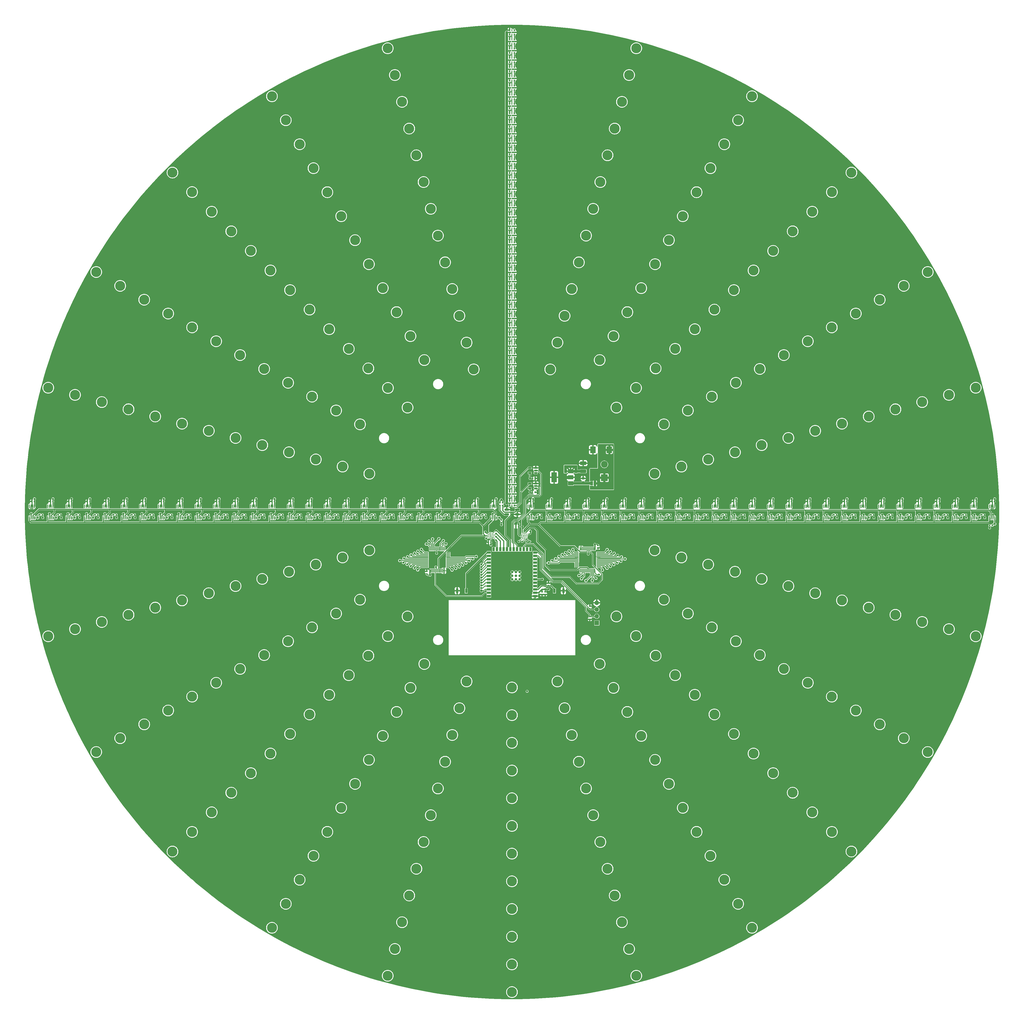
<source format=gbr>
%TF.GenerationSoftware,KiCad,Pcbnew,7.0.9*%
%TF.CreationDate,2023-12-05T15:59:31+01:00*%
%TF.ProjectId,board_fully_integrated,626f6172-645f-4667-956c-6c795f696e74,rev?*%
%TF.SameCoordinates,Original*%
%TF.FileFunction,Copper,L1,Top*%
%TF.FilePolarity,Positive*%
%FSLAX46Y46*%
G04 Gerber Fmt 4.6, Leading zero omitted, Abs format (unit mm)*
G04 Created by KiCad (PCBNEW 7.0.9) date 2023-12-05 15:59:31*
%MOMM*%
%LPD*%
G01*
G04 APERTURE LIST*
G04 Aperture macros list*
%AMRoundRect*
0 Rectangle with rounded corners*
0 $1 Rounding radius*
0 $2 $3 $4 $5 $6 $7 $8 $9 X,Y pos of 4 corners*
0 Add a 4 corners polygon primitive as box body*
4,1,4,$2,$3,$4,$5,$6,$7,$8,$9,$2,$3,0*
0 Add four circle primitives for the rounded corners*
1,1,$1+$1,$2,$3*
1,1,$1+$1,$4,$5*
1,1,$1+$1,$6,$7*
1,1,$1+$1,$8,$9*
0 Add four rect primitives between the rounded corners*
20,1,$1+$1,$2,$3,$4,$5,0*
20,1,$1+$1,$4,$5,$6,$7,0*
20,1,$1+$1,$6,$7,$8,$9,0*
20,1,$1+$1,$8,$9,$2,$3,0*%
G04 Aperture macros list end*
%TA.AperFunction,ComponentPad*%
%ADD10R,0.850000X0.850000*%
%TD*%
%TA.AperFunction,ComponentPad*%
%ADD11O,0.850000X0.850000*%
%TD*%
%TA.AperFunction,ComponentPad*%
%ADD12R,1.700000X1.700000*%
%TD*%
%TA.AperFunction,ComponentPad*%
%ADD13O,1.700000X1.700000*%
%TD*%
%TA.AperFunction,ComponentPad*%
%ADD14C,3.800000*%
%TD*%
%TA.AperFunction,SMDPad,CuDef*%
%ADD15R,0.450000X1.450000*%
%TD*%
%TA.AperFunction,SMDPad,CuDef*%
%ADD16RoundRect,0.135000X-0.135000X-0.185000X0.135000X-0.185000X0.135000X0.185000X-0.135000X0.185000X0*%
%TD*%
%TA.AperFunction,SMDPad,CuDef*%
%ADD17RoundRect,0.140000X-0.140000X-0.170000X0.140000X-0.170000X0.140000X0.170000X-0.140000X0.170000X0*%
%TD*%
%TA.AperFunction,SMDPad,CuDef*%
%ADD18RoundRect,0.135000X-0.185000X0.135000X-0.185000X-0.135000X0.185000X-0.135000X0.185000X0.135000X0*%
%TD*%
%TA.AperFunction,SMDPad,CuDef*%
%ADD19R,0.500000X0.800000*%
%TD*%
%TA.AperFunction,SMDPad,CuDef*%
%ADD20R,1.000000X0.500000*%
%TD*%
%TA.AperFunction,SMDPad,CuDef*%
%ADD21R,0.300000X0.800000*%
%TD*%
%TA.AperFunction,SMDPad,CuDef*%
%ADD22R,1.480000X0.500000*%
%TD*%
%TA.AperFunction,ComponentPad*%
%ADD23C,1.000000*%
%TD*%
%TA.AperFunction,SMDPad,CuDef*%
%ADD24R,1.500000X0.900000*%
%TD*%
%TA.AperFunction,SMDPad,CuDef*%
%ADD25R,0.900000X1.500000*%
%TD*%
%TA.AperFunction,SMDPad,CuDef*%
%ADD26RoundRect,0.225000X0.250000X-0.225000X0.250000X0.225000X-0.250000X0.225000X-0.250000X-0.225000X0*%
%TD*%
%TA.AperFunction,SMDPad,CuDef*%
%ADD27RoundRect,0.140000X-0.170000X0.140000X-0.170000X-0.140000X0.170000X-0.140000X0.170000X0.140000X0*%
%TD*%
%TA.AperFunction,SMDPad,CuDef*%
%ADD28R,0.254000X0.558800*%
%TD*%
%TA.AperFunction,SMDPad,CuDef*%
%ADD29R,0.558800X0.254000*%
%TD*%
%TA.AperFunction,SMDPad,CuDef*%
%ADD30R,2.000000X1.500000*%
%TD*%
%TA.AperFunction,SMDPad,CuDef*%
%ADD31R,2.000000X3.800000*%
%TD*%
%TA.AperFunction,SMDPad,CuDef*%
%ADD32RoundRect,0.250000X0.787500X1.025000X-0.787500X1.025000X-0.787500X-1.025000X0.787500X-1.025000X0*%
%TD*%
%TA.AperFunction,SMDPad,CuDef*%
%ADD33RoundRect,0.075000X-0.662500X-0.075000X0.662500X-0.075000X0.662500X0.075000X-0.662500X0.075000X0*%
%TD*%
%TA.AperFunction,SMDPad,CuDef*%
%ADD34RoundRect,0.075000X-0.075000X-0.662500X0.075000X-0.662500X0.075000X0.662500X-0.075000X0.662500X0*%
%TD*%
%TA.AperFunction,SMDPad,CuDef*%
%ADD35RoundRect,0.075000X0.662500X0.075000X-0.662500X0.075000X-0.662500X-0.075000X0.662500X-0.075000X0*%
%TD*%
%TA.AperFunction,SMDPad,CuDef*%
%ADD36RoundRect,0.075000X0.075000X0.662500X-0.075000X0.662500X-0.075000X-0.662500X0.075000X-0.662500X0*%
%TD*%
%TA.AperFunction,SMDPad,CuDef*%
%ADD37RoundRect,0.140000X0.140000X0.170000X-0.140000X0.170000X-0.140000X-0.170000X0.140000X-0.170000X0*%
%TD*%
%TA.AperFunction,SMDPad,CuDef*%
%ADD38R,0.900000X1.700000*%
%TD*%
%TA.AperFunction,SMDPad,CuDef*%
%ADD39RoundRect,0.150000X0.512500X0.150000X-0.512500X0.150000X-0.512500X-0.150000X0.512500X-0.150000X0*%
%TD*%
%TA.AperFunction,SMDPad,CuDef*%
%ADD40R,1.000000X1.500000*%
%TD*%
%TA.AperFunction,SMDPad,CuDef*%
%ADD41RoundRect,0.197500X0.632500X-0.197500X0.632500X0.197500X-0.632500X0.197500X-0.632500X-0.197500X0*%
%TD*%
%TA.AperFunction,SMDPad,CuDef*%
%ADD42RoundRect,0.135000X0.185000X-0.135000X0.185000X0.135000X-0.185000X0.135000X-0.185000X-0.135000X0*%
%TD*%
%TA.AperFunction,SMDPad,CuDef*%
%ADD43RoundRect,0.140000X0.170000X-0.140000X0.170000X0.140000X-0.170000X0.140000X-0.170000X-0.140000X0*%
%TD*%
%TA.AperFunction,SMDPad,CuDef*%
%ADD44RoundRect,0.250000X0.925000X-0.412500X0.925000X0.412500X-0.925000X0.412500X-0.925000X-0.412500X0*%
%TD*%
%TA.AperFunction,SMDPad,CuDef*%
%ADD45RoundRect,0.135000X0.135000X0.185000X-0.135000X0.185000X-0.135000X-0.185000X0.135000X-0.185000X0*%
%TD*%
%TA.AperFunction,ComponentPad*%
%ADD46R,2.600000X2.600000*%
%TD*%
%TA.AperFunction,ComponentPad*%
%ADD47C,2.600000*%
%TD*%
%TA.AperFunction,ViaPad*%
%ADD48C,0.700000*%
%TD*%
%TA.AperFunction,ViaPad*%
%ADD49C,0.800000*%
%TD*%
%TA.AperFunction,ViaPad*%
%ADD50C,1.000000*%
%TD*%
%TA.AperFunction,Conductor*%
%ADD51C,0.300000*%
%TD*%
%TA.AperFunction,Conductor*%
%ADD52C,0.400000*%
%TD*%
%TA.AperFunction,Conductor*%
%ADD53C,0.200000*%
%TD*%
%TA.AperFunction,Conductor*%
%ADD54C,0.508000*%
%TD*%
%TA.AperFunction,Conductor*%
%ADD55C,1.000000*%
%TD*%
%TA.AperFunction,Conductor*%
%ADD56C,0.500000*%
%TD*%
%TA.AperFunction,Conductor*%
%ADD57C,0.250000*%
%TD*%
G04 APERTURE END LIST*
%TA.AperFunction,EtchedComponent*%
%TO.C,IC5*%
G36*
X228826900Y-234395700D02*
G01*
X228826900Y-234954500D01*
X228572900Y-234954500D01*
X228572900Y-234548092D01*
X228445900Y-234548092D01*
X228445900Y-234395692D01*
X228826900Y-234395700D01*
G37*
%TD.AperFunction*%
%TA.AperFunction,EtchedComponent*%
%TO.C,IC2*%
G36*
X217904400Y-234952200D02*
G01*
X217497992Y-234952200D01*
X217497992Y-235079200D01*
X217345592Y-235079200D01*
X217345600Y-234698200D01*
X217904400Y-234698200D01*
X217904400Y-234952200D01*
G37*
%TD.AperFunction*%
%TD*%
D10*
%TO.P,J35,1,Pin_1*%
%TO.N,/IO02*%
X213391306Y-254830053D03*
D11*
%TO.P,J35,2,Pin_2*%
%TO.N,/TXD0*%
X213391306Y-253830053D03*
%TO.P,J35,3,Pin_3*%
%TO.N,/RXD0*%
X213391306Y-252830053D03*
%TO.P,J35,4,Pin_4*%
%TO.N,/IO42*%
X213391306Y-251830053D03*
%TO.P,J35,5,Pin_5*%
%TO.N,/IO41*%
X213391306Y-250830053D03*
%TO.P,J35,6,Pin_6*%
%TO.N,/IO40*%
X213391306Y-249830053D03*
%TO.P,J35,7,Pin_7*%
%TO.N,/IO39*%
X213391306Y-248830053D03*
%TO.P,J35,8,Pin_8*%
%TO.N,/IO38*%
X213391306Y-247830053D03*
%TO.P,J35,9,Pin_9*%
%TO.N,/IO37*%
X213391306Y-246830053D03*
%TO.P,J35,10,Pin_10*%
%TO.N,/IO36*%
X213391306Y-245830053D03*
%TO.P,J35,11,Pin_11*%
%TO.N,/Motor_PWM*%
X213391306Y-244830053D03*
%TD*%
D12*
%TO.P,J1,1*%
%TO.N,/V_BUS*%
X257141306Y-267040053D03*
D13*
%TO.P,J1,2*%
%TO.N,/USB_D-*%
X257141306Y-264500053D03*
%TO.P,J1,3*%
%TO.N,/USB_D+*%
X257141306Y-261960053D03*
%TO.P,J1,4*%
%TO.N,/GND*%
X257141306Y-259420053D03*
%TD*%
D14*
%TO.P,H1,1*%
%TO.N,N/C*%
X225000000Y-323000000D03*
%TD*%
%TO.P,H1,1*%
%TO.N,N/C*%
X89770384Y-188765334D03*
%TD*%
%TO.P,H1,1*%
%TO.N,N/C*%
X155000000Y-346243557D03*
%TD*%
D15*
%TO.P,U47,1,SCLK*%
%TO.N,/_CLK*%
X350025000Y-227225100D03*
%TO.P,U47,2,MOSI*%
%TO.N,/_MOSI*%
X350675000Y-227225100D03*
%TO.P,U47,3,MISO*%
%TO.N,/_MISO*%
X351325000Y-227225100D03*
%TO.P,U47,4,~{CS}*%
%TO.N,/SS_18*%
X351975000Y-227225100D03*
%TO.P,U47,5,VCC*%
%TO.N,/3.3V*%
X351975000Y-222825100D03*
%TO.P,U47,6,GND*%
%TO.N,/GND*%
X351325000Y-222825100D03*
%TO.P,U47,7,TEST*%
X350675000Y-222825100D03*
%TO.P,U47,8,~{ALERT}*%
%TO.N,unconnected-(U47-~{ALERT}-Pad8)*%
X350025000Y-222825100D03*
%TD*%
D14*
%TO.P,H1,1*%
%TO.N,N/C*%
X103756443Y-155000000D03*
%TD*%
%TO.P,H1,1*%
%TO.N,N/C*%
X170750000Y-131036244D03*
%TD*%
D16*
%TO.P,R21,1*%
%TO.N,/SS18*%
X164980000Y-226025100D03*
%TO.P,R21,2*%
%TO.N,/3.3V*%
X166000000Y-226025100D03*
%TD*%
D14*
%TO.P,H1,1*%
%TO.N,N/C*%
X355336823Y-300250000D03*
%TD*%
%TO.P,H1,1*%
%TO.N,N/C*%
X319660731Y-250364266D03*
%TD*%
%TO.P,H1,1*%
%TO.N,N/C*%
X286871843Y-286871843D03*
%TD*%
D15*
%TO.P,U17,1,SCLK*%
%TO.N,/CLK*%
X133025000Y-227200000D03*
%TO.P,U17,2,MOSI*%
%TO.N,/MOSI*%
X133675000Y-227200000D03*
%TO.P,U17,3,MISO*%
%TO.N,/MISO*%
X134325000Y-227200000D03*
%TO.P,U17,4,~{CS}*%
%TO.N,/SS14*%
X134975000Y-227200000D03*
%TO.P,U17,5,VCC*%
%TO.N,/3.3V*%
X134975000Y-222800000D03*
%TO.P,U17,6,GND*%
%TO.N,/GND*%
X134325000Y-222800000D03*
%TO.P,U17,7,TEST*%
X133675000Y-222800000D03*
%TO.P,U17,8,~{ALERT}*%
%TO.N,unconnected-(U17-~{ALERT}-Pad8)*%
X133025000Y-222800000D03*
%TD*%
D14*
%TO.P,H1,1*%
%TO.N,N/C*%
X140481490Y-202353334D03*
%TD*%
D15*
%TO.P,U8,1,SCLK*%
%TO.N,/CLK*%
X70025000Y-227200000D03*
%TO.P,U8,2,MOSI*%
%TO.N,/MOSI*%
X70675000Y-227200000D03*
%TO.P,U8,3,MISO*%
%TO.N,/MISO*%
X71325000Y-227200000D03*
%TO.P,U8,4,~{CS}*%
%TO.N,/SS5*%
X71975000Y-227200000D03*
%TO.P,U8,5,VCC*%
%TO.N,/3.3V*%
X71975000Y-222800000D03*
%TO.P,U8,6,GND*%
%TO.N,/GND*%
X71325000Y-222800000D03*
%TO.P,U8,7,TEST*%
X70675000Y-222800000D03*
%TO.P,U8,8,~{ALERT}*%
%TO.N,unconnected-(U8-~{ALERT}-Pad8)*%
X70025000Y-222800000D03*
%TD*%
D14*
%TO.P,H1,1*%
%TO.N,N/C*%
X346268813Y-346268813D03*
%TD*%
%TO.P,H1,1*%
%TO.N,N/C*%
X263952266Y-79628163D03*
%TD*%
D17*
%TO.P,C13,1*%
%TO.N,/GND*%
X64040000Y-221000000D03*
%TO.P,C13,2*%
%TO.N,/3.3V*%
X65000000Y-221000000D03*
%TD*%
D18*
%TO.P,R29,1*%
%TO.N,/SS26*%
X221000000Y-228005100D03*
%TO.P,R29,2*%
%TO.N,/3.3V*%
X221000000Y-229025100D03*
%TD*%
D14*
%TO.P,H1,1*%
%TO.N,N/C*%
X300250000Y-94663177D03*
%TD*%
D17*
%TO.P,C55,1*%
%TO.N,/GND*%
X365040000Y-221000000D03*
%TO.P,C55,2*%
%TO.N,/3.3V*%
X366000000Y-221000000D03*
%TD*%
D19*
%TO.P,D34,1,VDD*%
%TO.N,/5V*%
X224100000Y-114000000D03*
D20*
X224170000Y-113150000D03*
D21*
%TO.P,D34,2,CKO*%
%TO.N,/LED_CLK*%
X225000000Y-114000000D03*
D19*
%TO.P,D34,3,SDO*%
%TO.N,/LED_DATA*%
X225900000Y-114000000D03*
%TO.P,D34,4,SDI*%
X225900000Y-112300000D03*
D21*
%TO.P,D34,5,CKI*%
%TO.N,/LED_CLK*%
X225000000Y-112300000D03*
D22*
%TO.P,D34,6,GND*%
%TO.N,/GND*%
X225590000Y-113150000D03*
D19*
X224100000Y-112300000D03*
%TD*%
D14*
%TO.P,H1,1*%
%TO.N,N/C*%
X301721086Y-301721086D03*
%TD*%
%TO.P,H1,1*%
%TO.N,N/C*%
X126005051Y-126005051D03*
%TD*%
D23*
%TO.P,U60,*%
%TO.N,*%
X227890000Y-250555000D03*
X227890000Y-249155000D03*
X227890000Y-247755000D03*
X226490000Y-250555000D03*
X226490000Y-249155000D03*
X226490000Y-247755000D03*
X225090000Y-250555000D03*
X225090000Y-249155000D03*
X225090000Y-247755000D03*
D24*
%TO.P,U60,1,GND*%
%TO.N,/GND*%
X233740000Y-256875000D03*
%TO.P,U60,2,3V3*%
%TO.N,/3.3V*%
X233740000Y-255605000D03*
%TO.P,U60,3,EN*%
%TO.N,Net-(U60-EN)*%
X233740000Y-254335000D03*
%TO.P,U60,4,IO4*%
%TO.N,unconnected-(U60-IO4-Pad4)*%
X233740000Y-253065000D03*
%TO.P,U60,5,IO5*%
%TO.N,unconnected-(U60-IO5-Pad5)*%
X233740000Y-251795000D03*
%TO.P,U60,6,IO6*%
%TO.N,/QRE_OUT*%
X233740000Y-250525000D03*
%TO.P,U60,7,IO7*%
%TO.N,unconnected-(U60-IO7-Pad7)*%
X233740000Y-249255000D03*
%TO.P,U60,8,IO15*%
%TO.N,unconnected-(U60-IO15-Pad8)*%
X233740000Y-247985000D03*
%TO.P,U60,9,IO16*%
%TO.N,unconnected-(U60-IO16-Pad9)*%
X233740000Y-246715000D03*
%TO.P,U60,10,IO17*%
%TO.N,unconnected-(U60-IO17-Pad10)*%
X233740000Y-245445000D03*
%TO.P,U60,11,IO18*%
%TO.N,unconnected-(U60-IO18-Pad11)*%
X233740000Y-244175000D03*
%TO.P,U60,12,IO8*%
%TO.N,unconnected-(U60-IO8-Pad12)*%
X233740000Y-242905000D03*
%TO.P,U60,13,IO19*%
%TO.N,/USB_D-*%
X233740000Y-241635000D03*
%TO.P,U60,14,IO20*%
%TO.N,/USB_D+*%
X233740000Y-240365000D03*
D25*
%TO.P,U60,15,IO3*%
%TO.N,unconnected-(U60-IO3-Pad15)*%
X231975000Y-239115000D03*
%TO.P,U60,16,IO46*%
%TO.N,unconnected-(U60-IO46-Pad16)*%
X230705000Y-239115000D03*
%TO.P,U60,17,IO9*%
%TO.N,/_MUX_SYNC*%
X229435000Y-239115000D03*
%TO.P,U60,18,IO10*%
%TO.N,unconnected-(U60-IO10-Pad18)*%
X228165000Y-239115000D03*
%TO.P,U60,19,IO11*%
%TO.N,/LED_DATA_unbuffered*%
X226895000Y-239115000D03*
%TO.P,U60,20,IO12*%
%TO.N,/LED_CLK_unbuffered*%
X225625000Y-239115000D03*
%TO.P,U60,21,IO13*%
%TO.N,/QRE_VIBRO_OUT*%
X224355000Y-239115000D03*
%TO.P,U60,22,IO14*%
%TO.N,/MISO unbuffered*%
X223085000Y-239115000D03*
%TO.P,U60,23,IO21*%
%TO.N,/CS1 unbuffered*%
X221815000Y-239115000D03*
%TO.P,U60,24,IO47*%
%TO.N,/CLK unbuffered*%
X220545000Y-239115000D03*
%TO.P,U60,25,IO48*%
%TO.N,/MOSI unbuffered*%
X219275000Y-239115000D03*
%TO.P,U60,26,IO45*%
%TO.N,unconnected-(U60-IO45-Pad26)*%
X218005000Y-239115000D03*
D24*
%TO.P,U60,27,IO0*%
%TO.N,Net-(U60-IO0)*%
X216240000Y-240365000D03*
%TO.P,U60,28,IO35*%
%TO.N,/IO35*%
X216240000Y-241635000D03*
%TO.P,U60,29,IO36*%
%TO.N,/IO36*%
X216240000Y-242905000D03*
%TO.P,U60,30,IO37*%
%TO.N,/IO37*%
X216240000Y-244175000D03*
%TO.P,U60,31,IO38*%
%TO.N,/IO38*%
X216240000Y-245445000D03*
%TO.P,U60,32,IO39*%
%TO.N,/IO39*%
X216240000Y-246715000D03*
%TO.P,U60,33,IO40*%
%TO.N,/IO40*%
X216240000Y-247985000D03*
%TO.P,U60,34,IO41*%
%TO.N,/IO41*%
X216240000Y-249255000D03*
%TO.P,U60,35,IO42*%
%TO.N,/IO42*%
X216240000Y-250525000D03*
%TO.P,U60,36,RXD0*%
%TO.N,/RXD0*%
X216240000Y-251795000D03*
%TO.P,U60,37,TXD0*%
%TO.N,/TXD0*%
X216240000Y-253065000D03*
%TO.P,U60,38,IO2*%
%TO.N,/Motor_PWM*%
X216240000Y-254335000D03*
%TO.P,U60,39,IO1*%
%TO.N,/MUX_SYNC*%
X216240000Y-255605000D03*
%TO.P,U60,40*%
%TO.N,N/C*%
X216240000Y-256875000D03*
%TD*%
D14*
%TO.P,H1,1*%
%TO.N,N/C*%
X268750000Y-149222777D03*
%TD*%
%TO.P,H1,1*%
%TO.N,N/C*%
X149222777Y-268750000D03*
%TD*%
D15*
%TO.P,U46,1,SCLK*%
%TO.N,/_CLK*%
X343025000Y-227225100D03*
%TO.P,U46,2,MOSI*%
%TO.N,/_MOSI*%
X343675000Y-227225100D03*
%TO.P,U46,3,MISO*%
%TO.N,/_MISO*%
X344325000Y-227225100D03*
%TO.P,U46,4,~{CS}*%
%TO.N,/SS_17*%
X344975000Y-227225100D03*
%TO.P,U46,5,VCC*%
%TO.N,/3.3V*%
X344975000Y-222825100D03*
%TO.P,U46,6,GND*%
%TO.N,/GND*%
X344325000Y-222825100D03*
%TO.P,U46,7,TEST*%
X343675000Y-222825100D03*
%TO.P,U46,8,~{ALERT}*%
%TO.N,unconnected-(U46-~{ALERT}-Pad8)*%
X343025000Y-222825100D03*
%TD*%
%TO.P,U55,1,SCLK*%
%TO.N,/_CLK*%
X406025000Y-227225100D03*
%TO.P,U55,2,MOSI*%
%TO.N,/_MOSI*%
X406675000Y-227225100D03*
%TO.P,U55,3,MISO*%
%TO.N,/_MISO*%
X407325000Y-227225100D03*
%TO.P,U55,4,~{CS}*%
%TO.N,/SS_26*%
X407975000Y-227225100D03*
%TO.P,U55,5,VCC*%
%TO.N,/3.3V*%
X407975000Y-222825100D03*
%TO.P,U55,6,GND*%
%TO.N,/GND*%
X407325000Y-222825100D03*
%TO.P,U55,7,TEST*%
X406675000Y-222825100D03*
%TO.P,U55,8,~{ALERT}*%
%TO.N,unconnected-(U55-~{ALERT}-Pad8)*%
X406025000Y-222825100D03*
%TD*%
D26*
%TO.P,C1,1*%
%TO.N,/V_BUS*%
X252000000Y-213775000D03*
%TO.P,C1,2*%
%TO.N,/GND*%
X252000000Y-212225000D03*
%TD*%
D14*
%TO.P,H1,1*%
%TO.N,N/C*%
X310750000Y-76476643D03*
%TD*%
%TO.P,H1,1*%
%TO.N,N/C*%
X264597980Y-264597980D03*
%TD*%
%TO.P,H1,1*%
%TO.N,N/C*%
X301721086Y-148278914D03*
%TD*%
%TO.P,H1,1*%
%TO.N,N/C*%
X170908154Y-210506133D03*
%TD*%
%TO.P,H1,1*%
%TO.N,N/C*%
X134000000Y-382616623D03*
%TD*%
D17*
%TO.P,C27,1*%
%TO.N,/GND*%
X162020000Y-221000000D03*
%TO.P,C27,2*%
%TO.N,/3.3V*%
X162980000Y-221000000D03*
%TD*%
D16*
%TO.P,R9,1*%
%TO.N,/SS6*%
X80980000Y-226025100D03*
%TO.P,R9,2*%
%TO.N,/3.3V*%
X82000000Y-226025100D03*
%TD*%
D14*
%TO.P,H1,1*%
%TO.N,N/C*%
X158316044Y-186500000D03*
%TD*%
%TO.P,H1,1*%
%TO.N,N/C*%
X316570328Y-133429672D03*
%TD*%
%TO.P,H1,1*%
%TO.N,N/C*%
X266669866Y-69485942D03*
%TD*%
D16*
%TO.P,R23,1*%
%TO.N,/SS20*%
X178980000Y-226025100D03*
%TO.P,R23,2*%
%TO.N,/3.3V*%
X180000000Y-226025100D03*
%TD*%
D14*
%TO.P,H1,1*%
%TO.N,N/C*%
X400798500Y-177894934D03*
%TD*%
D15*
%TO.P,U26,1,SCLK*%
%TO.N,/CLK*%
X196025000Y-227200000D03*
%TO.P,U26,2,MOSI*%
%TO.N,/MOSI*%
X196675000Y-227200000D03*
%TO.P,U26,3,MISO*%
%TO.N,/MISO*%
X197325000Y-227200000D03*
%TO.P,U26,4,~{CS}*%
%TO.N,/SS23*%
X197975000Y-227200000D03*
%TO.P,U26,5,VCC*%
%TO.N,/3.3V*%
X197975000Y-222800000D03*
%TO.P,U26,6,GND*%
%TO.N,/GND*%
X197325000Y-222800000D03*
%TO.P,U26,7,TEST*%
X196675000Y-222800000D03*
%TO.P,U26,8,~{ALERT}*%
%TO.N,unconnected-(U26-~{ALERT}-Pad8)*%
X196025000Y-222800000D03*
%TD*%
D14*
%TO.P,H1,1*%
%TO.N,N/C*%
X337150290Y-160250000D03*
%TD*%
D15*
%TO.P,U37,1,SCLK*%
%TO.N,/_CLK*%
X280025000Y-227225100D03*
%TO.P,U37,2,MOSI*%
%TO.N,/_MOSI*%
X280675000Y-227225100D03*
%TO.P,U37,3,MISO*%
%TO.N,/_MISO*%
X281325000Y-227225100D03*
%TO.P,U37,4,~{CS}*%
%TO.N,/SS_8*%
X281975000Y-227225100D03*
%TO.P,U37,5,VCC*%
%TO.N,/3.3V*%
X281975000Y-222825100D03*
%TO.P,U37,6,GND*%
%TO.N,/GND*%
X281325000Y-222825100D03*
%TO.P,U37,7,TEST*%
X280675000Y-222825100D03*
%TO.P,U37,8,~{ALERT}*%
%TO.N,unconnected-(U37-~{ALERT}-Pad8)*%
X280025000Y-222825100D03*
%TD*%
D14*
%TO.P,H1,1*%
%TO.N,N/C*%
X120197048Y-196918134D03*
%TD*%
D17*
%TO.P,C34,1*%
%TO.N,/GND*%
X211020000Y-221000000D03*
%TO.P,C34,2*%
%TO.N,/3.3V*%
X211980000Y-221000000D03*
%TD*%
D14*
%TO.P,H1,1*%
%TO.N,N/C*%
X180612534Y-390656279D03*
%TD*%
%TO.P,H1,1*%
%TO.N,N/C*%
X360229616Y-261234666D03*
%TD*%
%TO.P,H1,1*%
%TO.N,N/C*%
X191482934Y-350087395D03*
%TD*%
%TO.P,H1,1*%
%TO.N,N/C*%
X255799466Y-339945173D03*
%TD*%
D15*
%TO.P,U40,1,SCLK*%
%TO.N,/_CLK*%
X301025000Y-227225100D03*
%TO.P,U40,2,MOSI*%
%TO.N,/_MOSI*%
X301675000Y-227225100D03*
%TO.P,U40,3,MISO*%
%TO.N,/_MISO*%
X302325000Y-227225100D03*
%TO.P,U40,4,~{CS}*%
%TO.N,/SS_11*%
X302975000Y-227225100D03*
%TO.P,U40,5,VCC*%
%TO.N,/3.3V*%
X302975000Y-222825100D03*
%TO.P,U40,6,GND*%
%TO.N,/GND*%
X302325000Y-222825100D03*
%TO.P,U40,7,TEST*%
X301675000Y-222825100D03*
%TO.P,U40,8,~{ALERT}*%
%TO.N,unconnected-(U40-~{ALERT}-Pad8)*%
X301025000Y-222825100D03*
%TD*%
D14*
%TO.P,H1,1*%
%TO.N,N/C*%
X331419571Y-331419571D03*
%TD*%
%TO.P,H1,1*%
%TO.N,N/C*%
X346243557Y-295000000D03*
%TD*%
%TO.P,H1,1*%
%TO.N,N/C*%
X370371837Y-186047734D03*
%TD*%
D16*
%TO.P,R54,1*%
%TO.N,/SS_25*%
X403080416Y-226042324D03*
%TO.P,R54,2*%
%TO.N,/3.3V*%
X404100416Y-226042324D03*
%TD*%
D14*
%TO.P,H1,1*%
%TO.N,N/C*%
X112849710Y-160250000D03*
%TD*%
%TO.P,H1,1*%
%TO.N,N/C*%
X316000000Y-382616623D03*
%TD*%
%TO.P,H1,1*%
%TO.N,N/C*%
X69485942Y-266669866D03*
%TD*%
D17*
%TO.P,C58,1*%
%TO.N,/GND*%
X386040000Y-221000000D03*
%TO.P,C58,2*%
%TO.N,/3.3V*%
X387000000Y-221000000D03*
%TD*%
D14*
%TO.P,H1,1*%
%TO.N,N/C*%
X176000000Y-309870490D03*
%TD*%
D16*
%TO.P,R32,1*%
%TO.N,/SS_3*%
X249080416Y-226042324D03*
%TO.P,R32,2*%
%TO.N,/3.3V*%
X250100416Y-226042324D03*
%TD*%
D19*
%TO.P,D20,1,VDD*%
%TO.N,/5V*%
X224100000Y-163000000D03*
D20*
X224170000Y-162150000D03*
D21*
%TO.P,D20,2,CKO*%
%TO.N,/LED_CLK*%
X225000000Y-163000000D03*
D19*
%TO.P,D20,3,SDO*%
%TO.N,/LED_DATA*%
X225900000Y-163000000D03*
%TO.P,D20,4,SDI*%
X225900000Y-161300000D03*
D21*
%TO.P,D20,5,CKI*%
%TO.N,/LED_CLK*%
X225000000Y-161300000D03*
D22*
%TO.P,D20,6,GND*%
%TO.N,/GND*%
X225590000Y-162150000D03*
D19*
X224100000Y-161300000D03*
%TD*%
D14*
%TO.P,H1,1*%
%TO.N,N/C*%
X272022601Y-272022601D03*
%TD*%
D17*
%TO.P,C37,1*%
%TO.N,/GND*%
X239040000Y-221000000D03*
%TO.P,C37,2*%
%TO.N,/3.3V*%
X240000000Y-221000000D03*
%TD*%
D14*
%TO.P,H1,1*%
%TO.N,N/C*%
X258517066Y-350087395D03*
%TD*%
%TO.P,H1,1*%
%TO.N,N/C*%
X373523357Y-139250000D03*
%TD*%
D27*
%TO.P,C3,1*%
%TO.N,/3.3V*%
X236369990Y-255296859D03*
%TO.P,C3,2*%
%TO.N,/GND*%
X236369990Y-256256859D03*
%TD*%
D15*
%TO.P,U11,1,SCLK*%
%TO.N,/CLK*%
X91025000Y-227200000D03*
%TO.P,U11,2,MOSI*%
%TO.N,/MOSI*%
X91675000Y-227200000D03*
%TO.P,U11,3,MISO*%
%TO.N,/MISO*%
X92325000Y-227200000D03*
%TO.P,U11,4,~{CS}*%
%TO.N,/SS8*%
X92975000Y-227200000D03*
%TO.P,U11,5,VCC*%
%TO.N,/3.3V*%
X92975000Y-222800000D03*
%TO.P,U11,6,GND*%
%TO.N,/GND*%
X92325000Y-222800000D03*
%TO.P,U11,7,TEST*%
X91675000Y-222800000D03*
%TO.P,U11,8,~{ALERT}*%
%TO.N,unconnected-(U11-~{ALERT}-Pad8)*%
X91025000Y-222800000D03*
%TD*%
D14*
%TO.P,H1,1*%
%TO.N,N/C*%
X167409311Y-191750000D03*
%TD*%
D28*
%TO.P,IC5,1,VCCA*%
%TO.N,/3.3V*%
X228699900Y-234675100D03*
%TO.P,IC5,2,A1*%
%TO.N,/MOSI unbuffered*%
X229099950Y-234675100D03*
%TO.P,IC5,3,A2*%
%TO.N,/CLK unbuffered*%
X229500000Y-234675100D03*
%TO.P,IC5,4,A3*%
%TO.N,/CS1 unbuffered*%
X229900050Y-234675100D03*
%TO.P,IC5,5,A4Y*%
%TO.N,/MISO unbuffered*%
X230300100Y-234675100D03*
D29*
%TO.P,IC5,6,GND*%
%TO.N,/GND*%
X230275000Y-234050100D03*
D28*
%TO.P,IC5,7,B4*%
%TO.N,/_MISO*%
X230300100Y-233425100D03*
%TO.P,IC5,8,B3Y*%
%TO.N,/_CS1*%
X229900050Y-233425100D03*
%TO.P,IC5,9,B2Y*%
%TO.N,/_CLK*%
X229500000Y-233425100D03*
%TO.P,IC5,10,B1Y*%
%TO.N,/_MOSI*%
X229099950Y-233425100D03*
%TO.P,IC5,11,VCCB*%
%TO.N,/3.3V*%
X228699900Y-233425100D03*
D29*
%TO.P,IC5,12,OE*%
X228725000Y-234050100D03*
%TD*%
D14*
%TO.P,H1,1*%
%TO.N,N/C*%
X355336823Y-149750000D03*
%TD*%
D15*
%TO.P,U50,1,SCLK*%
%TO.N,/_CLK*%
X371025000Y-227225100D03*
%TO.P,U50,2,MOSI*%
%TO.N,/_MOSI*%
X371675000Y-227225100D03*
%TO.P,U50,3,MISO*%
%TO.N,/_MISO*%
X372325000Y-227225100D03*
%TO.P,U50,4,~{CS}*%
%TO.N,/SS_21*%
X372975000Y-227225100D03*
%TO.P,U50,5,VCC*%
%TO.N,/3.3V*%
X372975000Y-222825100D03*
%TO.P,U50,6,GND*%
%TO.N,/GND*%
X372325000Y-222825100D03*
%TO.P,U50,7,TEST*%
X371675000Y-222825100D03*
%TO.P,U50,8,~{ALERT}*%
%TO.N,unconnected-(U50-~{ALERT}-Pad8)*%
X371025000Y-222825100D03*
%TD*%
D14*
%TO.P,H1,1*%
%TO.N,N/C*%
X67383377Y-134000000D03*
%TD*%
%TO.P,H1,1*%
%TO.N,N/C*%
X188765334Y-89770384D03*
%TD*%
D15*
%TO.P,U27,1,SCLK*%
%TO.N,/CLK*%
X203025000Y-227200000D03*
%TO.P,U27,2,MOSI*%
%TO.N,/MOSI*%
X203675000Y-227200000D03*
%TO.P,U27,3,MISO*%
%TO.N,/MISO*%
X204325000Y-227200000D03*
%TO.P,U27,4,~{CS}*%
%TO.N,/SS24*%
X204975000Y-227200000D03*
%TO.P,U27,5,VCC*%
%TO.N,/3.3V*%
X204975000Y-222800000D03*
%TO.P,U27,6,GND*%
%TO.N,/GND*%
X204325000Y-222800000D03*
%TO.P,U27,7,TEST*%
X203675000Y-222800000D03*
%TO.P,U27,8,~{ALERT}*%
%TO.N,unconnected-(U27-~{ALERT}-Pad8)*%
X203025000Y-222800000D03*
%TD*%
D14*
%TO.P,H1,1*%
%TO.N,N/C*%
X282590689Y-258250000D03*
%TD*%
D30*
%TO.P,IC3,1,IN*%
%TO.N,/V_BUS*%
X247268000Y-214155000D03*
%TO.P,IC3,2,GND_1*%
%TO.N,/GND*%
X247268000Y-211855000D03*
%TO.P,IC3,3,OUT*%
%TO.N,/3.3V*%
X247268000Y-209555000D03*
D31*
%TO.P,IC3,4,GND_2*%
%TO.N,/GND*%
X240968000Y-211855000D03*
%TD*%
D14*
%TO.P,H1,1*%
%TO.N,N/C*%
X337150290Y-289750000D03*
%TD*%
D15*
%TO.P,U41,1,SCLK*%
%TO.N,/_CLK*%
X308025000Y-227225100D03*
%TO.P,U41,2,MOSI*%
%TO.N,/_MOSI*%
X308675000Y-227225100D03*
%TO.P,U41,3,MISO*%
%TO.N,/_MISO*%
X309325000Y-227225100D03*
%TO.P,U41,4,~{CS}*%
%TO.N,/SS_12*%
X309975000Y-227225100D03*
%TO.P,U41,5,VCC*%
%TO.N,/3.3V*%
X309975000Y-222825100D03*
%TO.P,U41,6,GND*%
%TO.N,/GND*%
X309325000Y-222825100D03*
%TO.P,U41,7,TEST*%
X308675000Y-222825100D03*
%TO.P,U41,8,~{ALERT}*%
%TO.N,unconnected-(U41-~{ALERT}-Pad8)*%
X308025000Y-222825100D03*
%TD*%
D14*
%TO.P,H1,1*%
%TO.N,N/C*%
X225000000Y-375500000D03*
%TD*%
D32*
%TO.P,C66,1*%
%TO.N,/5V*%
X261903806Y-201440053D03*
%TO.P,C66,2*%
%TO.N,/GND*%
X255678806Y-201440053D03*
%TD*%
D14*
%TO.P,H1,1*%
%TO.N,N/C*%
X85569910Y-305500000D03*
%TD*%
D33*
%TO.P,IC1,1,S12*%
%TO.N,/SS20*%
X192499452Y-240348000D03*
%TO.P,IC1,2,S11*%
%TO.N,/SS19*%
X192499452Y-240848000D03*
%TO.P,IC1,3,S10*%
%TO.N,/SS18*%
X192499452Y-241348000D03*
%TO.P,IC1,4,S9*%
%TO.N,/SS17*%
X192499452Y-241848000D03*
%TO.P,IC1,5,S8*%
%TO.N,/SS16*%
X192499452Y-242348000D03*
%TO.P,IC1,6,S7*%
%TO.N,/SS15*%
X192499452Y-242848000D03*
%TO.P,IC1,7,S6*%
%TO.N,/SS14*%
X192499452Y-243348000D03*
%TO.P,IC1,8,S5*%
%TO.N,/SS13*%
X192499452Y-243848000D03*
%TO.P,IC1,9,S4*%
%TO.N,/SS12*%
X192499452Y-244348000D03*
%TO.P,IC1,10,S3*%
%TO.N,/SS11*%
X192499452Y-244848000D03*
%TO.P,IC1,11,S2*%
%TO.N,/SS10*%
X192499452Y-245348000D03*
%TO.P,IC1,12,S1*%
%TO.N,/SS9*%
X192499452Y-245848000D03*
D34*
%TO.P,IC1,13,VDD_1*%
%TO.N,/3.3V*%
X193911952Y-247260500D03*
%TO.P,IC1,14,VDD_2*%
X194411952Y-247260500D03*
%TO.P,IC1,15,NC_1*%
%TO.N,unconnected-(IC1-NC_1-Pad15)*%
X194911952Y-247260500D03*
%TO.P,IC1,16,NC_2*%
%TO.N,unconnected-(IC1-NC_2-Pad16)*%
X195411952Y-247260500D03*
%TO.P,IC1,17,~{SYNC}*%
%TO.N,/MUX_SYNC*%
X195911952Y-247260500D03*
%TO.P,IC1,18,DIN*%
%TO.N,/MOSI*%
X196411952Y-247260500D03*
%TO.P,IC1,19,SCLK*%
%TO.N,/CLK*%
X196911952Y-247260500D03*
%TO.P,IC1,20,NC_3*%
%TO.N,unconnected-(IC1-NC_3-Pad20)*%
X197411952Y-247260500D03*
%TO.P,IC1,21,NC_4*%
%TO.N,unconnected-(IC1-NC_4-Pad21)*%
X197911952Y-247260500D03*
%TO.P,IC1,22,NC_5*%
%TO.N,unconnected-(IC1-NC_5-Pad22)*%
X198411952Y-247260500D03*
%TO.P,IC1,23,GND*%
%TO.N,/GND*%
X198911952Y-247260500D03*
%TO.P,IC1,24,VSS*%
X199411952Y-247260500D03*
D33*
%TO.P,IC1,25,S17*%
%TO.N,/SS8*%
X200824452Y-245848000D03*
%TO.P,IC1,26,S18*%
%TO.N,/SS7*%
X200824452Y-245348000D03*
%TO.P,IC1,27,S19*%
%TO.N,/SS6*%
X200824452Y-244848000D03*
%TO.P,IC1,28,S20*%
%TO.N,/SS5*%
X200824452Y-244348000D03*
%TO.P,IC1,29,S21*%
%TO.N,/SS4*%
X200824452Y-243848000D03*
%TO.P,IC1,30,S22*%
%TO.N,/SS3*%
X200824452Y-243348000D03*
%TO.P,IC1,31,S23*%
%TO.N,/SS2*%
X200824452Y-242848000D03*
%TO.P,IC1,32,S24*%
%TO.N,/SS1*%
X200824452Y-242348000D03*
%TO.P,IC1,33,S25*%
%TO.N,/SS29*%
X200824452Y-241848000D03*
%TO.P,IC1,34,S26*%
%TO.N,/SS30*%
X200824452Y-241348000D03*
%TO.P,IC1,35,S27*%
%TO.N,/SS31*%
X200824452Y-240848000D03*
%TO.P,IC1,36,S28*%
%TO.N,/SS32*%
X200824452Y-240348000D03*
D34*
%TO.P,IC1,37,S29*%
%TO.N,/SS28*%
X199411952Y-238935500D03*
%TO.P,IC1,38,S30*%
%TO.N,/SS27*%
X198911952Y-238935500D03*
%TO.P,IC1,39,S31*%
%TO.N,/SS26*%
X198411952Y-238935500D03*
%TO.P,IC1,40,S32*%
%TO.N,/SS25*%
X197911952Y-238935500D03*
%TO.P,IC1,41,NC_6*%
%TO.N,unconnected-(IC1-NC_6-Pad41)*%
X197411952Y-238935500D03*
%TO.P,IC1,42,NC_7*%
%TO.N,unconnected-(IC1-NC_7-Pad42)*%
X196911952Y-238935500D03*
%TO.P,IC1,43,D*%
%TO.N,/CS1*%
X196411952Y-238935500D03*
%TO.P,IC1,44,NC_8*%
%TO.N,unconnected-(IC1-NC_8-Pad44)*%
X195911952Y-238935500D03*
%TO.P,IC1,45,S16*%
%TO.N,/SS24*%
X195411952Y-238935500D03*
%TO.P,IC1,46,S15*%
%TO.N,/SS23*%
X194911952Y-238935500D03*
%TO.P,IC1,47,S14*%
%TO.N,/SS22*%
X194411952Y-238935500D03*
%TO.P,IC1,48,S13*%
%TO.N,/SS21*%
X193911952Y-238935500D03*
%TD*%
D16*
%TO.P,R10,1*%
%TO.N,/SS7*%
X87980000Y-226025100D03*
%TO.P,R10,2*%
%TO.N,/3.3V*%
X89000000Y-226025100D03*
%TD*%
D14*
%TO.P,H1,1*%
%TO.N,N/C*%
X225000000Y-354500000D03*
%TD*%
D19*
%TO.P,D35,1,VDD*%
%TO.N,/5V*%
X224100000Y-110500000D03*
D20*
X224170000Y-109650000D03*
D21*
%TO.P,D35,2,CKO*%
%TO.N,/LED_CLK*%
X225000000Y-110500000D03*
D19*
%TO.P,D35,3,SDO*%
%TO.N,/LED_DATA*%
X225900000Y-110500000D03*
%TO.P,D35,4,SDI*%
X225900000Y-108800000D03*
D21*
%TO.P,D35,5,CKI*%
%TO.N,/LED_CLK*%
X225000000Y-108800000D03*
D22*
%TO.P,D35,6,GND*%
%TO.N,/GND*%
X225590000Y-109650000D03*
D19*
X224100000Y-108800000D03*
%TD*%
D14*
%TO.P,H1,1*%
%TO.N,N/C*%
X353693434Y-353693434D03*
%TD*%
%TO.P,H1,1*%
%TO.N,N/C*%
X139250000Y-76476643D03*
%TD*%
D35*
%TO.P,IC4,1,S12*%
%TO.N,/SS_20*%
X257824452Y-245848000D03*
%TO.P,IC4,2,S11*%
%TO.N,/SS_19*%
X257824452Y-245348000D03*
%TO.P,IC4,3,S10*%
%TO.N,/SS_18*%
X257824452Y-244848000D03*
%TO.P,IC4,4,S9*%
%TO.N,/SS_17*%
X257824452Y-244348000D03*
%TO.P,IC4,5,S8*%
%TO.N,/SS_16*%
X257824452Y-243848000D03*
%TO.P,IC4,6,S7*%
%TO.N,/SS_15*%
X257824452Y-243348000D03*
%TO.P,IC4,7,S6*%
%TO.N,/SS_14*%
X257824452Y-242848000D03*
%TO.P,IC4,8,S5*%
%TO.N,/SS_13*%
X257824452Y-242348000D03*
%TO.P,IC4,9,S4*%
%TO.N,/SS_12*%
X257824452Y-241848000D03*
%TO.P,IC4,10,S3*%
%TO.N,/SS_11*%
X257824452Y-241348000D03*
%TO.P,IC4,11,S2*%
%TO.N,/SS_10*%
X257824452Y-240848000D03*
%TO.P,IC4,12,S1*%
%TO.N,/SS_9*%
X257824452Y-240348000D03*
D36*
%TO.P,IC4,13,VDD_1*%
%TO.N,/3.3V*%
X256411952Y-238935500D03*
%TO.P,IC4,14,VDD_2*%
X255911952Y-238935500D03*
%TO.P,IC4,15,NC_1*%
%TO.N,unconnected-(IC4-NC_1-Pad15)*%
X255411952Y-238935500D03*
%TO.P,IC4,16,NC_2*%
%TO.N,unconnected-(IC4-NC_2-Pad16)*%
X254911952Y-238935500D03*
%TO.P,IC4,17,~{SYNC}*%
%TO.N,/_MUX_SYNC*%
X254411952Y-238935500D03*
%TO.P,IC4,18,DIN*%
%TO.N,/_MOSI*%
X253911952Y-238935500D03*
%TO.P,IC4,19,SCLK*%
%TO.N,/_CLK*%
X253411952Y-238935500D03*
%TO.P,IC4,20,NC_3*%
%TO.N,unconnected-(IC4-NC_3-Pad20)*%
X252911952Y-238935500D03*
%TO.P,IC4,21,NC_4*%
%TO.N,unconnected-(IC4-NC_4-Pad21)*%
X252411952Y-238935500D03*
%TO.P,IC4,22,NC_5*%
%TO.N,unconnected-(IC4-NC_5-Pad22)*%
X251911952Y-238935500D03*
%TO.P,IC4,23,GND*%
%TO.N,/GND*%
X251411952Y-238935500D03*
%TO.P,IC4,24,VSS*%
X250911952Y-238935500D03*
D35*
%TO.P,IC4,25,S17*%
%TO.N,/SS_8*%
X249499452Y-240348000D03*
%TO.P,IC4,26,S18*%
%TO.N,/SS_7*%
X249499452Y-240848000D03*
%TO.P,IC4,27,S19*%
%TO.N,/SS_6*%
X249499452Y-241348000D03*
%TO.P,IC4,28,S20*%
%TO.N,/SS_5*%
X249499452Y-241848000D03*
%TO.P,IC4,29,S21*%
%TO.N,/SS_4*%
X249499452Y-242348000D03*
%TO.P,IC4,30,S22*%
%TO.N,/SS_3*%
X249499452Y-242848000D03*
%TO.P,IC4,31,S23*%
%TO.N,/SS_2*%
X249499452Y-243348000D03*
%TO.P,IC4,32,S24*%
%TO.N,/SS_1*%
X249499452Y-243848000D03*
%TO.P,IC4,33,S25*%
%TO.N,/SS_29*%
X249499452Y-244348000D03*
%TO.P,IC4,34,S26*%
%TO.N,/SS_30*%
X249499452Y-244848000D03*
%TO.P,IC4,35,S27*%
%TO.N,/SS_31*%
X249499452Y-245348000D03*
%TO.P,IC4,36,S28*%
%TO.N,/SS_32*%
X249499452Y-245848000D03*
D36*
%TO.P,IC4,37,S29*%
%TO.N,/SS_28*%
X250911952Y-247260500D03*
%TO.P,IC4,38,S30*%
%TO.N,/SS_27*%
X251411952Y-247260500D03*
%TO.P,IC4,39,S31*%
%TO.N,/SS_26*%
X251911952Y-247260500D03*
%TO.P,IC4,40,S32*%
%TO.N,/SS_25*%
X252411952Y-247260500D03*
%TO.P,IC4,41,NC_6*%
%TO.N,unconnected-(IC4-NC_6-Pad41)*%
X252911952Y-247260500D03*
%TO.P,IC4,42,NC_7*%
%TO.N,unconnected-(IC4-NC_7-Pad42)*%
X253411952Y-247260500D03*
%TO.P,IC4,43,D*%
%TO.N,/_CS1*%
X253911952Y-247260500D03*
%TO.P,IC4,44,NC_8*%
%TO.N,unconnected-(IC4-NC_8-Pad44)*%
X254411952Y-247260500D03*
%TO.P,IC4,45,S16*%
%TO.N,/SS_24*%
X254911952Y-247260500D03*
%TO.P,IC4,46,S15*%
%TO.N,/SS_23*%
X255411952Y-247260500D03*
%TO.P,IC4,47,S14*%
%TO.N,/SS_22*%
X255911952Y-247260500D03*
%TO.P,IC4,48,S13*%
%TO.N,/SS_21*%
X256411952Y-247260500D03*
%TD*%
D14*
%TO.P,H1,1*%
%TO.N,N/C*%
X261234666Y-89770384D03*
%TD*%
D17*
%TO.P,C20,1*%
%TO.N,/GND*%
X113020000Y-221000000D03*
%TO.P,C20,2*%
%TO.N,/3.3V*%
X113980000Y-221000000D03*
%TD*%
D19*
%TO.P,D44,1,VDD*%
%TO.N,/5V*%
X224100000Y-79000000D03*
D20*
X224170000Y-78150000D03*
D21*
%TO.P,D44,2,CKO*%
%TO.N,/LED_CLK*%
X225000000Y-79000000D03*
D19*
%TO.P,D44,3,SDO*%
%TO.N,/LED_DATA*%
X225900000Y-79000000D03*
%TO.P,D44,4,SDI*%
X225900000Y-77300000D03*
D21*
%TO.P,D44,5,CKI*%
%TO.N,/LED_CLK*%
X225000000Y-77300000D03*
D22*
%TO.P,D44,6,GND*%
%TO.N,/GND*%
X225590000Y-78150000D03*
D19*
X224100000Y-77300000D03*
%TD*%
D14*
%TO.P,H1,1*%
%TO.N,N/C*%
X318963756Y-279250000D03*
%TD*%
D19*
%TO.P,D4,1,VDD*%
%TO.N,/5V*%
X224100000Y-219000000D03*
D20*
X224170000Y-218150000D03*
D21*
%TO.P,D4,2,CKO*%
%TO.N,/LED_CLK*%
X225000000Y-219000000D03*
D19*
%TO.P,D4,3,SDO*%
%TO.N,/LED_DATA*%
X225900000Y-219000000D03*
%TO.P,D4,4,SDI*%
X225900000Y-217300000D03*
D21*
%TO.P,D4,5,CKI*%
%TO.N,/LED_CLK*%
X225000000Y-217300000D03*
D22*
%TO.P,D4,6,GND*%
%TO.N,/GND*%
X225590000Y-218150000D03*
D19*
X224100000Y-217300000D03*
%TD*%
%TO.P,D48,1,VDD*%
%TO.N,/5V*%
X224100000Y-65000000D03*
D20*
X224170000Y-64150000D03*
D21*
%TO.P,D48,2,CKO*%
%TO.N,/LED_CLK*%
X225000000Y-65000000D03*
D19*
%TO.P,D48,3,SDO*%
%TO.N,/LED_DATA*%
X225900000Y-65000000D03*
%TO.P,D48,4,SDI*%
X225900000Y-63300000D03*
D21*
%TO.P,D48,5,CKI*%
%TO.N,/LED_CLK*%
X225000000Y-63300000D03*
D22*
%TO.P,D48,6,GND*%
%TO.N,/GND*%
X225590000Y-64150000D03*
D19*
X224100000Y-63300000D03*
%TD*%
D16*
%TO.P,R7,1*%
%TO.N,/SS4*%
X66980000Y-226025100D03*
%TO.P,R7,2*%
%TO.N,/3.3V*%
X68000000Y-226025100D03*
%TD*%
D15*
%TO.P,U52,1,SCLK*%
%TO.N,/_CLK*%
X385025000Y-227225100D03*
%TO.P,U52,2,MOSI*%
%TO.N,/_MOSI*%
X385675000Y-227225100D03*
%TO.P,U52,3,MISO*%
%TO.N,/_MISO*%
X386325000Y-227225100D03*
%TO.P,U52,4,~{CS}*%
%TO.N,/SS_23*%
X386975000Y-227225100D03*
%TO.P,U52,5,VCC*%
%TO.N,/3.3V*%
X386975000Y-222825100D03*
%TO.P,U52,6,GND*%
%TO.N,/GND*%
X386325000Y-222825100D03*
%TO.P,U52,7,TEST*%
X385675000Y-222825100D03*
%TO.P,U52,8,~{ALERT}*%
%TO.N,unconnected-(U52-~{ALERT}-Pad8)*%
X385025000Y-222825100D03*
%TD*%
D16*
%TO.P,R15,1*%
%TO.N,/SS12*%
X122980000Y-226025100D03*
%TO.P,R15,2*%
%TO.N,/3.3V*%
X124000000Y-226025100D03*
%TD*%
D14*
%TO.P,H1,1*%
%TO.N,N/C*%
X185402020Y-185402020D03*
%TD*%
%TO.P,H1,1*%
%TO.N,N/C*%
X364430090Y-305500000D03*
%TD*%
%TO.P,H1,1*%
%TO.N,N/C*%
X120197048Y-253081866D03*
%TD*%
%TO.P,H1,1*%
%TO.N,N/C*%
X111155808Y-111155808D03*
%TD*%
D17*
%TO.P,C24,1*%
%TO.N,/GND*%
X141020000Y-221000000D03*
%TO.P,C24,2*%
%TO.N,/3.3V*%
X141980000Y-221000000D03*
%TD*%
D15*
%TO.P,U31,1,SCLK*%
%TO.N,/_CLK*%
X238025000Y-227225100D03*
%TO.P,U31,2,MOSI*%
%TO.N,/_MOSI*%
X238675000Y-227225100D03*
%TO.P,U31,3,MISO*%
%TO.N,/_MISO*%
X239325000Y-227225100D03*
%TO.P,U31,4,~{CS}*%
%TO.N,/SS_2*%
X239975000Y-227225100D03*
%TO.P,U31,5,VCC*%
%TO.N,/3.3V*%
X239975000Y-222825100D03*
%TO.P,U31,6,GND*%
%TO.N,/GND*%
X239325000Y-222825100D03*
%TO.P,U31,7,TEST*%
X238675000Y-222825100D03*
%TO.P,U31,8,~{ALERT}*%
%TO.N,unconnected-(U31-~{ALERT}-Pad8)*%
X238025000Y-222825100D03*
%TD*%
D16*
%TO.P,R19,1*%
%TO.N,/SS16*%
X150980000Y-226025100D03*
%TO.P,R19,2*%
%TO.N,/3.3V*%
X152000000Y-226025100D03*
%TD*%
D14*
%TO.P,H1,1*%
%TO.N,N/C*%
X346243557Y-155000000D03*
%TD*%
D37*
%TO.P,C6,1*%
%TO.N,/3.3V*%
X216992845Y-236473624D03*
%TO.P,C6,2*%
%TO.N,/GND*%
X216032845Y-236473624D03*
%TD*%
D14*
%TO.P,H1,1*%
%TO.N,N/C*%
X148278914Y-148278914D03*
%TD*%
D17*
%TO.P,C32,1*%
%TO.N,/GND*%
X197000000Y-221000000D03*
%TO.P,C32,2*%
%TO.N,/3.3V*%
X197960000Y-221000000D03*
%TD*%
D14*
%TO.P,H1,1*%
%TO.N,N/C*%
X160250000Y-337150290D03*
%TD*%
%TO.P,H1,1*%
%TO.N,N/C*%
X103756443Y-295000000D03*
%TD*%
%TO.P,H1,1*%
%TO.N,N/C*%
X225000000Y-291500000D03*
%TD*%
%TO.P,H1,1*%
%TO.N,N/C*%
X382616623Y-316000000D03*
%TD*%
D19*
%TO.P,D52,1,VDD*%
%TO.N,/5V*%
X224100000Y-51000000D03*
D20*
X224170000Y-50150000D03*
D21*
%TO.P,D52,2,CKO*%
%TO.N,/LED_CLK*%
X225000000Y-51000000D03*
D19*
%TO.P,D52,3,SDO*%
%TO.N,/LED_DATA*%
X225900000Y-51000000D03*
%TO.P,D52,4,SDI*%
X225900000Y-49300000D03*
D21*
%TO.P,D52,5,CKI*%
%TO.N,/LED_CLK*%
X225000000Y-49300000D03*
D22*
%TO.P,D52,6,GND*%
%TO.N,/GND*%
X225590000Y-50150000D03*
D19*
X224100000Y-49300000D03*
%TD*%
D14*
%TO.P,H1,1*%
%TO.N,N/C*%
X94663177Y-300250000D03*
%TD*%
D19*
%TO.P,D19,1,VDD*%
%TO.N,/5V*%
X224100000Y-166500000D03*
D20*
X224170000Y-165650000D03*
D21*
%TO.P,D19,2,CKO*%
%TO.N,/LED_CLK*%
X225000000Y-166500000D03*
D19*
%TO.P,D19,3,SDO*%
%TO.N,/LED_DATA*%
X225900000Y-166500000D03*
%TO.P,D19,4,SDI*%
X225900000Y-164800000D03*
D21*
%TO.P,D19,5,CKI*%
%TO.N,/LED_CLK*%
X225000000Y-164800000D03*
D22*
%TO.P,D19,6,GND*%
%TO.N,/GND*%
X225590000Y-165650000D03*
D19*
X224100000Y-164800000D03*
%TD*%
D38*
%TO.P,SW2,1,1*%
%TO.N,/GND*%
X244480000Y-254845000D03*
%TO.P,SW2,2,2*%
%TO.N,Net-(U60-EN)*%
X241080000Y-254845000D03*
%TD*%
D16*
%TO.P,R18,1*%
%TO.N,/SS15*%
X143980000Y-226025100D03*
%TO.P,R18,2*%
%TO.N,/3.3V*%
X145000000Y-226025100D03*
%TD*%
D19*
%TO.P,D21,1,VDD*%
%TO.N,/5V*%
X224100000Y-159500000D03*
D20*
X224170000Y-158650000D03*
D21*
%TO.P,D21,2,CKO*%
%TO.N,/LED_CLK*%
X225000000Y-159500000D03*
D19*
%TO.P,D21,3,SDO*%
%TO.N,/LED_DATA*%
X225900000Y-159500000D03*
%TO.P,D21,4,SDI*%
X225900000Y-157800000D03*
D21*
%TO.P,D21,5,CKI*%
%TO.N,/LED_CLK*%
X225000000Y-157800000D03*
D22*
%TO.P,D21,6,GND*%
%TO.N,/GND*%
X225590000Y-158650000D03*
D19*
X224100000Y-157800000D03*
%TD*%
%TO.P,D32,1,VDD*%
%TO.N,/5V*%
X224100000Y-121000000D03*
D20*
X224170000Y-120150000D03*
D21*
%TO.P,D32,2,CKO*%
%TO.N,/LED_CLK*%
X225000000Y-121000000D03*
D19*
%TO.P,D32,3,SDO*%
%TO.N,/LED_DATA*%
X225900000Y-121000000D03*
%TO.P,D32,4,SDI*%
X225900000Y-119300000D03*
D21*
%TO.P,D32,5,CKI*%
%TO.N,/LED_CLK*%
X225000000Y-119300000D03*
D22*
%TO.P,D32,6,GND*%
%TO.N,/GND*%
X225590000Y-120150000D03*
D19*
X224100000Y-119300000D03*
%TD*%
D14*
%TO.P,H1,1*%
%TO.N,N/C*%
X131036244Y-170750000D03*
%TD*%
%TO.P,H1,1*%
%TO.N,N/C*%
X140129510Y-176000000D03*
%TD*%
%TO.P,H1,1*%
%TO.N,N/C*%
X299376289Y-244929066D03*
%TD*%
%TO.P,H1,1*%
%TO.N,N/C*%
X199635734Y-130339269D03*
%TD*%
%TO.P,H1,1*%
%TO.N,N/C*%
X284500000Y-328057023D03*
%TD*%
%TO.P,H1,1*%
%TO.N,N/C*%
X364430090Y-144500000D03*
%TD*%
%TO.P,H1,1*%
%TO.N,N/C*%
X183330134Y-380514058D03*
%TD*%
D19*
%TO.P,D31,1,VDD*%
%TO.N,/5V*%
X224100000Y-124500000D03*
D20*
X224170000Y-123650000D03*
D21*
%TO.P,D31,2,CKO*%
%TO.N,/LED_CLK*%
X225000000Y-124500000D03*
D19*
%TO.P,D31,3,SDO*%
%TO.N,/LED_DATA*%
X225900000Y-124500000D03*
%TO.P,D31,4,SDI*%
X225900000Y-122800000D03*
D21*
%TO.P,D31,5,CKI*%
%TO.N,/LED_CLK*%
X225000000Y-122800000D03*
D22*
%TO.P,D31,6,GND*%
%TO.N,/GND*%
X225590000Y-123650000D03*
D19*
X224100000Y-122800000D03*
%TD*%
D15*
%TO.P,U49,1,SCLK*%
%TO.N,/_CLK*%
X364025000Y-227225100D03*
%TO.P,U49,2,MOSI*%
%TO.N,/_MOSI*%
X364675000Y-227225100D03*
%TO.P,U49,3,MISO*%
%TO.N,/_MISO*%
X365325000Y-227225100D03*
%TO.P,U49,4,~{CS}*%
%TO.N,/SS_20*%
X365975000Y-227225100D03*
%TO.P,U49,5,VCC*%
%TO.N,/3.3V*%
X365975000Y-222825100D03*
%TO.P,U49,6,GND*%
%TO.N,/GND*%
X365325000Y-222825100D03*
%TO.P,U49,7,TEST*%
X364675000Y-222825100D03*
%TO.P,U49,8,~{ALERT}*%
%TO.N,unconnected-(U49-~{ALERT}-Pad8)*%
X364025000Y-222825100D03*
%TD*%
D14*
%TO.P,H1,1*%
%TO.N,N/C*%
X279091846Y-210506133D03*
%TD*%
D19*
%TO.P,D16,1,VDD*%
%TO.N,/5V*%
X224100000Y-177000000D03*
D20*
X224170000Y-176150000D03*
D21*
%TO.P,D16,2,CKO*%
%TO.N,/LED_CLK*%
X225000000Y-177000000D03*
D19*
%TO.P,D16,3,SDO*%
%TO.N,/LED_DATA*%
X225900000Y-177000000D03*
%TO.P,D16,4,SDI*%
X225900000Y-175300000D03*
D21*
%TO.P,D16,5,CKI*%
%TO.N,/LED_CLK*%
X225000000Y-175300000D03*
D22*
%TO.P,D16,6,GND*%
%TO.N,/GND*%
X225590000Y-176150000D03*
D19*
X224100000Y-175300000D03*
%TD*%
D14*
%TO.P,H1,1*%
%TO.N,N/C*%
X207788534Y-289234067D03*
%TD*%
D17*
%TO.P,C30,1*%
%TO.N,/GND*%
X183020000Y-221000000D03*
%TO.P,C30,2*%
%TO.N,/3.3V*%
X183980000Y-221000000D03*
%TD*%
D19*
%TO.P,D29,1,VDD*%
%TO.N,/5V*%
X224100000Y-131500000D03*
D20*
X224170000Y-130650000D03*
D21*
%TO.P,D29,2,CKO*%
%TO.N,/LED_CLK*%
X225000000Y-131500000D03*
D19*
%TO.P,D29,3,SDO*%
%TO.N,/LED_DATA*%
X225900000Y-131500000D03*
%TO.P,D29,4,SDI*%
X225900000Y-129800000D03*
D21*
%TO.P,D29,5,CKI*%
%TO.N,/LED_CLK*%
X225000000Y-129800000D03*
D22*
%TO.P,D29,6,GND*%
%TO.N,/GND*%
X225590000Y-130650000D03*
D19*
X224100000Y-129800000D03*
%TD*%
D14*
%TO.P,H1,1*%
%TO.N,N/C*%
X289234067Y-207788534D03*
%TD*%
D16*
%TO.P,R11,1*%
%TO.N,/SS8*%
X94980000Y-226025100D03*
%TO.P,R11,2*%
%TO.N,/3.3V*%
X96000000Y-226025100D03*
%TD*%
D14*
%TO.P,H1,1*%
%TO.N,N/C*%
X295000000Y-346243557D03*
%TD*%
%TO.P,H1,1*%
%TO.N,N/C*%
X76476643Y-310750000D03*
%TD*%
D39*
%TO.P,U1,1,NC*%
%TO.N,unconnected-(U1-NC-Pad1)*%
X234000000Y-216102556D03*
%TO.P,U1,2,A*%
%TO.N,/LED_CLK_unbuffered*%
X234000000Y-215152556D03*
%TO.P,U1,3,GND*%
%TO.N,/GND*%
X234000000Y-214202556D03*
%TO.P,U1,4,Y*%
%TO.N,/LED_CLK*%
X231725000Y-214202556D03*
%TO.P,U1,5,VCC*%
%TO.N,/5V*%
X231725000Y-216102556D03*
%TD*%
D14*
%TO.P,H1,1*%
%TO.N,N/C*%
X49201500Y-177894934D03*
%TD*%
%TO.P,H1,1*%
%TO.N,N/C*%
X49201500Y-272105066D03*
%TD*%
%TO.P,H1,1*%
%TO.N,N/C*%
X181250000Y-149222777D03*
%TD*%
%TO.P,H1,1*%
%TO.N,N/C*%
X205070934Y-299376289D03*
%TD*%
D19*
%TO.P,D18,1,VDD*%
%TO.N,/5V*%
X224100000Y-170000000D03*
D20*
X224170000Y-169150000D03*
D21*
%TO.P,D18,2,CKO*%
%TO.N,/LED_CLK*%
X225000000Y-170000000D03*
D19*
%TO.P,D18,3,SDO*%
%TO.N,/LED_DATA*%
X225900000Y-170000000D03*
%TO.P,D18,4,SDI*%
X225900000Y-168300000D03*
D21*
%TO.P,D18,5,CKI*%
%TO.N,/LED_CLK*%
X225000000Y-168300000D03*
D22*
%TO.P,D18,6,GND*%
%TO.N,/GND*%
X225590000Y-169150000D03*
D19*
X224100000Y-168300000D03*
%TD*%
D14*
%TO.P,H1,1*%
%TO.N,N/C*%
X170552778Y-279447222D03*
%TD*%
D16*
%TO.P,R45,1*%
%TO.N,/SS_16*%
X340080416Y-226042324D03*
%TO.P,R45,2*%
%TO.N,/3.3V*%
X341100416Y-226042324D03*
%TD*%
D14*
%TO.P,H1,1*%
%TO.N,N/C*%
X110054827Y-194200534D03*
%TD*%
%TO.P,H1,1*%
%TO.N,N/C*%
X253081866Y-329802952D03*
%TD*%
D40*
%TO.P,JP1,1,A*%
%TO.N,/5V*%
X256452000Y-214141000D03*
%TO.P,JP1,2,B*%
%TO.N,/V_BUS*%
X255152000Y-214141000D03*
%TD*%
D16*
%TO.P,R48,1*%
%TO.N,/SS_19*%
X361080416Y-226042324D03*
%TO.P,R48,2*%
%TO.N,/3.3V*%
X362100416Y-226042324D03*
%TD*%
D14*
%TO.P,H1,1*%
%TO.N,N/C*%
X244929066Y-299376289D03*
%TD*%
%TO.P,H1,1*%
%TO.N,N/C*%
X264597980Y-185402020D03*
%TD*%
%TO.P,H1,1*%
%TO.N,N/C*%
X295000000Y-103756443D03*
%TD*%
%TO.P,H1,1*%
%TO.N,N/C*%
X310750000Y-373523357D03*
%TD*%
D19*
%TO.P,D9,1,VDD*%
%TO.N,/5V*%
X224100000Y-201500000D03*
D20*
X224170000Y-200650000D03*
D21*
%TO.P,D9,2,CKO*%
%TO.N,/LED_CLK*%
X225000000Y-201500000D03*
D19*
%TO.P,D9,3,SDO*%
%TO.N,/LED_DATA*%
X225900000Y-201500000D03*
%TO.P,D9,4,SDI*%
X225900000Y-199800000D03*
D21*
%TO.P,D9,5,CKI*%
%TO.N,/LED_CLK*%
X225000000Y-199800000D03*
D22*
%TO.P,D9,6,GND*%
%TO.N,/GND*%
X225590000Y-200650000D03*
D19*
X224100000Y-199800000D03*
%TD*%
D14*
%TO.P,H1,1*%
%TO.N,N/C*%
X319660731Y-199635734D03*
%TD*%
D16*
%TO.P,R49,1*%
%TO.N,/SS_20*%
X368080416Y-226042324D03*
%TO.P,R49,2*%
%TO.N,/3.3V*%
X369100416Y-226042324D03*
%TD*%
D15*
%TO.P,U14,1,SCLK*%
%TO.N,/CLK*%
X112025000Y-227200000D03*
%TO.P,U14,2,MOSI*%
%TO.N,/MOSI*%
X112675000Y-227200000D03*
%TO.P,U14,3,MISO*%
%TO.N,/MISO*%
X113325000Y-227200000D03*
%TO.P,U14,4,~{CS}*%
%TO.N,/SS11*%
X113975000Y-227200000D03*
%TO.P,U14,5,VCC*%
%TO.N,/3.3V*%
X113975000Y-222800000D03*
%TO.P,U14,6,GND*%
%TO.N,/GND*%
X113325000Y-222800000D03*
%TO.P,U14,7,TEST*%
X112675000Y-222800000D03*
%TO.P,U14,8,~{ALERT}*%
%TO.N,unconnected-(U14-~{ALERT}-Pad8)*%
X112025000Y-222800000D03*
%TD*%
D14*
%TO.P,H1,1*%
%TO.N,N/C*%
X149750000Y-355336823D03*
%TD*%
%TO.P,H1,1*%
%TO.N,N/C*%
X242211466Y-160765933D03*
%TD*%
%TO.P,H1,1*%
%TO.N,N/C*%
X170552778Y-170552778D03*
%TD*%
%TO.P,H1,1*%
%TO.N,N/C*%
X309145707Y-309145707D03*
%TD*%
%TO.P,H1,1*%
%TO.N,N/C*%
X294296465Y-155703535D03*
%TD*%
D16*
%TO.P,R36,1*%
%TO.N,/SS_7*%
X277080416Y-226042324D03*
%TO.P,R36,2*%
%TO.N,/3.3V*%
X278100416Y-226042324D03*
%TD*%
D14*
%TO.P,H1,1*%
%TO.N,N/C*%
X255799466Y-110054827D03*
%TD*%
%TO.P,H1,1*%
%TO.N,N/C*%
X133429672Y-316570328D03*
%TD*%
D15*
%TO.P,U42,1,SCLK*%
%TO.N,/_CLK*%
X315025000Y-227225100D03*
%TO.P,U42,2,MOSI*%
%TO.N,/_MOSI*%
X315675000Y-227225100D03*
%TO.P,U42,3,MISO*%
%TO.N,/_MISO*%
X316325000Y-227225100D03*
%TO.P,U42,4,~{CS}*%
%TO.N,/SS_13*%
X316975000Y-227225100D03*
%TO.P,U42,5,VCC*%
%TO.N,/3.3V*%
X316975000Y-222825100D03*
%TO.P,U42,6,GND*%
%TO.N,/GND*%
X316325000Y-222825100D03*
%TO.P,U42,7,TEST*%
X315675000Y-222825100D03*
%TO.P,U42,8,~{ALERT}*%
%TO.N,unconnected-(U42-~{ALERT}-Pad8)*%
X315025000Y-222825100D03*
%TD*%
D19*
%TO.P,D15,1,VDD*%
%TO.N,/5V*%
X224100000Y-180500000D03*
D20*
X224170000Y-179650000D03*
D21*
%TO.P,D15,2,CKO*%
%TO.N,/LED_CLK*%
X225000000Y-180500000D03*
D19*
%TO.P,D15,3,SDO*%
%TO.N,/LED_DATA*%
X225900000Y-180500000D03*
%TO.P,D15,4,SDI*%
X225900000Y-178800000D03*
D21*
%TO.P,D15,5,CKI*%
%TO.N,/LED_CLK*%
X225000000Y-178800000D03*
D22*
%TO.P,D15,6,GND*%
%TO.N,/GND*%
X225590000Y-179650000D03*
D19*
X224100000Y-178800000D03*
%TD*%
D14*
%TO.P,H1,1*%
%TO.N,N/C*%
X274000000Y-309870490D03*
%TD*%
D17*
%TO.P,C45,1*%
%TO.N,/GND*%
X295000000Y-221000000D03*
%TO.P,C45,2*%
%TO.N,/3.3V*%
X295960000Y-221000000D03*
%TD*%
D14*
%TO.P,H1,1*%
%TO.N,N/C*%
X258250000Y-167409311D03*
%TD*%
D16*
%TO.P,R47,1*%
%TO.N,/SS_18*%
X354080416Y-226042324D03*
%TO.P,R47,2*%
%TO.N,/3.3V*%
X355100416Y-226042324D03*
%TD*%
%TO.P,R34,1*%
%TO.N,/SS_5*%
X263080416Y-226042324D03*
%TO.P,R34,2*%
%TO.N,/3.3V*%
X264100416Y-226042324D03*
%TD*%
D17*
%TO.P,C25,1*%
%TO.N,/GND*%
X148000000Y-221000000D03*
%TO.P,C25,2*%
%TO.N,/3.3V*%
X148960000Y-221000000D03*
%TD*%
D14*
%TO.P,H1,1*%
%TO.N,N/C*%
X268750000Y-300777223D03*
%TD*%
%TO.P,H1,1*%
%TO.N,N/C*%
X380514058Y-183330134D03*
%TD*%
D16*
%TO.P,R39,1*%
%TO.N,/SS_10*%
X298080416Y-226042324D03*
%TO.P,R39,2*%
%TO.N,/3.3V*%
X299100416Y-226042324D03*
%TD*%
%TO.P,R42,1*%
%TO.N,/SS_13*%
X319080416Y-226042324D03*
%TO.P,R42,2*%
%TO.N,/3.3V*%
X320100416Y-226042324D03*
%TD*%
D19*
%TO.P,D25,1,VDD*%
%TO.N,/5V*%
X224100000Y-145500000D03*
D20*
X224170000Y-144650000D03*
D21*
%TO.P,D25,2,CKO*%
%TO.N,/LED_CLK*%
X225000000Y-145500000D03*
D19*
%TO.P,D25,3,SDO*%
%TO.N,/LED_DATA*%
X225900000Y-145500000D03*
%TO.P,D25,4,SDI*%
X225900000Y-143800000D03*
D21*
%TO.P,D25,5,CKI*%
%TO.N,/LED_CLK*%
X225000000Y-143800000D03*
D22*
%TO.P,D25,6,GND*%
%TO.N,/GND*%
X225590000Y-144650000D03*
D19*
X224100000Y-143800000D03*
%TD*%
D14*
%TO.P,H1,1*%
%TO.N,N/C*%
X279250000Y-318963756D03*
%TD*%
%TO.P,H1,1*%
%TO.N,N/C*%
X155703535Y-155703535D03*
%TD*%
D37*
%TO.P,C65,1*%
%TO.N,/3.3V*%
X227485000Y-230500000D03*
%TO.P,C65,2*%
%TO.N,/GND*%
X226525000Y-230500000D03*
%TD*%
D19*
%TO.P,D42,1,VDD*%
%TO.N,/5V*%
X224100000Y-86000000D03*
D20*
X224170000Y-85150000D03*
D21*
%TO.P,D42,2,CKO*%
%TO.N,/LED_CLK*%
X225000000Y-86000000D03*
D19*
%TO.P,D42,3,SDO*%
%TO.N,/LED_DATA*%
X225900000Y-86000000D03*
%TO.P,D42,4,SDI*%
X225900000Y-84300000D03*
D21*
%TO.P,D42,5,CKI*%
%TO.N,/LED_CLK*%
X225000000Y-84300000D03*
D22*
%TO.P,D42,6,GND*%
%TO.N,/GND*%
X225590000Y-85150000D03*
D19*
X224100000Y-84300000D03*
%TD*%
D14*
%TO.P,H1,1*%
%TO.N,N/C*%
X111155808Y-338844192D03*
%TD*%
%TO.P,H1,1*%
%TO.N,N/C*%
X79628163Y-186047734D03*
%TD*%
D19*
%TO.P,D3,1,VDD*%
%TO.N,/5V*%
X224100000Y-222500000D03*
D20*
X224170000Y-221650000D03*
D21*
%TO.P,D3,2,CKO*%
%TO.N,/LED_CLK*%
X225000000Y-222500000D03*
D19*
%TO.P,D3,3,SDO*%
%TO.N,/LED_DATA*%
X225900000Y-222500000D03*
%TO.P,D3,4,SDI*%
X225900000Y-220800000D03*
D21*
%TO.P,D3,5,CKI*%
%TO.N,/LED_CLK*%
X225000000Y-220800000D03*
D22*
%TO.P,D3,6,GND*%
%TO.N,/GND*%
X225590000Y-221650000D03*
D19*
X224100000Y-220800000D03*
%TD*%
D14*
%TO.P,H1,1*%
%TO.N,N/C*%
X188765334Y-360229616D03*
%TD*%
%TO.P,H1,1*%
%TO.N,N/C*%
X186500000Y-291683956D03*
%TD*%
%TO.P,H1,1*%
%TO.N,N/C*%
X400798500Y-272105066D03*
%TD*%
%TO.P,H1,1*%
%TO.N,N/C*%
X323994949Y-323994949D03*
%TD*%
%TO.P,H1,1*%
%TO.N,N/C*%
X225000000Y-312500000D03*
%TD*%
D19*
%TO.P,D30,1,VDD*%
%TO.N,/5V*%
X224100000Y-128000000D03*
D20*
X224170000Y-127150000D03*
D21*
%TO.P,D30,2,CKO*%
%TO.N,/LED_CLK*%
X225000000Y-128000000D03*
D19*
%TO.P,D30,3,SDO*%
%TO.N,/LED_DATA*%
X225900000Y-128000000D03*
%TO.P,D30,4,SDI*%
X225900000Y-126300000D03*
D21*
%TO.P,D30,5,CKI*%
%TO.N,/LED_CLK*%
X225000000Y-126300000D03*
D22*
%TO.P,D30,6,GND*%
%TO.N,/GND*%
X225590000Y-127150000D03*
D19*
X224100000Y-126300000D03*
%TD*%
D14*
%TO.P,H1,1*%
%TO.N,N/C*%
X253081866Y-120197048D03*
%TD*%
%TO.P,H1,1*%
%TO.N,N/C*%
X247646666Y-309518510D03*
%TD*%
%TO.P,H1,1*%
%TO.N,N/C*%
X163128157Y-163128157D03*
%TD*%
%TO.P,H1,1*%
%TO.N,N/C*%
X186500000Y-158316044D03*
%TD*%
D16*
%TO.P,R41,1*%
%TO.N,/SS_12*%
X312080416Y-226042324D03*
%TO.P,R41,2*%
%TO.N,/3.3V*%
X313100416Y-226042324D03*
%TD*%
D14*
%TO.P,H1,1*%
%TO.N,N/C*%
X300777223Y-181250000D03*
%TD*%
%TO.P,H1,1*%
%TO.N,N/C*%
X225000000Y-386000000D03*
%TD*%
%TO.P,H1,1*%
%TO.N,N/C*%
X289234067Y-242211466D03*
%TD*%
%TO.P,H1,1*%
%TO.N,N/C*%
X338844192Y-338844192D03*
%TD*%
D41*
%TO.P,U61,1,A*%
%TO.N,Net-(U61-A)*%
X223000000Y-225900000D03*
%TO.P,U61,2,K*%
%TO.N,/GND*%
X227000000Y-225900000D03*
%TO.P,U61,3*%
%TO.N,/QRE_VIBRO_OUT*%
X227000000Y-224100000D03*
%TO.P,U61,4*%
%TO.N,/GND*%
X223000000Y-224100000D03*
%TD*%
D19*
%TO.P,D53,1,VDD*%
%TO.N,/5V*%
X224100000Y-47500000D03*
D20*
X224170000Y-46650000D03*
D21*
%TO.P,D53,2,CKO*%
%TO.N,/LED_CLK*%
X225000000Y-47500000D03*
D19*
%TO.P,D53,3,SDO*%
%TO.N,/LED_DATA*%
X225900000Y-47500000D03*
%TO.P,D53,4,SDI*%
X225900000Y-45800000D03*
D21*
%TO.P,D53,5,CKI*%
%TO.N,/LED_CLK*%
X225000000Y-45800000D03*
D22*
%TO.P,D53,6,GND*%
%TO.N,/GND*%
X225590000Y-46650000D03*
D19*
X224100000Y-45800000D03*
%TD*%
D14*
%TO.P,H1,1*%
%TO.N,N/C*%
X144500000Y-85569910D03*
%TD*%
D15*
%TO.P,U25,1,SCLK*%
%TO.N,/CLK*%
X189025000Y-227200000D03*
%TO.P,U25,2,MOSI*%
%TO.N,/MOSI*%
X189675000Y-227200000D03*
%TO.P,U25,3,MISO*%
%TO.N,/MISO*%
X190325000Y-227200000D03*
%TO.P,U25,4,~{CS}*%
%TO.N,/SS22*%
X190975000Y-227200000D03*
%TO.P,U25,5,VCC*%
%TO.N,/3.3V*%
X190975000Y-222800000D03*
%TO.P,U25,6,GND*%
%TO.N,/GND*%
X190325000Y-222800000D03*
%TO.P,U25,7,TEST*%
X189675000Y-222800000D03*
%TO.P,U25,8,~{ALERT}*%
%TO.N,unconnected-(U25-~{ALERT}-Pad8)*%
X189025000Y-222800000D03*
%TD*%
D19*
%TO.P,D37,1,VDD*%
%TO.N,/5V*%
X224100000Y-103500000D03*
D20*
X224170000Y-102650000D03*
D21*
%TO.P,D37,2,CKO*%
%TO.N,/LED_CLK*%
X225000000Y-103500000D03*
D19*
%TO.P,D37,3,SDO*%
%TO.N,/LED_DATA*%
X225900000Y-103500000D03*
%TO.P,D37,4,SDI*%
X225900000Y-101800000D03*
D21*
%TO.P,D37,5,CKI*%
%TO.N,/LED_CLK*%
X225000000Y-101800000D03*
D22*
%TO.P,D37,6,GND*%
%TO.N,/GND*%
X225590000Y-102650000D03*
D19*
X224100000Y-101800000D03*
%TD*%
D14*
%TO.P,H1,1*%
%TO.N,N/C*%
X133429672Y-133429672D03*
%TD*%
D19*
%TO.P,D39,1,VDD*%
%TO.N,/5V*%
X224100000Y-96500000D03*
D20*
X224170000Y-95650000D03*
D21*
%TO.P,D39,2,CKO*%
%TO.N,/LED_CLK*%
X225000000Y-96500000D03*
D19*
%TO.P,D39,3,SDO*%
%TO.N,/LED_DATA*%
X225900000Y-96500000D03*
%TO.P,D39,4,SDI*%
X225900000Y-94800000D03*
D21*
%TO.P,D39,5,CKI*%
%TO.N,/LED_CLK*%
X225000000Y-94800000D03*
D22*
%TO.P,D39,6,GND*%
%TO.N,/GND*%
X225590000Y-95650000D03*
D19*
X224100000Y-94800000D03*
%TD*%
%TO.P,D11,1,VDD*%
%TO.N,/5V*%
X224100000Y-194500000D03*
D20*
X224170000Y-193650000D03*
D21*
%TO.P,D11,2,CKO*%
%TO.N,/LED_CLK*%
X225000000Y-194500000D03*
D19*
%TO.P,D11,3,SDO*%
%TO.N,/LED_DATA*%
X225900000Y-194500000D03*
%TO.P,D11,4,SDI*%
X225900000Y-192800000D03*
D21*
%TO.P,D11,5,CKI*%
%TO.N,/LED_CLK*%
X225000000Y-192800000D03*
D22*
%TO.P,D11,6,GND*%
%TO.N,/GND*%
X225590000Y-193650000D03*
D19*
X224100000Y-192800000D03*
%TD*%
D14*
%TO.P,H1,1*%
%TO.N,N/C*%
X284500000Y-121942977D03*
%TD*%
D16*
%TO.P,R31,1*%
%TO.N,/SS_2*%
X242095416Y-226042324D03*
%TO.P,R31,2*%
%TO.N,/3.3V*%
X243115416Y-226042324D03*
%TD*%
D17*
%TO.P,C47,1*%
%TO.N,/GND*%
X309000000Y-221000000D03*
%TO.P,C47,2*%
%TO.N,/3.3V*%
X309960000Y-221000000D03*
%TD*%
%TO.P,C17,1*%
%TO.N,/GND*%
X92020000Y-221000000D03*
%TO.P,C17,2*%
%TO.N,/3.3V*%
X92980000Y-221000000D03*
%TD*%
D15*
%TO.P,U51,1,SCLK*%
%TO.N,/_CLK*%
X378025000Y-227225100D03*
%TO.P,U51,2,MOSI*%
%TO.N,/_MOSI*%
X378675000Y-227225100D03*
%TO.P,U51,3,MISO*%
%TO.N,/_MISO*%
X379325000Y-227225100D03*
%TO.P,U51,4,~{CS}*%
%TO.N,/SS_22*%
X379975000Y-227225100D03*
%TO.P,U51,5,VCC*%
%TO.N,/3.3V*%
X379975000Y-222825100D03*
%TO.P,U51,6,GND*%
%TO.N,/GND*%
X379325000Y-222825100D03*
%TO.P,U51,7,TEST*%
X378675000Y-222825100D03*
%TO.P,U51,8,~{ALERT}*%
%TO.N,unconnected-(U51-~{ALERT}-Pad8)*%
X378025000Y-222825100D03*
%TD*%
D14*
%TO.P,H1,1*%
%TO.N,N/C*%
X170750000Y-318963756D03*
%TD*%
%TO.P,H1,1*%
%TO.N,N/C*%
X239493867Y-170908154D03*
%TD*%
D29*
%TO.P,IC2,1,VCCA*%
%TO.N,/3.3V*%
X217625000Y-234825200D03*
%TO.P,IC2,2,A1*%
%TO.N,/MOSI unbuffered*%
X217625000Y-234425150D03*
%TO.P,IC2,3,A2*%
%TO.N,/CLK unbuffered*%
X217625000Y-234025100D03*
%TO.P,IC2,4,A3*%
%TO.N,/CS1 unbuffered*%
X217625000Y-233625050D03*
%TO.P,IC2,5,A4Y*%
%TO.N,/MISO unbuffered*%
X217625000Y-233225000D03*
D28*
%TO.P,IC2,6,GND*%
%TO.N,/GND*%
X217000000Y-233250100D03*
D29*
%TO.P,IC2,7,B4*%
%TO.N,/MISO*%
X216375000Y-233225000D03*
%TO.P,IC2,8,B3Y*%
%TO.N,/CS1*%
X216375000Y-233625050D03*
%TO.P,IC2,9,B2Y*%
%TO.N,/CLK*%
X216375000Y-234025100D03*
%TO.P,IC2,10,B1Y*%
%TO.N,/MOSI*%
X216375000Y-234425150D03*
%TO.P,IC2,11,VCCB*%
%TO.N,/3.3V*%
X216375000Y-234825200D03*
D28*
%TO.P,IC2,12,OE*%
X217000000Y-234800100D03*
%TD*%
D14*
%TO.P,H1,1*%
%TO.N,N/C*%
X225000000Y-344000000D03*
%TD*%
D19*
%TO.P,D45,1,VDD*%
%TO.N,/5V*%
X224100000Y-75500000D03*
D20*
X224170000Y-74650000D03*
D21*
%TO.P,D45,2,CKO*%
%TO.N,/LED_CLK*%
X225000000Y-75500000D03*
D19*
%TO.P,D45,3,SDO*%
%TO.N,/LED_DATA*%
X225900000Y-75500000D03*
%TO.P,D45,4,SDI*%
X225900000Y-73800000D03*
D21*
%TO.P,D45,5,CKI*%
%TO.N,/LED_CLK*%
X225000000Y-73800000D03*
D22*
%TO.P,D45,6,GND*%
%TO.N,/GND*%
X225590000Y-74650000D03*
D19*
X224100000Y-73800000D03*
%TD*%
D14*
%TO.P,H1,1*%
%TO.N,N/C*%
X291683956Y-263500000D03*
%TD*%
%TO.P,H1,1*%
%TO.N,N/C*%
X309518510Y-202353334D03*
%TD*%
%TO.P,H1,1*%
%TO.N,N/C*%
X177977399Y-177977399D03*
%TD*%
D37*
%TO.P,C63,1*%
%TO.N,/GND*%
X233745709Y-217514260D03*
%TO.P,C63,2*%
%TO.N,/5V*%
X232785709Y-217514260D03*
%TD*%
D14*
%TO.P,H1,1*%
%TO.N,N/C*%
X180612534Y-59343721D03*
%TD*%
%TO.P,H1,1*%
%TO.N,N/C*%
X299376289Y-205070934D03*
%TD*%
D16*
%TO.P,R43,1*%
%TO.N,/SS_14*%
X326080416Y-226042324D03*
%TO.P,R43,2*%
%TO.N,/3.3V*%
X327100416Y-226042324D03*
%TD*%
D14*
%TO.P,H1,1*%
%TO.N,N/C*%
X191482934Y-99912605D03*
%TD*%
D17*
%TO.P,C59,1*%
%TO.N,/GND*%
X393040000Y-221000000D03*
%TO.P,C59,2*%
%TO.N,/3.3V*%
X394000000Y-221000000D03*
%TD*%
D15*
%TO.P,U5,1,SCLK*%
%TO.N,/CLK*%
X49025000Y-227200000D03*
%TO.P,U5,2,MOSI*%
%TO.N,/MOSI*%
X49675000Y-227200000D03*
%TO.P,U5,3,MISO*%
%TO.N,/MISO*%
X50325000Y-227200000D03*
%TO.P,U5,4,~{CS}*%
%TO.N,/SS2*%
X50975000Y-227200000D03*
%TO.P,U5,5,VCC*%
%TO.N,/3.3V*%
X50975000Y-222800000D03*
%TO.P,U5,6,GND*%
%TO.N,/GND*%
X50325000Y-222800000D03*
%TO.P,U5,7,TEST*%
X49675000Y-222800000D03*
%TO.P,U5,8,~{ALERT}*%
%TO.N,unconnected-(U5-~{ALERT}-Pad8)*%
X49025000Y-222800000D03*
%TD*%
D14*
%TO.P,H1,1*%
%TO.N,N/C*%
X225000000Y-302000000D03*
%TD*%
D16*
%TO.P,R26,1*%
%TO.N,/SS23*%
X199980000Y-226025100D03*
%TO.P,R26,2*%
%TO.N,/3.3V*%
X201000000Y-226025100D03*
%TD*%
D19*
%TO.P,D13,1,VDD*%
%TO.N,/5V*%
X224100000Y-187500000D03*
D20*
X224170000Y-186650000D03*
D21*
%TO.P,D13,2,CKO*%
%TO.N,/LED_CLK*%
X225000000Y-187500000D03*
D19*
%TO.P,D13,3,SDO*%
%TO.N,/LED_DATA*%
X225900000Y-187500000D03*
%TO.P,D13,4,SDI*%
X225900000Y-185800000D03*
D21*
%TO.P,D13,5,CKI*%
%TO.N,/LED_CLK*%
X225000000Y-185800000D03*
D22*
%TO.P,D13,6,GND*%
%TO.N,/GND*%
X225590000Y-186650000D03*
D19*
X224100000Y-185800000D03*
%TD*%
D14*
%TO.P,H1,1*%
%TO.N,N/C*%
X305500000Y-85569910D03*
%TD*%
%TO.P,H1,1*%
%TO.N,N/C*%
X130339269Y-250364266D03*
%TD*%
%TO.P,H1,1*%
%TO.N,N/C*%
X225000000Y-333500000D03*
%TD*%
D15*
%TO.P,U48,1,SCLK*%
%TO.N,/_CLK*%
X357025000Y-227225100D03*
%TO.P,U48,2,MOSI*%
%TO.N,/_MOSI*%
X357675000Y-227225100D03*
%TO.P,U48,3,MISO*%
%TO.N,/_MISO*%
X358325000Y-227225100D03*
%TO.P,U48,4,~{CS}*%
%TO.N,/SS_19*%
X358975000Y-227225100D03*
%TO.P,U48,5,VCC*%
%TO.N,/3.3V*%
X358975000Y-222825100D03*
%TO.P,U48,6,GND*%
%TO.N,/GND*%
X358325000Y-222825100D03*
%TO.P,U48,7,TEST*%
X357675000Y-222825100D03*
%TO.P,U48,8,~{ALERT}*%
%TO.N,unconnected-(U48-~{ALERT}-Pad8)*%
X357025000Y-222825100D03*
%TD*%
D19*
%TO.P,D6,1,VDD*%
%TO.N,/5V*%
X224100000Y-212000000D03*
D20*
X224170000Y-211150000D03*
D21*
%TO.P,D6,2,CKO*%
%TO.N,/LED_CLK*%
X225000000Y-212000000D03*
D19*
%TO.P,D6,3,SDO*%
%TO.N,/LED_DATA*%
X225900000Y-212000000D03*
%TO.P,D6,4,SDI*%
X225900000Y-210300000D03*
D21*
%TO.P,D6,5,CKI*%
%TO.N,/LED_CLK*%
X225000000Y-210300000D03*
D22*
%TO.P,D6,6,GND*%
%TO.N,/GND*%
X225590000Y-211150000D03*
D19*
X224100000Y-210300000D03*
%TD*%
%TO.P,D33,1,VDD*%
%TO.N,/5V*%
X224100000Y-117500000D03*
D20*
X224170000Y-116650000D03*
D21*
%TO.P,D33,2,CKO*%
%TO.N,/LED_CLK*%
X225000000Y-117500000D03*
D19*
%TO.P,D33,3,SDO*%
%TO.N,/LED_DATA*%
X225900000Y-117500000D03*
%TO.P,D33,4,SDI*%
X225900000Y-115800000D03*
D21*
%TO.P,D33,5,CKI*%
%TO.N,/LED_CLK*%
X225000000Y-115800000D03*
D22*
%TO.P,D33,6,GND*%
%TO.N,/GND*%
X225590000Y-116650000D03*
D19*
X224100000Y-115800000D03*
%TD*%
D15*
%TO.P,U54,1,SCLK*%
%TO.N,/_CLK*%
X399025000Y-227225100D03*
%TO.P,U54,2,MOSI*%
%TO.N,/_MOSI*%
X399675000Y-227225100D03*
%TO.P,U54,3,MISO*%
%TO.N,/_MISO*%
X400325000Y-227225100D03*
%TO.P,U54,4,~{CS}*%
%TO.N,/SS_25*%
X400975000Y-227225100D03*
%TO.P,U54,5,VCC*%
%TO.N,/3.3V*%
X400975000Y-222825100D03*
%TO.P,U54,6,GND*%
%TO.N,/GND*%
X400325000Y-222825100D03*
%TO.P,U54,7,TEST*%
X399675000Y-222825100D03*
%TO.P,U54,8,~{ALERT}*%
%TO.N,unconnected-(U54-~{ALERT}-Pad8)*%
X399025000Y-222825100D03*
%TD*%
D19*
%TO.P,D54,1,VDD*%
%TO.N,/5V*%
X224100000Y-44000000D03*
D20*
X224170000Y-43150000D03*
D21*
%TO.P,D54,2,CKO*%
%TO.N,/LED_CLK*%
X225000000Y-44000000D03*
D19*
%TO.P,D54,3,SDO*%
%TO.N,/LED_DATA*%
X225900000Y-44000000D03*
%TO.P,D54,4,SDI*%
X225900000Y-42300000D03*
D21*
%TO.P,D54,5,CKI*%
%TO.N,/LED_CLK*%
X225000000Y-42300000D03*
D22*
%TO.P,D54,6,GND*%
%TO.N,/GND*%
X225590000Y-43150000D03*
D19*
X224100000Y-42300000D03*
%TD*%
D14*
%TO.P,H1,1*%
%TO.N,N/C*%
X99912605Y-191482934D03*
%TD*%
%TO.P,H1,1*%
%TO.N,N/C*%
X346268813Y-103731187D03*
%TD*%
%TO.P,H1,1*%
%TO.N,N/C*%
X294296465Y-294296465D03*
%TD*%
D19*
%TO.P,D36,1,VDD*%
%TO.N,/5V*%
X224100000Y-107000000D03*
D20*
X224170000Y-106150000D03*
D21*
%TO.P,D36,2,CKO*%
%TO.N,/LED_CLK*%
X225000000Y-107000000D03*
D19*
%TO.P,D36,3,SDO*%
%TO.N,/LED_DATA*%
X225900000Y-107000000D03*
%TO.P,D36,4,SDI*%
X225900000Y-105300000D03*
D21*
%TO.P,D36,5,CKI*%
%TO.N,/LED_CLK*%
X225000000Y-105300000D03*
D22*
%TO.P,D36,6,GND*%
%TO.N,/GND*%
X225590000Y-106150000D03*
D19*
X224100000Y-105300000D03*
%TD*%
D14*
%TO.P,H1,1*%
%TO.N,N/C*%
X126005051Y-323994949D03*
%TD*%
D15*
%TO.P,U53,1,SCLK*%
%TO.N,/_CLK*%
X392025000Y-227225100D03*
%TO.P,U53,2,MOSI*%
%TO.N,/_MOSI*%
X392675000Y-227225100D03*
%TO.P,U53,3,MISO*%
%TO.N,/_MISO*%
X393325000Y-227225100D03*
%TO.P,U53,4,~{CS}*%
%TO.N,/SS_24*%
X393975000Y-227225100D03*
%TO.P,U53,5,VCC*%
%TO.N,/3.3V*%
X393975000Y-222825100D03*
%TO.P,U53,6,GND*%
%TO.N,/GND*%
X393325000Y-222825100D03*
%TO.P,U53,7,TEST*%
X392675000Y-222825100D03*
%TO.P,U53,8,~{ALERT}*%
%TO.N,unconnected-(U53-~{ALERT}-Pad8)*%
X392025000Y-222825100D03*
%TD*%
D14*
%TO.P,H1,1*%
%TO.N,N/C*%
X390656279Y-269387466D03*
%TD*%
D19*
%TO.P,D49,1,VDD*%
%TO.N,/5V*%
X224100000Y-61500000D03*
D20*
X224170000Y-60650000D03*
D21*
%TO.P,D49,2,CKO*%
%TO.N,/LED_CLK*%
X225000000Y-61500000D03*
D19*
%TO.P,D49,3,SDO*%
%TO.N,/LED_DATA*%
X225900000Y-61500000D03*
%TO.P,D49,4,SDI*%
X225900000Y-59800000D03*
D21*
%TO.P,D49,5,CKI*%
%TO.N,/LED_CLK*%
X225000000Y-59800000D03*
D22*
%TO.P,D49,6,GND*%
%TO.N,/GND*%
X225590000Y-60650000D03*
D19*
X224100000Y-59800000D03*
%TD*%
D15*
%TO.P,U22,1,SCLK*%
%TO.N,/CLK*%
X168000000Y-227200000D03*
%TO.P,U22,2,MOSI*%
%TO.N,/MOSI*%
X168650000Y-227200000D03*
%TO.P,U22,3,MISO*%
%TO.N,/MISO*%
X169300000Y-227200000D03*
%TO.P,U22,4,~{CS}*%
%TO.N,/SS19*%
X169950000Y-227200000D03*
%TO.P,U22,5,VCC*%
%TO.N,/3.3V*%
X169950000Y-222800000D03*
%TO.P,U22,6,GND*%
%TO.N,/GND*%
X169300000Y-222800000D03*
%TO.P,U22,7,TEST*%
X168650000Y-222800000D03*
%TO.P,U22,8,~{ALERT}*%
%TO.N,unconnected-(U22-~{ALERT}-Pad8)*%
X168000000Y-222800000D03*
%TD*%
D14*
%TO.P,H1,1*%
%TO.N,N/C*%
X289750000Y-337150290D03*
%TD*%
%TO.P,H1,1*%
%TO.N,N/C*%
X199635734Y-319660731D03*
%TD*%
%TO.P,H1,1*%
%TO.N,N/C*%
X309870490Y-274000000D03*
%TD*%
%TO.P,H1,1*%
%TO.N,N/C*%
X258517066Y-99912605D03*
%TD*%
D19*
%TO.P,D43,1,VDD*%
%TO.N,/5V*%
X224100000Y-82500000D03*
D20*
X224170000Y-81650000D03*
D21*
%TO.P,D43,2,CKO*%
%TO.N,/LED_CLK*%
X225000000Y-82500000D03*
D19*
%TO.P,D43,3,SDO*%
%TO.N,/LED_DATA*%
X225900000Y-82500000D03*
%TO.P,D43,4,SDI*%
X225900000Y-80800000D03*
D21*
%TO.P,D43,5,CKI*%
%TO.N,/LED_CLK*%
X225000000Y-80800000D03*
D22*
%TO.P,D43,6,GND*%
%TO.N,/GND*%
X225590000Y-81650000D03*
D19*
X224100000Y-80800000D03*
%TD*%
D42*
%TO.P,R3,1*%
%TO.N,/3.3V*%
X237573000Y-254155450D03*
%TO.P,R3,2*%
%TO.N,Net-(U60-EN)*%
X237573000Y-253135450D03*
%TD*%
D14*
%TO.P,H1,1*%
%TO.N,N/C*%
X350087395Y-191482934D03*
%TD*%
%TO.P,H1,1*%
%TO.N,N/C*%
X149222777Y-181250000D03*
%TD*%
D17*
%TO.P,C51,1*%
%TO.N,/GND*%
X337040000Y-221000000D03*
%TO.P,C51,2*%
%TO.N,/3.3V*%
X338000000Y-221000000D03*
%TD*%
D14*
%TO.P,H1,1*%
%TO.N,N/C*%
X186047734Y-79628163D03*
%TD*%
D42*
%TO.P,R60,1*%
%TO.N,/QRE_VIBRO_OUT*%
X221518120Y-222501826D03*
%TO.P,R60,2*%
%TO.N,/3.3V*%
X221518120Y-221481826D03*
%TD*%
D17*
%TO.P,C29,1*%
%TO.N,/GND*%
X176000000Y-221000000D03*
%TO.P,C29,2*%
%TO.N,/3.3V*%
X176960000Y-221000000D03*
%TD*%
D15*
%TO.P,U13,1,SCLK*%
%TO.N,/CLK*%
X105025000Y-227200000D03*
%TO.P,U13,2,MOSI*%
%TO.N,/MOSI*%
X105675000Y-227200000D03*
%TO.P,U13,3,MISO*%
%TO.N,/MISO*%
X106325000Y-227200000D03*
%TO.P,U13,4,~{CS}*%
%TO.N,/SS10*%
X106975000Y-227200000D03*
%TO.P,U13,5,VCC*%
%TO.N,/3.3V*%
X106975000Y-222800000D03*
%TO.P,U13,6,GND*%
%TO.N,/GND*%
X106325000Y-222800000D03*
%TO.P,U13,7,TEST*%
X105675000Y-222800000D03*
%TO.P,U13,8,~{ALERT}*%
%TO.N,unconnected-(U13-~{ALERT}-Pad8)*%
X105025000Y-222800000D03*
%TD*%
D14*
%TO.P,H1,1*%
%TO.N,N/C*%
X329802952Y-196918134D03*
%TD*%
%TO.P,H1,1*%
%TO.N,N/C*%
X309870490Y-176000000D03*
%TD*%
D16*
%TO.P,R8,1*%
%TO.N,/SS5*%
X74000000Y-226025100D03*
%TO.P,R8,2*%
%TO.N,/3.3V*%
X75020000Y-226025100D03*
%TD*%
D15*
%TO.P,U34,1,SCLK*%
%TO.N,/_CLK*%
X259025000Y-227200000D03*
%TO.P,U34,2,MOSI*%
%TO.N,/_MOSI*%
X259675000Y-227200000D03*
%TO.P,U34,3,MISO*%
%TO.N,/_MISO*%
X260325000Y-227200000D03*
%TO.P,U34,4,~{CS}*%
%TO.N,/SS_5*%
X260975000Y-227200000D03*
%TO.P,U34,5,VCC*%
%TO.N,/3.3V*%
X260975000Y-222800000D03*
%TO.P,U34,6,GND*%
%TO.N,/GND*%
X260325000Y-222800000D03*
%TO.P,U34,7,TEST*%
X259675000Y-222800000D03*
%TO.P,U34,8,~{ALERT}*%
%TO.N,unconnected-(U34-~{ALERT}-Pad8)*%
X259025000Y-222800000D03*
%TD*%
D19*
%TO.P,D28,1,VDD*%
%TO.N,/5V*%
X224100000Y-135000000D03*
D20*
X224170000Y-134150000D03*
D21*
%TO.P,D28,2,CKO*%
%TO.N,/LED_CLK*%
X225000000Y-135000000D03*
D19*
%TO.P,D28,3,SDO*%
%TO.N,/LED_DATA*%
X225900000Y-135000000D03*
%TO.P,D28,4,SDI*%
X225900000Y-133300000D03*
D21*
%TO.P,D28,5,CKI*%
%TO.N,/LED_CLK*%
X225000000Y-133300000D03*
D22*
%TO.P,D28,6,GND*%
%TO.N,/GND*%
X225590000Y-134150000D03*
D19*
X224100000Y-133300000D03*
%TD*%
D14*
%TO.P,H1,1*%
%TO.N,N/C*%
X196918134Y-120197048D03*
%TD*%
D16*
%TO.P,R37,1*%
%TO.N,/SS_8*%
X284080416Y-226042324D03*
%TO.P,R37,2*%
%TO.N,/3.3V*%
X285100416Y-226042324D03*
%TD*%
D17*
%TO.P,C53,1*%
%TO.N,/GND*%
X351020000Y-221000000D03*
%TO.P,C53,2*%
%TO.N,/3.3V*%
X351980000Y-221000000D03*
%TD*%
D14*
%TO.P,H1,1*%
%TO.N,N/C*%
X328057023Y-284500000D03*
%TD*%
%TO.P,H1,1*%
%TO.N,N/C*%
X194200534Y-339945173D03*
%TD*%
%TO.P,H1,1*%
%TO.N,N/C*%
X339945173Y-194200534D03*
%TD*%
%TO.P,H1,1*%
%TO.N,N/C*%
X242211466Y-289234067D03*
%TD*%
D16*
%TO.P,R52,1*%
%TO.N,/SS_23*%
X389080416Y-226042324D03*
%TO.P,R52,2*%
%TO.N,/3.3V*%
X390100416Y-226042324D03*
%TD*%
D14*
%TO.P,H1,1*%
%TO.N,N/C*%
X158316044Y-263500000D03*
%TD*%
D19*
%TO.P,D7,1,VDD*%
%TO.N,/5V*%
X224100000Y-208350000D03*
D20*
X224170000Y-207500000D03*
D21*
%TO.P,D7,2,CKO*%
%TO.N,/LED_CLK*%
X225000000Y-208350000D03*
D19*
%TO.P,D7,3,SDO*%
%TO.N,/LED_DATA*%
X225900000Y-208350000D03*
%TO.P,D7,4,SDI*%
X225900000Y-206650000D03*
D21*
%TO.P,D7,5,CKI*%
%TO.N,/LED_CLK*%
X225000000Y-206650000D03*
D22*
%TO.P,D7,6,GND*%
%TO.N,/GND*%
X225590000Y-207500000D03*
D19*
X224100000Y-206650000D03*
%TD*%
D14*
%TO.P,H1,1*%
%TO.N,N/C*%
X194200534Y-110054827D03*
%TD*%
D17*
%TO.P,C38,1*%
%TO.N,/GND*%
X246040000Y-221000000D03*
%TO.P,C38,2*%
%TO.N,/3.3V*%
X247000000Y-221000000D03*
%TD*%
D15*
%TO.P,U12,1,SCLK*%
%TO.N,/CLK*%
X98025000Y-227200000D03*
%TO.P,U12,2,MOSI*%
%TO.N,/MOSI*%
X98675000Y-227200000D03*
%TO.P,U12,3,MISO*%
%TO.N,/MISO*%
X99325000Y-227200000D03*
%TO.P,U12,4,~{CS}*%
%TO.N,/SS9*%
X99975000Y-227200000D03*
%TO.P,U12,5,VCC*%
%TO.N,/3.3V*%
X99975000Y-222800000D03*
%TO.P,U12,6,GND*%
%TO.N,/GND*%
X99325000Y-222800000D03*
%TO.P,U12,7,TEST*%
X98675000Y-222800000D03*
%TO.P,U12,8,~{ALERT}*%
%TO.N,unconnected-(U12-~{ALERT}-Pad8)*%
X98025000Y-222800000D03*
%TD*%
D14*
%TO.P,H1,1*%
%TO.N,N/C*%
X380514058Y-266669866D03*
%TD*%
D15*
%TO.P,U28,1,SCLK*%
%TO.N,/CLK*%
X210025000Y-227200000D03*
%TO.P,U28,2,MOSI*%
%TO.N,/MOSI*%
X210675000Y-227200000D03*
%TO.P,U28,3,MISO*%
%TO.N,/MISO*%
X211325000Y-227200000D03*
%TO.P,U28,4,~{CS}*%
%TO.N,/SS25*%
X211975000Y-227200000D03*
%TO.P,U28,5,VCC*%
%TO.N,/3.3V*%
X211975000Y-222800000D03*
%TO.P,U28,6,GND*%
%TO.N,/GND*%
X211325000Y-222800000D03*
%TO.P,U28,7,TEST*%
X210675000Y-222800000D03*
%TO.P,U28,8,~{ALERT}*%
%TO.N,unconnected-(U28-~{ALERT}-Pad8)*%
X210025000Y-222800000D03*
%TD*%
D19*
%TO.P,D26,1,VDD*%
%TO.N,/5V*%
X224100000Y-142000000D03*
D20*
X224170000Y-141150000D03*
D21*
%TO.P,D26,2,CKO*%
%TO.N,/LED_CLK*%
X225000000Y-142000000D03*
D19*
%TO.P,D26,3,SDO*%
%TO.N,/LED_DATA*%
X225900000Y-142000000D03*
%TO.P,D26,4,SDI*%
X225900000Y-140300000D03*
D21*
%TO.P,D26,5,CKI*%
%TO.N,/LED_CLK*%
X225000000Y-140300000D03*
D22*
%TO.P,D26,6,GND*%
%TO.N,/GND*%
X225590000Y-141150000D03*
D19*
X224100000Y-140300000D03*
%TD*%
D14*
%TO.P,H1,1*%
%TO.N,N/C*%
X79628163Y-263952266D03*
%TD*%
D16*
%TO.P,R16,1*%
%TO.N,/SS13*%
X129980000Y-226025100D03*
%TO.P,R16,2*%
%TO.N,/3.3V*%
X131000000Y-226025100D03*
%TD*%
D15*
%TO.P,U16,1,SCLK*%
%TO.N,/CLK*%
X126025000Y-227200000D03*
%TO.P,U16,2,MOSI*%
%TO.N,/MOSI*%
X126675000Y-227200000D03*
%TO.P,U16,3,MISO*%
%TO.N,/MISO*%
X127325000Y-227200000D03*
%TO.P,U16,4,~{CS}*%
%TO.N,/SS13*%
X127975000Y-227200000D03*
%TO.P,U16,5,VCC*%
%TO.N,/3.3V*%
X127975000Y-222800000D03*
%TO.P,U16,6,GND*%
%TO.N,/GND*%
X127325000Y-222800000D03*
%TO.P,U16,7,TEST*%
X126675000Y-222800000D03*
%TO.P,U16,8,~{ALERT}*%
%TO.N,unconnected-(U16-~{ALERT}-Pad8)*%
X126025000Y-222800000D03*
%TD*%
D14*
%TO.P,H1,1*%
%TO.N,N/C*%
X263500000Y-291683956D03*
%TD*%
%TO.P,H1,1*%
%TO.N,N/C*%
X263952266Y-370371837D03*
%TD*%
D17*
%TO.P,C49,1*%
%TO.N,/GND*%
X323020000Y-221000000D03*
%TO.P,C49,2*%
%TO.N,/3.3V*%
X323980000Y-221000000D03*
%TD*%
D14*
%TO.P,H1,1*%
%TO.N,N/C*%
X170908154Y-239493867D03*
%TD*%
%TO.P,H1,1*%
%TO.N,N/C*%
X140854293Y-309145707D03*
%TD*%
D19*
%TO.P,D22,1,VDD*%
%TO.N,/5V*%
X224100000Y-156000000D03*
D20*
X224170000Y-155150000D03*
D21*
%TO.P,D22,2,CKO*%
%TO.N,/LED_CLK*%
X225000000Y-156000000D03*
D19*
%TO.P,D22,3,SDO*%
%TO.N,/LED_DATA*%
X225900000Y-156000000D03*
%TO.P,D22,4,SDI*%
X225900000Y-154300000D03*
D21*
%TO.P,D22,5,CKI*%
%TO.N,/LED_CLK*%
X225000000Y-154300000D03*
D22*
%TO.P,D22,6,GND*%
%TO.N,/GND*%
X225590000Y-155150000D03*
D19*
X224100000Y-154300000D03*
%TD*%
D14*
%TO.P,H1,1*%
%TO.N,N/C*%
X160765933Y-207788534D03*
%TD*%
%TO.P,H1,1*%
%TO.N,N/C*%
X353693434Y-96306566D03*
%TD*%
D15*
%TO.P,U43,1,SCLK*%
%TO.N,/_CLK*%
X322025000Y-227225100D03*
%TO.P,U43,2,MOSI*%
%TO.N,/_MOSI*%
X322675000Y-227225100D03*
%TO.P,U43,3,MISO*%
%TO.N,/_MISO*%
X323325000Y-227225100D03*
%TO.P,U43,4,~{CS}*%
%TO.N,/SS_14*%
X323975000Y-227225100D03*
%TO.P,U43,5,VCC*%
%TO.N,/3.3V*%
X323975000Y-222825100D03*
%TO.P,U43,6,GND*%
%TO.N,/GND*%
X323325000Y-222825100D03*
%TO.P,U43,7,TEST*%
X322675000Y-222825100D03*
%TO.P,U43,8,~{ALERT}*%
%TO.N,unconnected-(U43-~{ALERT}-Pad8)*%
X322025000Y-222825100D03*
%TD*%
D17*
%TO.P,C12,1*%
%TO.N,/GND*%
X57020000Y-221000000D03*
%TO.P,C12,2*%
%TO.N,/3.3V*%
X57980000Y-221000000D03*
%TD*%
D16*
%TO.P,R46,1*%
%TO.N,/SS_17*%
X347080416Y-226042324D03*
%TO.P,R46,2*%
%TO.N,/3.3V*%
X348100416Y-226042324D03*
%TD*%
D17*
%TO.P,C52,1*%
%TO.N,/GND*%
X344020000Y-221000000D03*
%TO.P,C52,2*%
%TO.N,/3.3V*%
X344980000Y-221000000D03*
%TD*%
D15*
%TO.P,U29,1,SCLK*%
%TO.N,/CLK*%
X217025000Y-227200000D03*
%TO.P,U29,2,MOSI*%
%TO.N,/MOSI*%
X217675000Y-227200000D03*
%TO.P,U29,3,MISO*%
%TO.N,/MISO*%
X218325000Y-227200000D03*
%TO.P,U29,4,~{CS}*%
%TO.N,/SS26*%
X218975000Y-227200000D03*
%TO.P,U29,5,VCC*%
%TO.N,/3.3V*%
X218975000Y-222800000D03*
%TO.P,U29,6,GND*%
%TO.N,/GND*%
X218325000Y-222800000D03*
%TO.P,U29,7,TEST*%
X217675000Y-222800000D03*
%TO.P,U29,8,~{ALERT}*%
%TO.N,unconnected-(U29-~{ALERT}-Pad8)*%
X217025000Y-222800000D03*
%TD*%
D14*
%TO.P,H1,1*%
%TO.N,N/C*%
X300777223Y-268750000D03*
%TD*%
D27*
%TO.P,C62,1*%
%TO.N,/USB_D-*%
X254541306Y-264696053D03*
%TO.P,C62,2*%
%TO.N,/GND*%
X254541306Y-265656053D03*
%TD*%
D14*
%TO.P,H1,1*%
%TO.N,N/C*%
X279447222Y-279447222D03*
%TD*%
D17*
%TO.P,C36,1*%
%TO.N,/GND*%
X232040000Y-221000000D03*
%TO.P,C36,2*%
%TO.N,/3.3V*%
X233000000Y-221000000D03*
%TD*%
D14*
%TO.P,H1,1*%
%TO.N,N/C*%
X331419571Y-118580429D03*
%TD*%
D16*
%TO.P,R4,1*%
%TO.N,/SS1*%
X45980000Y-226025100D03*
%TO.P,R4,2*%
%TO.N,/3.3V*%
X47000000Y-226025100D03*
%TD*%
D19*
%TO.P,D24,1,VDD*%
%TO.N,/5V*%
X224100000Y-149000000D03*
D20*
X224170000Y-148150000D03*
D21*
%TO.P,D24,2,CKO*%
%TO.N,/LED_CLK*%
X225000000Y-149000000D03*
D19*
%TO.P,D24,3,SDO*%
%TO.N,/LED_DATA*%
X225900000Y-149000000D03*
%TO.P,D24,4,SDI*%
X225900000Y-147300000D03*
D21*
%TO.P,D24,5,CKI*%
%TO.N,/LED_CLK*%
X225000000Y-147300000D03*
D22*
%TO.P,D24,6,GND*%
%TO.N,/GND*%
X225590000Y-148150000D03*
D19*
X224100000Y-147300000D03*
%TD*%
D43*
%TO.P,C8,1*%
%TO.N,/USB_D+*%
X254541306Y-261670053D03*
%TO.P,C8,2*%
%TO.N,/GND*%
X254541306Y-260710053D03*
%TD*%
D17*
%TO.P,C22,1*%
%TO.N,/GND*%
X127000000Y-221000000D03*
%TO.P,C22,2*%
%TO.N,/3.3V*%
X127960000Y-221000000D03*
%TD*%
%TO.P,C44,1*%
%TO.N,/GND*%
X288020000Y-221000000D03*
%TO.P,C44,2*%
%TO.N,/3.3V*%
X288980000Y-221000000D03*
%TD*%
D14*
%TO.P,H1,1*%
%TO.N,N/C*%
X309145707Y-140854293D03*
%TD*%
%TO.P,H1,1*%
%TO.N,N/C*%
X118580429Y-118580429D03*
%TD*%
D16*
%TO.P,R25,1*%
%TO.N,/SS22*%
X192980000Y-226025100D03*
%TO.P,R25,2*%
%TO.N,/3.3V*%
X194000000Y-226025100D03*
%TD*%
D17*
%TO.P,C35,1*%
%TO.N,/GND*%
X218040000Y-221000000D03*
%TO.P,C35,2*%
%TO.N,/3.3V*%
X219000000Y-221000000D03*
%TD*%
D14*
%TO.P,H1,1*%
%TO.N,N/C*%
X191750000Y-282590689D03*
%TD*%
D17*
%TO.P,C42,1*%
%TO.N,/GND*%
X274040000Y-221000000D03*
%TO.P,C42,2*%
%TO.N,/3.3V*%
X275000000Y-221000000D03*
%TD*%
D15*
%TO.P,U23,1,SCLK*%
%TO.N,/CLK*%
X175025000Y-227200000D03*
%TO.P,U23,2,MOSI*%
%TO.N,/MOSI*%
X175675000Y-227200000D03*
%TO.P,U23,3,MISO*%
%TO.N,/MISO*%
X176325000Y-227200000D03*
%TO.P,U23,4,~{CS}*%
%TO.N,/SS20*%
X176975000Y-227200000D03*
%TO.P,U23,5,VCC*%
%TO.N,/3.3V*%
X176975000Y-222800000D03*
%TO.P,U23,6,GND*%
%TO.N,/GND*%
X176325000Y-222800000D03*
%TO.P,U23,7,TEST*%
X175675000Y-222800000D03*
%TO.P,U23,8,~{ALERT}*%
%TO.N,unconnected-(U23-~{ALERT}-Pad8)*%
X175025000Y-222800000D03*
%TD*%
%TO.P,U7,1,SCLK*%
%TO.N,/CLK*%
X63025000Y-227200000D03*
%TO.P,U7,2,MOSI*%
%TO.N,/MOSI*%
X63675000Y-227200000D03*
%TO.P,U7,3,MISO*%
%TO.N,/MISO*%
X64325000Y-227200000D03*
%TO.P,U7,4,~{CS}*%
%TO.N,/SS4*%
X64975000Y-227200000D03*
%TO.P,U7,5,VCC*%
%TO.N,/3.3V*%
X64975000Y-222800000D03*
%TO.P,U7,6,GND*%
%TO.N,/GND*%
X64325000Y-222800000D03*
%TO.P,U7,7,TEST*%
X63675000Y-222800000D03*
%TO.P,U7,8,~{ALERT}*%
%TO.N,unconnected-(U7-~{ALERT}-Pad8)*%
X63025000Y-222800000D03*
%TD*%
D17*
%TO.P,C46,1*%
%TO.N,/GND*%
X302000000Y-221000000D03*
%TO.P,C46,2*%
%TO.N,/3.3V*%
X302960000Y-221000000D03*
%TD*%
D14*
%TO.P,H1,1*%
%TO.N,N/C*%
X279091846Y-239493867D03*
%TD*%
D19*
%TO.P,D41,1,VDD*%
%TO.N,/5V*%
X224100000Y-89500000D03*
D20*
X224170000Y-88650000D03*
D21*
%TO.P,D41,2,CKO*%
%TO.N,/LED_CLK*%
X225000000Y-89500000D03*
D19*
%TO.P,D41,3,SDO*%
%TO.N,/LED_DATA*%
X225900000Y-89500000D03*
%TO.P,D41,4,SDI*%
X225900000Y-87800000D03*
D21*
%TO.P,D41,5,CKI*%
%TO.N,/LED_CLK*%
X225000000Y-87800000D03*
D22*
%TO.P,D41,6,GND*%
%TO.N,/GND*%
X225590000Y-88650000D03*
D19*
X224100000Y-87800000D03*
%TD*%
D17*
%TO.P,C57,1*%
%TO.N,/GND*%
X379040000Y-221000000D03*
%TO.P,C57,2*%
%TO.N,/3.3V*%
X380000000Y-221000000D03*
%TD*%
D14*
%TO.P,H1,1*%
%TO.N,N/C*%
X269387466Y-59343721D03*
%TD*%
%TO.P,H1,1*%
%TO.N,N/C*%
X373523357Y-310750000D03*
%TD*%
%TO.P,H1,1*%
%TO.N,N/C*%
X207788534Y-160765933D03*
%TD*%
%TO.P,H1,1*%
%TO.N,N/C*%
X177894934Y-49201500D03*
%TD*%
D17*
%TO.P,C23,1*%
%TO.N,/GND*%
X134000000Y-221000000D03*
%TO.P,C23,2*%
%TO.N,/3.3V*%
X134960000Y-221000000D03*
%TD*%
%TO.P,C61,1*%
%TO.N,/GND*%
X407000000Y-221000000D03*
%TO.P,C61,2*%
%TO.N,/3.3V*%
X407960000Y-221000000D03*
%TD*%
D16*
%TO.P,R20,1*%
%TO.N,/SS17*%
X157980000Y-226025100D03*
%TO.P,R20,2*%
%TO.N,/3.3V*%
X159000000Y-226025100D03*
%TD*%
D14*
%TO.P,H1,1*%
%TO.N,N/C*%
X205070934Y-150623711D03*
%TD*%
D16*
%TO.P,R22,1*%
%TO.N,/SS19*%
X171980000Y-226025100D03*
%TO.P,R22,2*%
%TO.N,/3.3V*%
X173000000Y-226025100D03*
%TD*%
D15*
%TO.P,U10,1,SCLK*%
%TO.N,/CLK*%
X84025000Y-227200000D03*
%TO.P,U10,2,MOSI*%
%TO.N,/MOSI*%
X84675000Y-227200000D03*
%TO.P,U10,3,MISO*%
%TO.N,/MISO*%
X85325000Y-227200000D03*
%TO.P,U10,4,~{CS}*%
%TO.N,/SS7*%
X85975000Y-227200000D03*
%TO.P,U10,5,VCC*%
%TO.N,/3.3V*%
X85975000Y-222800000D03*
%TO.P,U10,6,GND*%
%TO.N,/GND*%
X85325000Y-222800000D03*
%TO.P,U10,7,TEST*%
X84675000Y-222800000D03*
%TO.P,U10,8,~{ALERT}*%
%TO.N,unconnected-(U10-~{ALERT}-Pad8)*%
X84025000Y-222800000D03*
%TD*%
D14*
%TO.P,H1,1*%
%TO.N,N/C*%
X139250000Y-373523357D03*
%TD*%
D17*
%TO.P,C39,1*%
%TO.N,/GND*%
X253040000Y-221000000D03*
%TO.P,C39,2*%
%TO.N,/3.3V*%
X254000000Y-221000000D03*
%TD*%
D16*
%TO.P,R28,1*%
%TO.N,/SS25*%
X213980000Y-226025100D03*
%TO.P,R28,2*%
%TO.N,/3.3V*%
X215000000Y-226025100D03*
%TD*%
D19*
%TO.P,D27,1,VDD*%
%TO.N,/5V*%
X224100000Y-138500000D03*
D20*
X224170000Y-137650000D03*
D21*
%TO.P,D27,2,CKO*%
%TO.N,/LED_CLK*%
X225000000Y-138500000D03*
D19*
%TO.P,D27,3,SDO*%
%TO.N,/LED_DATA*%
X225900000Y-138500000D03*
%TO.P,D27,4,SDI*%
X225900000Y-136800000D03*
D21*
%TO.P,D27,5,CKI*%
%TO.N,/LED_CLK*%
X225000000Y-136800000D03*
D22*
%TO.P,D27,6,GND*%
%TO.N,/GND*%
X225590000Y-137650000D03*
D19*
X224100000Y-136800000D03*
%TD*%
D44*
%TO.P,C5,1*%
%TO.N,/3.3V*%
X252000000Y-209537500D03*
%TO.P,C5,2*%
%TO.N,/GND*%
X252000000Y-206462500D03*
%TD*%
D14*
%TO.P,H1,1*%
%TO.N,N/C*%
X165500000Y-121942977D03*
%TD*%
%TO.P,H1,1*%
%TO.N,N/C*%
X316570328Y-316570328D03*
%TD*%
%TO.P,H1,1*%
%TO.N,N/C*%
X160250000Y-112849710D03*
%TD*%
%TO.P,H1,1*%
%TO.N,N/C*%
X140481490Y-247646666D03*
%TD*%
%TO.P,H1,1*%
%TO.N,N/C*%
X121942977Y-165500000D03*
%TD*%
%TO.P,H1,1*%
%TO.N,N/C*%
X160765933Y-242211466D03*
%TD*%
D19*
%TO.P,D10,1,VDD*%
%TO.N,/5V*%
X224100000Y-198000000D03*
D20*
X224170000Y-197150000D03*
D21*
%TO.P,D10,2,CKO*%
%TO.N,/LED_CLK*%
X225000000Y-198000000D03*
D19*
%TO.P,D10,3,SDO*%
%TO.N,/LED_DATA*%
X225900000Y-198000000D03*
%TO.P,D10,4,SDI*%
X225900000Y-196300000D03*
D21*
%TO.P,D10,5,CKI*%
%TO.N,/LED_CLK*%
X225000000Y-196300000D03*
D22*
%TO.P,D10,6,GND*%
%TO.N,/GND*%
X225590000Y-197150000D03*
D19*
X224100000Y-196300000D03*
%TD*%
D14*
%TO.P,H1,1*%
%TO.N,N/C*%
X89770384Y-261234666D03*
%TD*%
%TO.P,H1,1*%
%TO.N,N/C*%
X134000000Y-67383377D03*
%TD*%
D15*
%TO.P,U35,1,SCLK*%
%TO.N,/_CLK*%
X266025000Y-227200000D03*
%TO.P,U35,2,MOSI*%
%TO.N,/_MOSI*%
X266675000Y-227200000D03*
%TO.P,U35,3,MISO*%
%TO.N,/_MISO*%
X267325000Y-227200000D03*
%TO.P,U35,4,~{CS}*%
%TO.N,/SS_6*%
X267975000Y-227200000D03*
%TO.P,U35,5,VCC*%
%TO.N,/3.3V*%
X267975000Y-222800000D03*
%TO.P,U35,6,GND*%
%TO.N,/GND*%
X267325000Y-222800000D03*
%TO.P,U35,7,TEST*%
X266675000Y-222800000D03*
%TO.P,U35,8,~{ALERT}*%
%TO.N,unconnected-(U35-~{ALERT}-Pad8)*%
X266025000Y-222800000D03*
%TD*%
D14*
%TO.P,H1,1*%
%TO.N,N/C*%
X250364266Y-319660731D03*
%TD*%
D16*
%TO.P,R51,1*%
%TO.N,/SS_22*%
X382080416Y-226042324D03*
%TO.P,R51,2*%
%TO.N,/3.3V*%
X383100416Y-226042324D03*
%TD*%
D14*
%TO.P,H1,1*%
%TO.N,N/C*%
X155703535Y-294296465D03*
%TD*%
D17*
%TO.P,C26,1*%
%TO.N,/GND*%
X155020000Y-221000000D03*
%TO.P,C26,2*%
%TO.N,/3.3V*%
X155980000Y-221000000D03*
%TD*%
D14*
%TO.P,H1,1*%
%TO.N,N/C*%
X328057023Y-165500000D03*
%TD*%
%TO.P,H1,1*%
%TO.N,N/C*%
X350087395Y-258517066D03*
%TD*%
D17*
%TO.P,C18,1*%
%TO.N,/GND*%
X99020000Y-221000000D03*
%TO.P,C18,2*%
%TO.N,/3.3V*%
X99980000Y-221000000D03*
%TD*%
D15*
%TO.P,U45,1,SCLK*%
%TO.N,/_CLK*%
X336025000Y-227225100D03*
%TO.P,U45,2,MOSI*%
%TO.N,/_MOSI*%
X336675000Y-227225100D03*
%TO.P,U45,3,MISO*%
%TO.N,/_MISO*%
X337325000Y-227225100D03*
%TO.P,U45,4,~{CS}*%
%TO.N,/SS_16*%
X337975000Y-227225100D03*
%TO.P,U45,5,VCC*%
%TO.N,/3.3V*%
X337975000Y-222825100D03*
%TO.P,U45,6,GND*%
%TO.N,/GND*%
X337325000Y-222825100D03*
%TO.P,U45,7,TEST*%
X336675000Y-222825100D03*
%TO.P,U45,8,~{ALERT}*%
%TO.N,unconnected-(U45-~{ALERT}-Pad8)*%
X336025000Y-222825100D03*
%TD*%
D16*
%TO.P,R12,1*%
%TO.N,/SS9*%
X102000000Y-226025100D03*
%TO.P,R12,2*%
%TO.N,/3.3V*%
X103020000Y-226025100D03*
%TD*%
D15*
%TO.P,U21,1,SCLK*%
%TO.N,/CLK*%
X161025000Y-227200000D03*
%TO.P,U21,2,MOSI*%
%TO.N,/MOSI*%
X161675000Y-227200000D03*
%TO.P,U21,3,MISO*%
%TO.N,/MISO*%
X162325000Y-227200000D03*
%TO.P,U21,4,~{CS}*%
%TO.N,/SS18*%
X162975000Y-227200000D03*
%TO.P,U21,5,VCC*%
%TO.N,/3.3V*%
X162975000Y-222800000D03*
%TO.P,U21,6,GND*%
%TO.N,/GND*%
X162325000Y-222800000D03*
%TO.P,U21,7,TEST*%
X161675000Y-222800000D03*
%TO.P,U21,8,~{ALERT}*%
%TO.N,unconnected-(U21-~{ALERT}-Pad8)*%
X161025000Y-222800000D03*
%TD*%
%TO.P,U20,1,SCLK*%
%TO.N,/CLK*%
X154025000Y-227200000D03*
%TO.P,U20,2,MOSI*%
%TO.N,/MOSI*%
X154675000Y-227200000D03*
%TO.P,U20,3,MISO*%
%TO.N,/MISO*%
X155325000Y-227200000D03*
%TO.P,U20,4,~{CS}*%
%TO.N,/SS17*%
X155975000Y-227200000D03*
%TO.P,U20,5,VCC*%
%TO.N,/3.3V*%
X155975000Y-222800000D03*
%TO.P,U20,6,GND*%
%TO.N,/GND*%
X155325000Y-222800000D03*
%TO.P,U20,7,TEST*%
X154675000Y-222800000D03*
%TO.P,U20,8,~{ALERT}*%
%TO.N,unconnected-(U20-~{ALERT}-Pad8)*%
X154025000Y-222800000D03*
%TD*%
D17*
%TO.P,C33,1*%
%TO.N,/GND*%
X204020000Y-221000000D03*
%TO.P,C33,2*%
%TO.N,/3.3V*%
X204980000Y-221000000D03*
%TD*%
D14*
%TO.P,H1,1*%
%TO.N,N/C*%
X279447222Y-170552778D03*
%TD*%
%TO.P,H1,1*%
%TO.N,N/C*%
X210506133Y-170908154D03*
%TD*%
%TO.P,H1,1*%
%TO.N,N/C*%
X305500000Y-364430090D03*
%TD*%
%TO.P,H1,1*%
%TO.N,N/C*%
X59343721Y-269387466D03*
%TD*%
D15*
%TO.P,U39,1,SCLK*%
%TO.N,/_CLK*%
X294025000Y-227225100D03*
%TO.P,U39,2,MOSI*%
%TO.N,/_MOSI*%
X294675000Y-227225100D03*
%TO.P,U39,3,MISO*%
%TO.N,/_MISO*%
X295325000Y-227225100D03*
%TO.P,U39,4,~{CS}*%
%TO.N,/SS_10*%
X295975000Y-227225100D03*
%TO.P,U39,5,VCC*%
%TO.N,/3.3V*%
X295975000Y-222825100D03*
%TO.P,U39,6,GND*%
%TO.N,/GND*%
X295325000Y-222825100D03*
%TO.P,U39,7,TEST*%
X294675000Y-222825100D03*
%TO.P,U39,8,~{ALERT}*%
%TO.N,unconnected-(U39-~{ALERT}-Pad8)*%
X294025000Y-222825100D03*
%TD*%
D14*
%TO.P,H1,1*%
%TO.N,N/C*%
X279250000Y-131036244D03*
%TD*%
%TO.P,H1,1*%
%TO.N,N/C*%
X316000000Y-67383377D03*
%TD*%
%TO.P,H1,1*%
%TO.N,N/C*%
X177894934Y-400798500D03*
%TD*%
D15*
%TO.P,U32,1,SCLK*%
%TO.N,/_CLK*%
X245025000Y-227225100D03*
%TO.P,U32,2,MOSI*%
%TO.N,/_MOSI*%
X245675000Y-227225100D03*
%TO.P,U32,3,MISO*%
%TO.N,/_MISO*%
X246325000Y-227225100D03*
%TO.P,U32,4,~{CS}*%
%TO.N,/SS_3*%
X246975000Y-227225100D03*
%TO.P,U32,5,VCC*%
%TO.N,/3.3V*%
X246975000Y-222825100D03*
%TO.P,U32,6,GND*%
%TO.N,/GND*%
X246325000Y-222825100D03*
%TO.P,U32,7,TEST*%
X245675000Y-222825100D03*
%TO.P,U32,8,~{ALERT}*%
%TO.N,unconnected-(U32-~{ALERT}-Pad8)*%
X245025000Y-222825100D03*
%TD*%
D17*
%TO.P,C21,1*%
%TO.N,/GND*%
X120020000Y-221000000D03*
%TO.P,C21,2*%
%TO.N,/3.3V*%
X120980000Y-221000000D03*
%TD*%
D15*
%TO.P,U36,1,SCLK*%
%TO.N,/_CLK*%
X273025000Y-227225100D03*
%TO.P,U36,2,MOSI*%
%TO.N,/_MOSI*%
X273675000Y-227225100D03*
%TO.P,U36,3,MISO*%
%TO.N,/_MISO*%
X274325000Y-227225100D03*
%TO.P,U36,4,~{CS}*%
%TO.N,/SS_7*%
X274975000Y-227225100D03*
%TO.P,U36,5,VCC*%
%TO.N,/3.3V*%
X274975000Y-222825100D03*
%TO.P,U36,6,GND*%
%TO.N,/GND*%
X274325000Y-222825100D03*
%TO.P,U36,7,TEST*%
X273675000Y-222825100D03*
%TO.P,U36,8,~{ALERT}*%
%TO.N,unconnected-(U36-~{ALERT}-Pad8)*%
X273025000Y-222825100D03*
%TD*%
D19*
%TO.P,D51,1,VDD*%
%TO.N,/5V*%
X224100000Y-54500000D03*
D20*
X224170000Y-53650000D03*
D21*
%TO.P,D51,2,CKO*%
%TO.N,/LED_CLK*%
X225000000Y-54500000D03*
D19*
%TO.P,D51,3,SDO*%
%TO.N,/LED_DATA*%
X225900000Y-54500000D03*
%TO.P,D51,4,SDI*%
X225900000Y-52800000D03*
D21*
%TO.P,D51,5,CKI*%
%TO.N,/LED_CLK*%
X225000000Y-52800000D03*
D22*
%TO.P,D51,6,GND*%
%TO.N,/GND*%
X225590000Y-53650000D03*
D19*
X224100000Y-52800000D03*
%TD*%
D14*
%TO.P,H1,1*%
%TO.N,N/C*%
X225000000Y-407000000D03*
%TD*%
D17*
%TO.P,C19,1*%
%TO.N,/GND*%
X106020000Y-221000000D03*
%TO.P,C19,2*%
%TO.N,/3.3V*%
X106980000Y-221000000D03*
%TD*%
D14*
%TO.P,H1,1*%
%TO.N,N/C*%
X269387466Y-390656279D03*
%TD*%
%TO.P,H1,1*%
%TO.N,N/C*%
X250364266Y-130339269D03*
%TD*%
%TO.P,H1,1*%
%TO.N,N/C*%
X309518510Y-247646666D03*
%TD*%
%TO.P,H1,1*%
%TO.N,N/C*%
X225000000Y-396500000D03*
%TD*%
D16*
%TO.P,R53,1*%
%TO.N,/SS_24*%
X396080416Y-226042324D03*
%TO.P,R53,2*%
%TO.N,/3.3V*%
X397100416Y-226042324D03*
%TD*%
D14*
%TO.P,H1,1*%
%TO.N,N/C*%
X323994949Y-126005051D03*
%TD*%
%TO.P,H1,1*%
%TO.N,N/C*%
X390656279Y-180612534D03*
%TD*%
%TO.P,H1,1*%
%TO.N,N/C*%
X186047734Y-370371837D03*
%TD*%
D38*
%TO.P,SW1,1,1*%
%TO.N,/GND*%
X204250000Y-254845000D03*
%TO.P,SW1,2,2*%
%TO.N,Net-(U60-IO0)*%
X207650000Y-254845000D03*
%TD*%
D14*
%TO.P,H1,1*%
%TO.N,N/C*%
X286871843Y-163128157D03*
%TD*%
D19*
%TO.P,D38,1,VDD*%
%TO.N,/5V*%
X224100000Y-100000000D03*
D20*
X224170000Y-99150000D03*
D21*
%TO.P,D38,2,CKO*%
%TO.N,/LED_CLK*%
X225000000Y-100000000D03*
D19*
%TO.P,D38,3,SDO*%
%TO.N,/LED_DATA*%
X225900000Y-100000000D03*
%TO.P,D38,4,SDI*%
X225900000Y-98300000D03*
D21*
%TO.P,D38,5,CKI*%
%TO.N,/LED_CLK*%
X225000000Y-98300000D03*
D22*
%TO.P,D38,6,GND*%
%TO.N,/GND*%
X225590000Y-99150000D03*
D19*
X224100000Y-98300000D03*
%TD*%
D16*
%TO.P,R35,1*%
%TO.N,/SS_6*%
X270080416Y-226042324D03*
%TO.P,R35,2*%
%TO.N,/3.3V*%
X271100416Y-226042324D03*
%TD*%
D15*
%TO.P,U6,1,SCLK*%
%TO.N,/CLK*%
X56025000Y-227200000D03*
%TO.P,U6,2,MOSI*%
%TO.N,/MOSI*%
X56675000Y-227200000D03*
%TO.P,U6,3,MISO*%
%TO.N,/MISO*%
X57325000Y-227200000D03*
%TO.P,U6,4,~{CS}*%
%TO.N,/SS3*%
X57975000Y-227200000D03*
%TO.P,U6,5,VCC*%
%TO.N,/3.3V*%
X57975000Y-222800000D03*
%TO.P,U6,6,GND*%
%TO.N,/GND*%
X57325000Y-222800000D03*
%TO.P,U6,7,TEST*%
X56675000Y-222800000D03*
%TO.P,U6,8,~{ALERT}*%
%TO.N,unconnected-(U6-~{ALERT}-Pad8)*%
X56025000Y-222800000D03*
%TD*%
D16*
%TO.P,R30,1*%
%TO.N,/SS_1*%
X235080416Y-226042324D03*
%TO.P,R30,2*%
%TO.N,/3.3V*%
X236100416Y-226042324D03*
%TD*%
%TO.P,R17,1*%
%TO.N,/SS14*%
X136980000Y-226025100D03*
%TO.P,R17,2*%
%TO.N,/3.3V*%
X138000000Y-226025100D03*
%TD*%
D14*
%TO.P,H1,1*%
%TO.N,N/C*%
X148278914Y-301721086D03*
%TD*%
%TO.P,H1,1*%
%TO.N,N/C*%
X163128157Y-286871843D03*
%TD*%
%TO.P,H1,1*%
%TO.N,N/C*%
X177977399Y-272022601D03*
%TD*%
D19*
%TO.P,D23,1,VDD*%
%TO.N,/5V*%
X224100000Y-152500000D03*
D20*
X224170000Y-151650000D03*
D21*
%TO.P,D23,2,CKO*%
%TO.N,/LED_CLK*%
X225000000Y-152500000D03*
D19*
%TO.P,D23,3,SDO*%
%TO.N,/LED_DATA*%
X225900000Y-152500000D03*
%TO.P,D23,4,SDI*%
X225900000Y-150800000D03*
D21*
%TO.P,D23,5,CKI*%
%TO.N,/LED_CLK*%
X225000000Y-150800000D03*
D22*
%TO.P,D23,6,GND*%
%TO.N,/GND*%
X225590000Y-151650000D03*
D19*
X224100000Y-150800000D03*
%TD*%
D14*
%TO.P,H1,1*%
%TO.N,N/C*%
X121942977Y-284500000D03*
%TD*%
D16*
%TO.P,R27,1*%
%TO.N,/SS24*%
X206980000Y-226025100D03*
%TO.P,R27,2*%
%TO.N,/3.3V*%
X208000000Y-226025100D03*
%TD*%
D39*
%TO.P,U2,1,NC*%
%TO.N,unconnected-(U2-NC-Pad1)*%
X234000000Y-210202000D03*
%TO.P,U2,2,A*%
%TO.N,/LED_DATA_unbuffered*%
X234000000Y-209252000D03*
%TO.P,U2,3,GND*%
%TO.N,/GND*%
X234000000Y-208302000D03*
%TO.P,U2,4,Y*%
%TO.N,/LED_DATA*%
X231725000Y-208302000D03*
%TO.P,U2,5,VCC*%
%TO.N,/5V*%
X231725000Y-210202000D03*
%TD*%
D14*
%TO.P,H1,1*%
%TO.N,N/C*%
X103731187Y-346268813D03*
%TD*%
D18*
%TO.P,R61,1*%
%TO.N,/3.3V*%
X220385113Y-221483007D03*
%TO.P,R61,2*%
%TO.N,Net-(U61-A)*%
X220385113Y-222503007D03*
%TD*%
D19*
%TO.P,D14,1,VDD*%
%TO.N,/5V*%
X224100000Y-184000000D03*
D20*
X224170000Y-183150000D03*
D21*
%TO.P,D14,2,CKO*%
%TO.N,/LED_CLK*%
X225000000Y-184000000D03*
D19*
%TO.P,D14,3,SDO*%
%TO.N,/LED_DATA*%
X225900000Y-184000000D03*
%TO.P,D14,4,SDI*%
X225900000Y-182300000D03*
D21*
%TO.P,D14,5,CKI*%
%TO.N,/LED_CLK*%
X225000000Y-182300000D03*
D22*
%TO.P,D14,6,GND*%
%TO.N,/GND*%
X225590000Y-183150000D03*
D19*
X224100000Y-182300000D03*
%TD*%
D16*
%TO.P,R24,1*%
%TO.N,/SS21*%
X185980000Y-226025100D03*
%TO.P,R24,2*%
%TO.N,/3.3V*%
X187000000Y-226025100D03*
%TD*%
D14*
%TO.P,H1,1*%
%TO.N,N/C*%
X59343721Y-180612534D03*
%TD*%
D15*
%TO.P,U30,1,SCLK*%
%TO.N,/_CLK*%
X231025000Y-227225100D03*
%TO.P,U30,2,MOSI*%
%TO.N,/_MOSI*%
X231675000Y-227225100D03*
%TO.P,U30,3,MISO*%
%TO.N,/_MISO*%
X232325000Y-227225100D03*
%TO.P,U30,4,~{CS}*%
%TO.N,/SS_1*%
X232975000Y-227225100D03*
%TO.P,U30,5,VCC*%
%TO.N,/3.3V*%
X232975000Y-222825100D03*
%TO.P,U30,6,GND*%
%TO.N,/GND*%
X232325000Y-222825100D03*
%TO.P,U30,7,TEST*%
X231675000Y-222825100D03*
%TO.P,U30,8,~{ALERT}*%
%TO.N,unconnected-(U30-~{ALERT}-Pad8)*%
X231025000Y-222825100D03*
%TD*%
D17*
%TO.P,C31,1*%
%TO.N,/GND*%
X190000000Y-221000000D03*
%TO.P,C31,2*%
%TO.N,/3.3V*%
X190960000Y-221000000D03*
%TD*%
D14*
%TO.P,H1,1*%
%TO.N,N/C*%
X274000000Y-140129510D03*
%TD*%
%TO.P,H1,1*%
%TO.N,N/C*%
X112849710Y-289750000D03*
%TD*%
%TO.P,H1,1*%
%TO.N,N/C*%
X85569910Y-144500000D03*
%TD*%
%TO.P,H1,1*%
%TO.N,N/C*%
X339945173Y-255799466D03*
%TD*%
D16*
%TO.P,R6,1*%
%TO.N,/SS3*%
X60000000Y-226025100D03*
%TO.P,R6,2*%
%TO.N,/3.3V*%
X61020000Y-226025100D03*
%TD*%
D43*
%TO.P,C7,1*%
%TO.N,Net-(U60-EN)*%
X238862364Y-252925780D03*
%TO.P,C7,2*%
%TO.N,/GND*%
X238862364Y-251965780D03*
%TD*%
D15*
%TO.P,U44,1,SCLK*%
%TO.N,/_CLK*%
X329025000Y-227225100D03*
%TO.P,U44,2,MOSI*%
%TO.N,/_MOSI*%
X329675000Y-227225100D03*
%TO.P,U44,3,MISO*%
%TO.N,/_MISO*%
X330325000Y-227225100D03*
%TO.P,U44,4,~{CS}*%
%TO.N,/SS_15*%
X330975000Y-227225100D03*
%TO.P,U44,5,VCC*%
%TO.N,/3.3V*%
X330975000Y-222825100D03*
%TO.P,U44,6,GND*%
%TO.N,/GND*%
X330325000Y-222825100D03*
%TO.P,U44,7,TEST*%
X329675000Y-222825100D03*
%TO.P,U44,8,~{ALERT}*%
%TO.N,unconnected-(U44-~{ALERT}-Pad8)*%
X329025000Y-222825100D03*
%TD*%
D14*
%TO.P,H1,1*%
%TO.N,N/C*%
X110054827Y-255799466D03*
%TD*%
%TO.P,H1,1*%
%TO.N,N/C*%
X149750000Y-94663177D03*
%TD*%
%TO.P,H1,1*%
%TO.N,N/C*%
X99912605Y-258517066D03*
%TD*%
%TO.P,H1,1*%
%TO.N,N/C*%
X165500000Y-328057023D03*
%TD*%
%TO.P,H1,1*%
%TO.N,N/C*%
X338844192Y-111155808D03*
%TD*%
%TO.P,H1,1*%
%TO.N,N/C*%
X263500000Y-158316044D03*
%TD*%
%TO.P,H1,1*%
%TO.N,N/C*%
X140854293Y-140854293D03*
%TD*%
%TO.P,H1,1*%
%TO.N,N/C*%
X318963756Y-170750000D03*
%TD*%
%TO.P,H1,1*%
%TO.N,N/C*%
X247646666Y-140481490D03*
%TD*%
%TO.P,H1,1*%
%TO.N,N/C*%
X131036244Y-279250000D03*
%TD*%
D19*
%TO.P,D50,1,VDD*%
%TO.N,/5V*%
X224100000Y-58000000D03*
D20*
X224170000Y-57150000D03*
D21*
%TO.P,D50,2,CKO*%
%TO.N,/LED_CLK*%
X225000000Y-58000000D03*
D19*
%TO.P,D50,3,SDO*%
%TO.N,/LED_DATA*%
X225900000Y-58000000D03*
%TO.P,D50,4,SDI*%
X225900000Y-56300000D03*
D21*
%TO.P,D50,5,CKI*%
%TO.N,/LED_CLK*%
X225000000Y-56300000D03*
D22*
%TO.P,D50,6,GND*%
%TO.N,/GND*%
X225590000Y-57150000D03*
D19*
X224100000Y-56300000D03*
%TD*%
D17*
%TO.P,C14,1*%
%TO.N,/GND*%
X71020000Y-221000000D03*
%TO.P,C14,2*%
%TO.N,/3.3V*%
X71980000Y-221000000D03*
%TD*%
%TO.P,C60,1*%
%TO.N,/GND*%
X400040000Y-221000000D03*
%TO.P,C60,2*%
%TO.N,/3.3V*%
X401000000Y-221000000D03*
%TD*%
D14*
%TO.P,H1,1*%
%TO.N,N/C*%
X176000000Y-140129510D03*
%TD*%
%TO.P,H1,1*%
%TO.N,N/C*%
X150623711Y-244929066D03*
%TD*%
%TO.P,H1,1*%
%TO.N,N/C*%
X272105066Y-49201500D03*
%TD*%
D17*
%TO.P,C28,1*%
%TO.N,/GND*%
X169020000Y-221000000D03*
%TO.P,C28,2*%
%TO.N,/3.3V*%
X169980000Y-221000000D03*
%TD*%
D16*
%TO.P,R5,1*%
%TO.N,/SS2*%
X52980000Y-226025100D03*
%TO.P,R5,2*%
%TO.N,/3.3V*%
X54000000Y-226025100D03*
%TD*%
D14*
%TO.P,H1,1*%
%TO.N,N/C*%
X360229616Y-188765334D03*
%TD*%
D17*
%TO.P,C50,1*%
%TO.N,/GND*%
X330040000Y-221000000D03*
%TO.P,C50,2*%
%TO.N,/3.3V*%
X331000000Y-221000000D03*
%TD*%
D19*
%TO.P,D12,1,VDD*%
%TO.N,/5V*%
X224100000Y-191000000D03*
D20*
X224170000Y-190150000D03*
D21*
%TO.P,D12,2,CKO*%
%TO.N,/LED_CLK*%
X225000000Y-191000000D03*
D19*
%TO.P,D12,3,SDO*%
%TO.N,/LED_DATA*%
X225900000Y-191000000D03*
%TO.P,D12,4,SDI*%
X225900000Y-189300000D03*
D21*
%TO.P,D12,5,CKI*%
%TO.N,/LED_CLK*%
X225000000Y-189300000D03*
D22*
%TO.P,D12,6,GND*%
%TO.N,/GND*%
X225590000Y-190150000D03*
D19*
X224100000Y-189300000D03*
%TD*%
D16*
%TO.P,R13,1*%
%TO.N,/SS10*%
X109000000Y-226025100D03*
%TO.P,R13,2*%
%TO.N,/3.3V*%
X110020000Y-226025100D03*
%TD*%
D14*
%TO.P,H1,1*%
%TO.N,N/C*%
X196918134Y-329802952D03*
%TD*%
%TO.P,H1,1*%
%TO.N,N/C*%
X155000000Y-103756443D03*
%TD*%
%TO.P,H1,1*%
%TO.N,N/C*%
X289750000Y-112849710D03*
%TD*%
D27*
%TO.P,C64,1*%
%TO.N,/3.3V*%
X257598757Y-237647203D03*
%TO.P,C64,2*%
%TO.N,/GND*%
X257598757Y-238607203D03*
%TD*%
D16*
%TO.P,R44,1*%
%TO.N,/SS_15*%
X333080416Y-226042324D03*
%TO.P,R44,2*%
%TO.N,/3.3V*%
X334100416Y-226042324D03*
%TD*%
D15*
%TO.P,U19,1,SCLK*%
%TO.N,/CLK*%
X147025000Y-227200000D03*
%TO.P,U19,2,MOSI*%
%TO.N,/MOSI*%
X147675000Y-227200000D03*
%TO.P,U19,3,MISO*%
%TO.N,/MISO*%
X148325000Y-227200000D03*
%TO.P,U19,4,~{CS}*%
%TO.N,/SS16*%
X148975000Y-227200000D03*
%TO.P,U19,5,VCC*%
%TO.N,/3.3V*%
X148975000Y-222800000D03*
%TO.P,U19,6,GND*%
%TO.N,/GND*%
X148325000Y-222800000D03*
%TO.P,U19,7,TEST*%
X147675000Y-222800000D03*
%TO.P,U19,8,~{ALERT}*%
%TO.N,unconnected-(U19-~{ALERT}-Pad8)*%
X147025000Y-222800000D03*
%TD*%
%TO.P,U38,1,SCLK*%
%TO.N,/_CLK*%
X287025000Y-227225100D03*
%TO.P,U38,2,MOSI*%
%TO.N,/_MOSI*%
X287675000Y-227225100D03*
%TO.P,U38,3,MISO*%
%TO.N,/_MISO*%
X288325000Y-227225100D03*
%TO.P,U38,4,~{CS}*%
%TO.N,/SS_9*%
X288975000Y-227225100D03*
%TO.P,U38,5,VCC*%
%TO.N,/3.3V*%
X288975000Y-222825100D03*
%TO.P,U38,6,GND*%
%TO.N,/GND*%
X288325000Y-222825100D03*
%TO.P,U38,7,TEST*%
X287675000Y-222825100D03*
%TO.P,U38,8,~{ALERT}*%
%TO.N,unconnected-(U38-~{ALERT}-Pad8)*%
X287025000Y-222825100D03*
%TD*%
%TO.P,U33,1,SCLK*%
%TO.N,/_CLK*%
X252025000Y-227225100D03*
%TO.P,U33,2,MOSI*%
%TO.N,/_MOSI*%
X252675000Y-227225100D03*
%TO.P,U33,3,MISO*%
%TO.N,/_MISO*%
X253325000Y-227225100D03*
%TO.P,U33,4,~{CS}*%
%TO.N,/SS_4*%
X253975000Y-227225100D03*
%TO.P,U33,5,VCC*%
%TO.N,/3.3V*%
X253975000Y-222825100D03*
%TO.P,U33,6,GND*%
%TO.N,/GND*%
X253325000Y-222825100D03*
%TO.P,U33,7,TEST*%
X252675000Y-222825100D03*
%TO.P,U33,8,~{ALERT}*%
%TO.N,unconnected-(U33-~{ALERT}-Pad8)*%
X252025000Y-222825100D03*
%TD*%
D16*
%TO.P,R33,1*%
%TO.N,/SS_4*%
X256080416Y-226042324D03*
%TO.P,R33,2*%
%TO.N,/3.3V*%
X257100416Y-226042324D03*
%TD*%
D14*
%TO.P,H1,1*%
%TO.N,N/C*%
X300250000Y-355336823D03*
%TD*%
%TO.P,H1,1*%
%TO.N,N/C*%
X76476643Y-139250000D03*
%TD*%
D19*
%TO.P,D47,1,VDD*%
%TO.N,/5V*%
X224100000Y-68500000D03*
D20*
X224170000Y-67650000D03*
D21*
%TO.P,D47,2,CKO*%
%TO.N,/LED_CLK*%
X225000000Y-68500000D03*
D19*
%TO.P,D47,3,SDO*%
%TO.N,/LED_DATA*%
X225900000Y-68500000D03*
%TO.P,D47,4,SDI*%
X225900000Y-66800000D03*
D21*
%TO.P,D47,5,CKI*%
%TO.N,/LED_CLK*%
X225000000Y-66800000D03*
D22*
%TO.P,D47,6,GND*%
%TO.N,/GND*%
X225590000Y-67650000D03*
D19*
X224100000Y-66800000D03*
%TD*%
D15*
%TO.P,U24,1,SCLK*%
%TO.N,/CLK*%
X182025000Y-227200000D03*
%TO.P,U24,2,MOSI*%
%TO.N,/MOSI*%
X182675000Y-227200000D03*
%TO.P,U24,3,MISO*%
%TO.N,/MISO*%
X183325000Y-227200000D03*
%TO.P,U24,4,~{CS}*%
%TO.N,/SS21*%
X183975000Y-227200000D03*
%TO.P,U24,5,VCC*%
%TO.N,/3.3V*%
X183975000Y-222800000D03*
%TO.P,U24,6,GND*%
%TO.N,/GND*%
X183325000Y-222800000D03*
%TO.P,U24,7,TEST*%
X182675000Y-222800000D03*
%TO.P,U24,8,~{ALERT}*%
%TO.N,unconnected-(U24-~{ALERT}-Pad8)*%
X182025000Y-222800000D03*
%TD*%
D14*
%TO.P,H1,1*%
%TO.N,N/C*%
X261234666Y-360229616D03*
%TD*%
%TO.P,H1,1*%
%TO.N,N/C*%
X150623711Y-205070934D03*
%TD*%
D17*
%TO.P,C11,1*%
%TO.N,/GND*%
X50040000Y-221000000D03*
%TO.P,C11,2*%
%TO.N,/3.3V*%
X51000000Y-221000000D03*
%TD*%
D45*
%TO.P,R55,1*%
%TO.N,/SS_26*%
X407080416Y-230042324D03*
%TO.P,R55,2*%
%TO.N,/3.3V*%
X406060416Y-230042324D03*
%TD*%
D14*
%TO.P,H1,1*%
%TO.N,N/C*%
X103731187Y-103731187D03*
%TD*%
%TO.P,H1,1*%
%TO.N,N/C*%
X130339269Y-199635734D03*
%TD*%
%TO.P,H1,1*%
%TO.N,N/C*%
X272105066Y-400798500D03*
%TD*%
D16*
%TO.P,R38,1*%
%TO.N,/SS_9*%
X291080416Y-226042324D03*
%TO.P,R38,2*%
%TO.N,/3.3V*%
X292100416Y-226042324D03*
%TD*%
D14*
%TO.P,H1,1*%
%TO.N,N/C*%
X258250000Y-282590689D03*
%TD*%
%TO.P,H1,1*%
%TO.N,N/C*%
X69485942Y-183330134D03*
%TD*%
%TO.P,H1,1*%
%TO.N,N/C*%
X181250000Y-300777223D03*
%TD*%
D37*
%TO.P,C9,1*%
%TO.N,/GND*%
X233775246Y-212226954D03*
%TO.P,C9,2*%
%TO.N,/5V*%
X232815246Y-212226954D03*
%TD*%
D27*
%TO.P,C4,1*%
%TO.N,/3.3V*%
X237561216Y-255288733D03*
%TO.P,C4,2*%
%TO.N,/GND*%
X237561216Y-256248733D03*
%TD*%
D14*
%TO.P,H1,1*%
%TO.N,N/C*%
X329802952Y-253081866D03*
%TD*%
%TO.P,H1,1*%
%TO.N,N/C*%
X96306566Y-96306566D03*
%TD*%
%TO.P,H1,1*%
%TO.N,N/C*%
X202353334Y-309518510D03*
%TD*%
D17*
%TO.P,C40,1*%
%TO.N,/GND*%
X260020000Y-221000000D03*
%TO.P,C40,2*%
%TO.N,/3.3V*%
X260980000Y-221000000D03*
%TD*%
D14*
%TO.P,H1,1*%
%TO.N,N/C*%
X183330134Y-69485942D03*
%TD*%
D19*
%TO.P,D5,1,VDD*%
%TO.N,/5V*%
X224100000Y-215500000D03*
D20*
X224170000Y-214650000D03*
D21*
%TO.P,D5,2,CKO*%
%TO.N,/LED_CLK*%
X225000000Y-215500000D03*
D19*
%TO.P,D5,3,SDO*%
%TO.N,/LED_DATA*%
X225900000Y-215500000D03*
%TO.P,D5,4,SDI*%
X225900000Y-213800000D03*
D21*
%TO.P,D5,5,CKI*%
%TO.N,/LED_CLK*%
X225000000Y-213800000D03*
D22*
%TO.P,D5,6,GND*%
%TO.N,/GND*%
X225590000Y-214650000D03*
D19*
X224100000Y-213800000D03*
%TD*%
D14*
%TO.P,H1,1*%
%TO.N,N/C*%
X291683956Y-186500000D03*
%TD*%
D15*
%TO.P,U4,1,SCLK*%
%TO.N,/CLK*%
X42025000Y-227200000D03*
%TO.P,U4,2,MOSI*%
%TO.N,/MOSI*%
X42675000Y-227200000D03*
%TO.P,U4,3,MISO*%
%TO.N,/MISO*%
X43325000Y-227200000D03*
%TO.P,U4,4,~{CS}*%
%TO.N,/SS1*%
X43975000Y-227200000D03*
%TO.P,U4,5,VCC*%
%TO.N,/3.3V*%
X43975000Y-222800000D03*
%TO.P,U4,6,GND*%
%TO.N,/GND*%
X43325000Y-222800000D03*
%TO.P,U4,7,TEST*%
X42675000Y-222800000D03*
%TO.P,U4,8,~{ALERT}*%
%TO.N,unconnected-(U4-~{ALERT}-Pad8)*%
X42025000Y-222800000D03*
%TD*%
D14*
%TO.P,H1,1*%
%TO.N,N/C*%
X225000000Y-365000000D03*
%TD*%
D17*
%TO.P,C16,1*%
%TO.N,/GND*%
X85020000Y-221000000D03*
%TO.P,C16,2*%
%TO.N,/3.3V*%
X85980000Y-221000000D03*
%TD*%
D19*
%TO.P,D46,1,VDD*%
%TO.N,/5V*%
X224100000Y-72000000D03*
D20*
X224170000Y-71150000D03*
D21*
%TO.P,D46,2,CKO*%
%TO.N,/LED_CLK*%
X225000000Y-72000000D03*
D19*
%TO.P,D46,3,SDO*%
%TO.N,/LED_DATA*%
X225900000Y-72000000D03*
%TO.P,D46,4,SDI*%
X225900000Y-70300000D03*
D21*
%TO.P,D46,5,CKI*%
%TO.N,/LED_CLK*%
X225000000Y-70300000D03*
D22*
%TO.P,D46,6,GND*%
%TO.N,/GND*%
X225590000Y-71150000D03*
D19*
X224100000Y-70300000D03*
%TD*%
D17*
%TO.P,C15,1*%
%TO.N,/GND*%
X78020000Y-221000000D03*
%TO.P,C15,2*%
%TO.N,/3.3V*%
X78980000Y-221000000D03*
%TD*%
D16*
%TO.P,R40,1*%
%TO.N,/SS_11*%
X305080416Y-226042324D03*
%TO.P,R40,2*%
%TO.N,/3.3V*%
X306100416Y-226042324D03*
%TD*%
D19*
%TO.P,D17,1,VDD*%
%TO.N,/5V*%
X224100000Y-173500000D03*
D20*
X224170000Y-172650000D03*
D21*
%TO.P,D17,2,CKO*%
%TO.N,/LED_CLK*%
X225000000Y-173500000D03*
D19*
%TO.P,D17,3,SDO*%
%TO.N,/LED_DATA*%
X225900000Y-173500000D03*
%TO.P,D17,4,SDI*%
X225900000Y-171800000D03*
D21*
%TO.P,D17,5,CKI*%
%TO.N,/LED_CLK*%
X225000000Y-171800000D03*
D22*
%TO.P,D17,6,GND*%
%TO.N,/GND*%
X225590000Y-172650000D03*
D19*
X224100000Y-171800000D03*
%TD*%
D16*
%TO.P,R50,1*%
%TO.N,/SS_21*%
X375080416Y-226042324D03*
%TO.P,R50,2*%
%TO.N,/3.3V*%
X376100416Y-226042324D03*
%TD*%
D17*
%TO.P,C48,1*%
%TO.N,/GND*%
X316020000Y-221000000D03*
%TO.P,C48,2*%
%TO.N,/3.3V*%
X316980000Y-221000000D03*
%TD*%
D14*
%TO.P,H1,1*%
%TO.N,N/C*%
X272022601Y-177977399D03*
%TD*%
D17*
%TO.P,C56,1*%
%TO.N,/GND*%
X372040000Y-221000000D03*
%TO.P,C56,2*%
%TO.N,/3.3V*%
X373000000Y-221000000D03*
%TD*%
%TO.P,C41,1*%
%TO.N,/GND*%
X267020000Y-221000000D03*
%TO.P,C41,2*%
%TO.N,/3.3V*%
X267980000Y-221000000D03*
%TD*%
D43*
%TO.P,C2,1*%
%TO.N,/3.3V*%
X192726652Y-248472338D03*
%TO.P,C2,2*%
%TO.N,/GND*%
X192726652Y-247512338D03*
%TD*%
D14*
%TO.P,H1,1*%
%TO.N,N/C*%
X191750000Y-167409311D03*
%TD*%
%TO.P,H1,1*%
%TO.N,N/C*%
X94663177Y-149750000D03*
%TD*%
D15*
%TO.P,U18,1,SCLK*%
%TO.N,/CLK*%
X140025000Y-227200000D03*
%TO.P,U18,2,MOSI*%
%TO.N,/MOSI*%
X140675000Y-227200000D03*
%TO.P,U18,3,MISO*%
%TO.N,/MISO*%
X141325000Y-227200000D03*
%TO.P,U18,4,~{CS}*%
%TO.N,/SS15*%
X141975000Y-227200000D03*
%TO.P,U18,5,VCC*%
%TO.N,/3.3V*%
X141975000Y-222800000D03*
%TO.P,U18,6,GND*%
%TO.N,/GND*%
X141325000Y-222800000D03*
%TO.P,U18,7,TEST*%
X140675000Y-222800000D03*
%TO.P,U18,8,~{ALERT}*%
%TO.N,unconnected-(U18-~{ALERT}-Pad8)*%
X140025000Y-222800000D03*
%TD*%
D19*
%TO.P,D40,1,VDD*%
%TO.N,/5V*%
X224100000Y-93000000D03*
D20*
X224170000Y-92150000D03*
D21*
%TO.P,D40,2,CKO*%
%TO.N,/LED_CLK*%
X225000000Y-93000000D03*
D19*
%TO.P,D40,3,SDO*%
%TO.N,/LED_DATA*%
X225900000Y-93000000D03*
%TO.P,D40,4,SDI*%
X225900000Y-91300000D03*
D21*
%TO.P,D40,5,CKI*%
%TO.N,/LED_CLK*%
X225000000Y-91300000D03*
D22*
%TO.P,D40,6,GND*%
%TO.N,/GND*%
X225590000Y-92150000D03*
D19*
X224100000Y-91300000D03*
%TD*%
D14*
%TO.P,H1,1*%
%TO.N,N/C*%
X140129510Y-274000000D03*
%TD*%
D16*
%TO.P,R14,1*%
%TO.N,/SS11*%
X115980000Y-226025100D03*
%TO.P,R14,2*%
%TO.N,/3.3V*%
X117000000Y-226025100D03*
%TD*%
D19*
%TO.P,D8,1,VDD*%
%TO.N,/5V*%
X224100000Y-205000000D03*
D20*
X224170000Y-204150000D03*
D21*
%TO.P,D8,2,CKO*%
%TO.N,/LED_CLK*%
X225000000Y-205000000D03*
D19*
%TO.P,D8,3,SDO*%
%TO.N,/LED_DATA*%
X225900000Y-205000000D03*
%TO.P,D8,4,SDI*%
X225900000Y-203300000D03*
D21*
%TO.P,D8,5,CKI*%
%TO.N,/LED_CLK*%
X225000000Y-203300000D03*
D22*
%TO.P,D8,6,GND*%
%TO.N,/GND*%
X225590000Y-204150000D03*
D19*
X224100000Y-203300000D03*
%TD*%
D14*
%TO.P,H1,1*%
%TO.N,N/C*%
X244929066Y-150623711D03*
%TD*%
%TO.P,H1,1*%
%TO.N,N/C*%
X67383377Y-316000000D03*
%TD*%
%TO.P,H1,1*%
%TO.N,N/C*%
X282590689Y-191750000D03*
%TD*%
%TO.P,H1,1*%
%TO.N,N/C*%
X266669866Y-380514058D03*
%TD*%
D15*
%TO.P,U15,1,SCLK*%
%TO.N,/CLK*%
X119025000Y-227200000D03*
%TO.P,U15,2,MOSI*%
%TO.N,/MOSI*%
X119675000Y-227200000D03*
%TO.P,U15,3,MISO*%
%TO.N,/MISO*%
X120325000Y-227200000D03*
%TO.P,U15,4,~{CS}*%
%TO.N,/SS12*%
X120975000Y-227200000D03*
%TO.P,U15,5,VCC*%
%TO.N,/3.3V*%
X120975000Y-222800000D03*
%TO.P,U15,6,GND*%
%TO.N,/GND*%
X120325000Y-222800000D03*
%TO.P,U15,7,TEST*%
X119675000Y-222800000D03*
%TO.P,U15,8,~{ALERT}*%
%TO.N,unconnected-(U15-~{ALERT}-Pad8)*%
X119025000Y-222800000D03*
%TD*%
D14*
%TO.P,H1,1*%
%TO.N,N/C*%
X202353334Y-140481490D03*
%TD*%
%TO.P,H1,1*%
%TO.N,N/C*%
X382616623Y-134000000D03*
%TD*%
%TO.P,H1,1*%
%TO.N,N/C*%
X167409311Y-258250000D03*
%TD*%
%TO.P,H1,1*%
%TO.N,N/C*%
X370371837Y-263952266D03*
%TD*%
%TO.P,H1,1*%
%TO.N,N/C*%
X185402020Y-264597980D03*
%TD*%
D17*
%TO.P,C54,1*%
%TO.N,/GND*%
X358040000Y-221000000D03*
%TO.P,C54,2*%
%TO.N,/3.3V*%
X359000000Y-221000000D03*
%TD*%
%TO.P,C10,1*%
%TO.N,/GND*%
X43020000Y-221000000D03*
%TO.P,C10,2*%
%TO.N,/3.3V*%
X43980000Y-221000000D03*
%TD*%
D14*
%TO.P,H1,1*%
%TO.N,N/C*%
X144500000Y-364430090D03*
%TD*%
%TO.P,H1,1*%
%TO.N,N/C*%
X96306566Y-353693434D03*
%TD*%
D15*
%TO.P,U9,1,SCLK*%
%TO.N,/CLK*%
X77025000Y-227200000D03*
%TO.P,U9,2,MOSI*%
%TO.N,/MOSI*%
X77675000Y-227200000D03*
%TO.P,U9,3,MISO*%
%TO.N,/MISO*%
X78325000Y-227200000D03*
%TO.P,U9,4,~{CS}*%
%TO.N,/SS6*%
X78975000Y-227200000D03*
%TO.P,U9,5,VCC*%
%TO.N,/3.3V*%
X78975000Y-222800000D03*
%TO.P,U9,6,GND*%
%TO.N,/GND*%
X78325000Y-222800000D03*
%TO.P,U9,7,TEST*%
X77675000Y-222800000D03*
%TO.P,U9,8,~{ALERT}*%
%TO.N,unconnected-(U9-~{ALERT}-Pad8)*%
X77025000Y-222800000D03*
%TD*%
D17*
%TO.P,C43,1*%
%TO.N,/GND*%
X281020000Y-221000000D03*
%TO.P,C43,2*%
%TO.N,/3.3V*%
X281980000Y-221000000D03*
%TD*%
D14*
%TO.P,H1,1*%
%TO.N,N/C*%
X118580429Y-331419571D03*
%TD*%
D46*
%TO.P,J11,1,Pin_1*%
%TO.N,/5V*%
X260000000Y-212000000D03*
D47*
%TO.P,J11,2,Pin_2*%
%TO.N,/GND*%
X260000000Y-206920000D03*
%TD*%
D48*
%TO.N,/GND*%
X242173792Y-279707477D03*
X252014678Y-204698928D03*
X250764678Y-204698928D03*
X253264678Y-204698928D03*
X250291306Y-205690053D03*
X253541306Y-200190053D03*
X253541306Y-202690053D03*
X253541306Y-201440053D03*
D49*
%TO.N,/5V*%
X222999791Y-217640281D03*
X222999791Y-216640281D03*
X222999791Y-215640281D03*
X222999791Y-214640281D03*
X222999791Y-213640281D03*
X222999791Y-212640281D03*
X222999791Y-211640281D03*
X222999791Y-210640281D03*
X222999791Y-209640281D03*
%TO.N,/GND*%
X259273786Y-259432995D03*
D48*
%TO.N,/CLK unbuffered*%
X228875000Y-236190053D03*
X218971642Y-234378458D03*
%TO.N,/MISO unbuffered*%
X231775000Y-236190053D03*
X218992337Y-232067437D03*
%TO.N,/MOSI unbuffered*%
X218971119Y-235745229D03*
X227541306Y-236190053D03*
%TO.N,/CS1 unbuffered*%
X230375000Y-236190053D03*
X218989028Y-233150100D03*
%TO.N,/GND*%
X343750000Y-205750000D03*
D49*
X246000000Y-220000000D03*
D48*
X186661952Y-253098000D03*
X399250000Y-230500000D03*
X241000000Y-215729485D03*
X92250000Y-233000000D03*
X353750000Y-254500000D03*
X186250000Y-195750000D03*
X235764281Y-257989131D03*
X206250000Y-175750000D03*
X56000000Y-215750000D03*
X204014281Y-257989131D03*
X255500000Y-235250000D03*
D49*
X288000000Y-220000000D03*
D48*
X249403052Y-267592996D03*
X336000000Y-230500000D03*
X313750000Y-264500000D03*
X215503792Y-279707477D03*
X87500000Y-243250000D03*
X66000000Y-205750000D03*
X304000000Y-244000000D03*
D49*
X309000000Y-220000000D03*
D48*
X229902429Y-254422864D03*
X364000000Y-230500000D03*
D49*
X210165760Y-224752933D03*
D48*
X210423792Y-279707477D03*
D49*
X365325000Y-225073597D03*
D48*
X96000000Y-254750000D03*
X294750000Y-230500000D03*
X209094281Y-257989131D03*
D49*
X245250000Y-211859232D03*
D48*
X176500000Y-243000000D03*
D49*
X226999199Y-218169334D03*
D48*
X126000000Y-215750000D03*
D49*
X337325000Y-225073597D03*
D48*
X237093792Y-279707477D03*
D49*
X227019873Y-102644700D03*
D48*
X363750000Y-254500000D03*
X224393792Y-279707477D03*
X253857923Y-185729485D03*
X233283792Y-279707477D03*
D49*
X239325000Y-225073597D03*
D48*
X233857923Y-205729485D03*
X200670740Y-260005000D03*
X200670740Y-275245000D03*
X147500000Y-233000000D03*
D49*
X224601833Y-224079633D03*
D48*
X387750000Y-243750000D03*
X329000000Y-230500000D03*
D49*
X227019873Y-78144700D03*
D48*
X221130854Y-243747939D03*
X166000000Y-205750000D03*
D49*
X253325000Y-225073597D03*
D48*
X206500000Y-294500000D03*
X200670740Y-266355000D03*
D49*
X182990000Y-220000000D03*
D48*
X249403052Y-277752996D03*
X210364281Y-257989131D03*
X229414281Y-257989131D03*
X133000000Y-233000000D03*
X305750000Y-249750000D03*
X240844281Y-257989131D03*
X238304281Y-257989131D03*
X234494281Y-257989131D03*
D49*
X235346370Y-208299942D03*
D48*
X244541306Y-294500000D03*
X136500000Y-250750000D03*
X96000000Y-243000000D03*
D49*
X227019873Y-169144700D03*
X77165760Y-224752933D03*
X227019873Y-64144700D03*
D48*
X394250000Y-243750000D03*
X206250000Y-195750000D03*
X257750000Y-230500000D03*
D49*
X91990000Y-220000000D03*
X133165760Y-224752933D03*
D48*
X210950000Y-239550000D03*
X247253792Y-279707477D03*
D49*
X70165760Y-224752933D03*
X57028403Y-219986776D03*
D48*
X333750000Y-254500000D03*
X279750000Y-230500000D03*
X245042679Y-248256992D03*
X229916523Y-243747939D03*
X66000000Y-243000000D03*
X166500000Y-264750000D03*
D49*
X229624464Y-230025835D03*
D48*
X249402654Y-279075826D03*
X46000000Y-233000000D03*
X373750000Y-254500000D03*
D49*
X227019873Y-200644700D03*
D48*
X86000000Y-233000000D03*
X125750000Y-241500000D03*
X221186487Y-254371594D03*
D49*
X227019873Y-99144700D03*
D48*
X245000000Y-245500000D03*
D49*
X161990000Y-220000000D03*
D48*
X249403052Y-273942996D03*
X204073792Y-279707477D03*
X233500000Y-294500000D03*
D49*
X358000000Y-220000000D03*
D48*
X323750000Y-215750000D03*
X105250000Y-233000000D03*
D49*
X372325000Y-225073597D03*
X217990000Y-220000000D03*
D48*
X136000000Y-215750000D03*
D49*
X351325000Y-225073597D03*
X227019873Y-116644700D03*
D48*
X219254281Y-257989131D03*
D49*
X147990000Y-220000000D03*
D48*
X186250000Y-215750000D03*
X225000000Y-284500000D03*
D49*
X189990000Y-220000000D03*
D48*
X106000000Y-254750000D03*
X200670740Y-277785000D03*
D49*
X393325000Y-225073597D03*
X189165760Y-224752933D03*
D48*
X247194281Y-257989131D03*
X404750000Y-230500000D03*
D49*
X49990000Y-220000000D03*
D48*
X293750000Y-249250000D03*
X196500000Y-304500000D03*
X216714281Y-257989131D03*
D49*
X330325000Y-225073597D03*
D48*
X200670740Y-258735000D03*
X115250000Y-243000000D03*
X86000000Y-264750000D03*
X96000000Y-205750000D03*
D49*
X227019873Y-197144700D03*
D48*
X333750000Y-205750000D03*
X270250000Y-254250000D03*
X175250000Y-233098000D03*
X221794281Y-257989131D03*
X237034281Y-257989131D03*
X191250000Y-233000000D03*
D49*
X175165760Y-224752933D03*
X227019873Y-204144700D03*
D48*
X86000000Y-254750000D03*
X126000000Y-233000000D03*
D49*
X140990000Y-220000000D03*
D48*
X216500000Y-284500000D03*
X70500000Y-233000000D03*
X76000000Y-215750000D03*
X56000000Y-205750000D03*
X166000000Y-243000000D03*
X264000000Y-230500000D03*
D49*
X42990000Y-220000000D03*
D48*
X196500000Y-294500000D03*
X207824281Y-257989131D03*
D49*
X260000000Y-220000000D03*
X227019873Y-127144700D03*
D48*
X98750000Y-233000000D03*
X283750000Y-254500000D03*
X201474281Y-257989131D03*
X126000000Y-205750000D03*
X220524281Y-257989131D03*
X200670740Y-261275000D03*
X403750000Y-205750000D03*
D49*
X227019873Y-165644700D03*
X84990000Y-220000000D03*
D48*
X244654281Y-257989131D03*
X263857923Y-195729485D03*
X233857923Y-185729485D03*
D49*
X260325000Y-225073597D03*
D48*
X79000000Y-243000000D03*
D49*
X281000000Y-220000000D03*
X227019873Y-130644700D03*
X227019873Y-74644700D03*
D48*
X251000000Y-230500000D03*
X203507422Y-232190053D03*
D49*
X226982829Y-220971152D03*
D48*
X243384281Y-257989131D03*
X333750000Y-215750000D03*
D49*
X119990000Y-220000000D03*
D48*
X184000000Y-233000000D03*
X249403052Y-272672996D03*
X333750000Y-243750000D03*
X206250000Y-185750000D03*
X253500000Y-304500000D03*
X223064281Y-257989131D03*
D49*
X227019873Y-67644700D03*
X227019873Y-88644700D03*
X105990000Y-220000000D03*
D48*
X315000000Y-244000000D03*
X381250000Y-243750000D03*
D49*
X217165760Y-224752933D03*
D48*
X350000000Y-230500000D03*
D49*
X227019873Y-85144700D03*
D48*
X393750000Y-215750000D03*
D49*
X227019873Y-186644700D03*
D48*
X200670740Y-276515000D03*
D49*
X235346370Y-214217007D03*
D48*
X243857923Y-185729485D03*
X235823792Y-279707477D03*
X146500000Y-240250000D03*
D49*
X49165760Y-224752933D03*
D48*
X196250000Y-185750000D03*
X249403052Y-259972996D03*
D49*
X302000000Y-220000000D03*
X400000000Y-220000000D03*
X182165760Y-224752933D03*
D48*
X176500000Y-264750000D03*
X343750000Y-215750000D03*
X283750000Y-215750000D03*
X383750000Y-264500000D03*
D49*
X126165760Y-224752933D03*
X227019873Y-95644700D03*
D48*
X200662446Y-279111369D03*
D49*
X365000000Y-220000000D03*
D48*
X116000000Y-215750000D03*
X206250000Y-215750000D03*
D49*
X227019873Y-106144700D03*
X220203596Y-226159690D03*
D48*
X249403052Y-262512996D03*
X106000000Y-205750000D03*
X333750000Y-264500000D03*
X216250000Y-215750000D03*
D49*
X316000000Y-220000000D03*
D48*
X236500000Y-235000000D03*
D49*
X281325000Y-225073597D03*
X232929449Y-232350085D03*
X227019873Y-151644700D03*
D48*
X363750000Y-215750000D03*
X136500000Y-240000000D03*
X211693792Y-279707477D03*
X249403052Y-276482996D03*
D49*
X227019873Y-137644700D03*
D48*
X196500000Y-284500000D03*
D49*
X232000000Y-220000000D03*
X245258280Y-210948385D03*
D48*
X282250000Y-238000000D03*
D49*
X227019873Y-120144700D03*
D48*
X249403052Y-268862996D03*
D49*
X215221306Y-235950053D03*
D48*
X106000000Y-264750000D03*
D49*
X274325000Y-225073597D03*
D48*
X233857923Y-175729485D03*
D49*
X214996267Y-231674653D03*
X227019873Y-109644700D03*
D48*
X116000000Y-264750000D03*
X233224281Y-257989131D03*
D49*
X225340939Y-225919306D03*
X344000000Y-220000000D03*
X254286752Y-241772329D03*
D48*
X234553792Y-279707477D03*
X403500000Y-243750000D03*
X200670740Y-267625000D03*
X323750000Y-254500000D03*
X200670740Y-270165000D03*
X220583792Y-279707477D03*
D49*
X407618531Y-225118162D03*
D48*
X96000000Y-215750000D03*
D49*
X267000000Y-220000000D03*
D48*
X343750000Y-254500000D03*
D49*
X227019873Y-211144700D03*
D48*
X166000000Y-252250000D03*
D49*
X161165760Y-224752933D03*
D48*
X136000000Y-264750000D03*
D49*
X379000000Y-220000000D03*
D48*
X225663792Y-279707477D03*
X212963792Y-279707477D03*
D49*
X112990000Y-220000000D03*
X386325000Y-225073597D03*
X203990000Y-220000000D03*
X195161952Y-245838309D03*
D48*
X86000000Y-205750000D03*
X214174281Y-257989131D03*
D49*
X236516273Y-251426360D03*
D48*
X216250000Y-175750000D03*
X206554281Y-257989131D03*
X393750000Y-205750000D03*
X77250000Y-233000000D03*
X205343792Y-279707477D03*
D49*
X227019873Y-176144700D03*
D48*
X384750000Y-230500000D03*
D49*
X252000000Y-211000000D03*
D48*
X176250000Y-215750000D03*
D49*
X330000000Y-220000000D03*
D48*
X156000000Y-205750000D03*
D49*
X234680921Y-217487174D03*
D48*
X56000000Y-243000000D03*
X216250000Y-185750000D03*
X186250000Y-205750000D03*
X353750000Y-264500000D03*
D49*
X105165760Y-224752933D03*
D48*
X56000000Y-264750000D03*
X216500000Y-294500000D03*
X275250000Y-244000000D03*
X202803792Y-279707477D03*
X139250000Y-233000000D03*
X253791306Y-205690053D03*
X353750000Y-215750000D03*
X313750000Y-205750000D03*
X216250000Y-195750000D03*
X253500000Y-294500000D03*
D49*
X216025000Y-237450000D03*
D48*
X313750000Y-215750000D03*
X242114281Y-257989131D03*
X243857923Y-175729485D03*
X233500000Y-284500000D03*
X230743792Y-279707477D03*
D49*
X226553957Y-229496621D03*
D48*
X146500000Y-264750000D03*
X76000000Y-264750000D03*
X322000000Y-230500000D03*
X106000000Y-215750000D03*
X249403052Y-270132996D03*
X284000000Y-244000000D03*
X112250000Y-233000000D03*
D49*
X227019873Y-193644700D03*
X70990000Y-220000000D03*
X227019873Y-134144700D03*
X323000000Y-220000000D03*
X191830779Y-247514539D03*
D48*
X378000000Y-230500000D03*
X216250000Y-205750000D03*
X303750000Y-254500000D03*
X383750000Y-254500000D03*
D49*
X133990000Y-220000000D03*
D48*
X303750000Y-215750000D03*
X146000000Y-215750000D03*
X116500000Y-250750000D03*
D49*
X98165760Y-224752933D03*
D48*
X202744281Y-257989131D03*
X271750000Y-230500000D03*
X209153792Y-279707477D03*
X167500000Y-233000000D03*
D49*
X119165760Y-224752933D03*
D48*
X393750000Y-254500000D03*
X286500000Y-230500000D03*
X283750000Y-264500000D03*
X249403052Y-263782996D03*
D49*
X227019873Y-214644700D03*
D48*
X293750000Y-215750000D03*
X205284281Y-257989131D03*
X403750000Y-215750000D03*
X249403052Y-258702996D03*
D49*
X227019873Y-113144700D03*
D48*
X353750000Y-243750000D03*
D49*
X227019873Y-190144700D03*
X195507523Y-240625474D03*
D48*
X63250000Y-233000000D03*
D49*
X407000000Y-220000000D03*
D48*
X86000000Y-215750000D03*
X200670740Y-273975000D03*
X223211556Y-279716505D03*
X303750000Y-264500000D03*
X200670740Y-262545000D03*
X72500000Y-243000000D03*
D49*
X251171053Y-237223329D03*
X227019873Y-141144700D03*
X168165760Y-224752933D03*
X227034570Y-43149006D03*
D48*
X231954281Y-257989131D03*
X245983792Y-279707477D03*
X196250000Y-215750000D03*
X242750000Y-254250000D03*
X357000000Y-230500000D03*
X393750000Y-264500000D03*
D49*
X302325000Y-225073597D03*
D48*
X392500000Y-230500000D03*
D49*
X98990000Y-220000000D03*
X203165760Y-224752933D03*
D48*
X210811306Y-251580053D03*
D49*
X231541306Y-234301044D03*
D48*
X215444281Y-257989131D03*
D49*
X91165760Y-224752933D03*
D48*
X314750000Y-230500000D03*
D49*
X227019873Y-148144700D03*
X147165760Y-224752933D03*
D48*
X273857923Y-215729485D03*
D49*
X351000000Y-220000000D03*
D48*
X226874281Y-257989131D03*
D49*
X227019873Y-179644700D03*
X393000000Y-220000000D03*
D48*
X206250000Y-205750000D03*
X373750000Y-215750000D03*
D49*
X267325000Y-225073597D03*
X274000000Y-220000000D03*
X227019873Y-155144700D03*
X227019873Y-50144700D03*
D48*
X156000000Y-243000000D03*
X232013792Y-279707477D03*
X253857923Y-195729485D03*
X195750000Y-231250000D03*
X96000000Y-264750000D03*
X254791306Y-284500000D03*
X216500000Y-304500000D03*
X233500000Y-304500000D03*
X283750000Y-205750000D03*
X116000000Y-205750000D03*
D49*
X246325000Y-225073597D03*
D48*
X273857923Y-205729485D03*
D49*
X227019873Y-81644700D03*
D48*
X66000000Y-264750000D03*
X254541306Y-267190053D03*
X161250000Y-233000000D03*
D49*
X63165760Y-224752933D03*
X232831570Y-225224347D03*
D48*
X228144281Y-257989131D03*
X206500000Y-284500000D03*
X214233792Y-279707477D03*
X225343762Y-295937272D03*
X156000000Y-215750000D03*
X56000000Y-254750000D03*
D49*
X258645860Y-238586948D03*
X154990000Y-220000000D03*
D48*
X196250000Y-195750000D03*
X166000000Y-215750000D03*
X207500000Y-232250000D03*
D49*
X245250000Y-212786640D03*
X227019873Y-92144700D03*
D48*
X249403052Y-265052996D03*
X248501258Y-279707477D03*
D49*
X337000000Y-220000000D03*
D48*
X243857923Y-195729485D03*
X243500000Y-304500000D03*
D49*
X217425000Y-232200100D03*
X227019873Y-144644700D03*
D48*
X249403052Y-266322996D03*
D49*
X295000000Y-220000000D03*
X112165760Y-224752933D03*
D48*
X224641867Y-297737234D03*
X46000000Y-254750000D03*
X226933792Y-279707477D03*
X292500000Y-240750000D03*
X219313792Y-279707477D03*
D49*
X400325000Y-225073597D03*
D48*
X293750000Y-205750000D03*
X211634281Y-257989131D03*
D49*
X316325000Y-225073597D03*
D48*
X371000000Y-230500000D03*
X373750000Y-243750000D03*
X196250000Y-205750000D03*
X363750000Y-205750000D03*
X126000000Y-264750000D03*
X46000000Y-205750000D03*
D49*
X227019873Y-46644700D03*
X154165760Y-224752933D03*
D48*
X240903792Y-279707477D03*
X46000000Y-215750000D03*
D49*
X210990000Y-220000000D03*
X344325000Y-225073597D03*
D48*
X403750000Y-254500000D03*
X206661952Y-253098000D03*
X383750000Y-205750000D03*
D49*
X295325000Y-225073597D03*
D48*
X217984281Y-257989131D03*
D49*
X77990000Y-220000000D03*
X379325000Y-225073597D03*
X175990000Y-220000000D03*
D48*
X243857923Y-205729485D03*
X66000000Y-254750000D03*
X230684281Y-257989131D03*
X224334281Y-257989131D03*
X221853792Y-279707477D03*
X118500000Y-233000000D03*
D49*
X358325000Y-225073597D03*
D48*
X273857923Y-264479485D03*
D49*
X227019873Y-57144700D03*
D48*
X233857923Y-195729485D03*
X200670740Y-268895000D03*
X383750000Y-215750000D03*
X108250000Y-243000000D03*
X264541306Y-205690053D03*
D49*
X63990000Y-220000000D03*
X309325000Y-225073597D03*
X227019873Y-60644700D03*
X227019873Y-158644700D03*
D48*
X200670740Y-265085000D03*
D49*
X199161952Y-248977600D03*
X229750000Y-218000000D03*
D48*
X323750000Y-205750000D03*
D49*
X227019873Y-71144700D03*
X168990000Y-220000000D03*
D48*
X206500000Y-304500000D03*
X146000000Y-205750000D03*
D49*
X372000000Y-220000000D03*
X227019873Y-183144700D03*
D48*
X76000000Y-254750000D03*
X262250000Y-235500000D03*
X176250000Y-205750000D03*
X239574281Y-257989131D03*
D49*
X227019873Y-172644700D03*
D48*
X146500000Y-252250000D03*
X243500000Y-284500000D03*
X253750000Y-244250000D03*
X102250000Y-243000000D03*
X212904281Y-257989131D03*
X56000000Y-233000000D03*
X307750000Y-230500000D03*
D49*
X253038403Y-219986776D03*
D48*
X206613792Y-279707477D03*
D49*
X56165760Y-224752933D03*
D48*
X303750000Y-205750000D03*
X353750000Y-205750000D03*
X200670740Y-272705000D03*
D49*
X227019873Y-207644700D03*
X196165760Y-224752933D03*
X140165760Y-224752933D03*
D48*
X225604281Y-257989131D03*
D49*
X227019873Y-123644700D03*
D48*
X216773792Y-279707477D03*
X223869501Y-230454672D03*
X201533792Y-279707477D03*
X229473792Y-279707477D03*
X343000000Y-230500000D03*
X245924281Y-257989131D03*
X200670740Y-271435000D03*
D49*
X323325000Y-225073597D03*
D48*
X66000000Y-215750000D03*
X249403052Y-261242996D03*
X196661952Y-263098000D03*
X238363792Y-279707477D03*
X243443792Y-279707477D03*
X248464281Y-257989131D03*
D49*
X288325000Y-225073597D03*
D48*
X271750000Y-241000000D03*
X244691258Y-279707477D03*
X136000000Y-205750000D03*
D49*
X234692741Y-212221718D03*
D48*
X228203792Y-279707477D03*
X323750000Y-264500000D03*
X343750000Y-264500000D03*
D49*
X227019873Y-162144700D03*
D48*
X373750000Y-264500000D03*
X207883792Y-279707477D03*
X76000000Y-205750000D03*
X249403052Y-275212996D03*
X218043792Y-279707477D03*
X239611258Y-279707477D03*
X373750000Y-205750000D03*
D49*
X239000000Y-220000000D03*
X227019873Y-53644700D03*
D48*
X301000000Y-230500000D03*
X249403052Y-271402996D03*
D49*
X126990000Y-220000000D03*
D48*
X200670740Y-263815000D03*
D49*
X196990000Y-220000000D03*
X386000000Y-220000000D03*
X84165760Y-224752933D03*
D48*
X363750000Y-264500000D03*
X155000000Y-233000000D03*
X46000000Y-243000000D03*
D49*
%TO.N,/3.3V*%
X254037746Y-219986776D03*
X145109848Y-227139225D03*
X64989343Y-220000000D03*
X134989343Y-220000000D03*
X194109848Y-227139225D03*
X316999343Y-220000000D03*
X330999343Y-220000000D03*
X250210255Y-227156443D03*
X400999343Y-220000000D03*
X232975000Y-220000000D03*
X68109848Y-227139225D03*
X274999343Y-220000000D03*
X47109848Y-227139225D03*
X239999343Y-220000000D03*
X299210255Y-227156443D03*
X313210255Y-227156443D03*
D50*
X245500000Y-208000000D03*
D49*
X217000000Y-237425000D03*
X348210255Y-227156443D03*
X281999343Y-220000000D03*
X106989343Y-220000000D03*
X201109848Y-227139225D03*
X407999343Y-220000000D03*
X257210255Y-227156443D03*
X54109848Y-227139225D03*
X404210255Y-227156443D03*
X285210255Y-227156443D03*
X103109848Y-227139225D03*
X309999343Y-220000000D03*
X110109848Y-227139225D03*
X96109848Y-227139225D03*
X218989343Y-220000000D03*
X220943133Y-220315244D03*
X221010756Y-229845958D03*
X176989343Y-220000000D03*
X127989343Y-220000000D03*
X376210255Y-227156443D03*
X155989343Y-220000000D03*
X397210255Y-227156443D03*
X227525000Y-229500000D03*
X238911000Y-254278100D03*
X50989343Y-220000000D03*
X406080416Y-231042324D03*
X173109848Y-227139225D03*
X61109848Y-227139225D03*
X323999343Y-220000000D03*
X355210255Y-227156443D03*
X99989343Y-220000000D03*
X302999343Y-220000000D03*
X260999343Y-220000000D03*
X386999343Y-220000000D03*
X365999343Y-220000000D03*
X341210255Y-227156443D03*
X292210255Y-227156443D03*
X379999343Y-220000000D03*
X159109848Y-227139225D03*
X344999343Y-220000000D03*
X190989343Y-220000000D03*
X278210255Y-227156443D03*
X337999343Y-220000000D03*
X271210255Y-227156443D03*
X351999343Y-220000000D03*
X148989343Y-220000000D03*
X383210255Y-227156443D03*
X180109848Y-227139225D03*
D50*
X247250000Y-208000000D03*
D49*
X117109848Y-227139225D03*
X390210255Y-227156443D03*
X334210255Y-227156443D03*
X369210255Y-227156443D03*
X120989343Y-220000000D03*
X295999343Y-220000000D03*
X71989343Y-220000000D03*
X208109848Y-227139225D03*
X327210255Y-227156443D03*
X372999343Y-220000000D03*
X243210255Y-227156443D03*
X264210255Y-227156443D03*
X215109848Y-227139225D03*
X267999343Y-220000000D03*
X92989343Y-220000000D03*
X82109848Y-227139225D03*
X320210255Y-227156443D03*
X187109848Y-227139225D03*
X58027746Y-219986776D03*
X169989343Y-220000000D03*
X211989343Y-220000000D03*
X204989343Y-220000000D03*
X236210255Y-227156443D03*
D50*
X249000000Y-208000000D03*
D49*
X43989343Y-220000000D03*
D50*
X249000000Y-209500000D03*
D49*
X306210255Y-227156443D03*
X131109848Y-227139225D03*
X183989343Y-220000000D03*
X75109848Y-227139225D03*
X230737066Y-292958309D03*
X393999343Y-220000000D03*
X197989343Y-220000000D03*
X162989343Y-220000000D03*
X113989343Y-220000000D03*
X152109848Y-227139225D03*
X358999343Y-220000000D03*
D50*
X245500000Y-209500000D03*
D49*
X89109848Y-227139225D03*
X124109848Y-227139225D03*
X246999343Y-220000000D03*
X78989343Y-220000000D03*
X138109848Y-227139225D03*
X141989343Y-220000000D03*
X193953000Y-248939000D03*
X166109848Y-227139225D03*
X85989343Y-220000000D03*
X362210255Y-227156443D03*
X256380005Y-237261929D03*
X288999343Y-220000000D03*
%TO.N,/SS12*%
X122184000Y-227159000D03*
X185249000Y-244837400D03*
%TO.N,/SS11*%
X186569800Y-245548600D03*
X115184000Y-227159000D03*
%TO.N,/SS10*%
X188017600Y-246183600D03*
X108184000Y-227159000D03*
%TO.N,/SS9*%
X101184000Y-227159000D03*
X189262200Y-246920200D03*
%TO.N,/SS8*%
X202261952Y-246998000D03*
X94184000Y-227159000D03*
%TO.N,/SS7*%
X203661952Y-246398000D03*
X87184000Y-227159000D03*
%TO.N,/SS6*%
X80184000Y-227159000D03*
X205000000Y-245798000D03*
%TO.N,/SS5*%
X73184000Y-227159000D03*
X206270000Y-245098000D03*
%TO.N,/SS4*%
X66184000Y-227159000D03*
X207540000Y-244359000D03*
%TO.N,/SS3*%
X208810000Y-243470000D03*
X59184000Y-227159000D03*
%TO.N,/SS2*%
X52184000Y-227159000D03*
X210161952Y-242749500D03*
%TO.N,/SS1*%
X211461952Y-241898000D03*
X45184000Y-227159000D03*
%TO.N,/MOSI*%
X196161371Y-245851223D03*
X112680000Y-225610000D03*
X189680000Y-225610000D03*
X182680000Y-225610000D03*
X63680000Y-225610000D03*
X215221306Y-235020550D03*
X168680000Y-225610000D03*
X196680000Y-225610000D03*
X91680000Y-225610000D03*
X98680000Y-225610000D03*
X175680000Y-225610000D03*
X70680000Y-225610000D03*
X119680000Y-225610000D03*
X140680000Y-225610000D03*
X42680000Y-225610000D03*
X77680000Y-225610000D03*
X56680000Y-225610000D03*
X203680000Y-225610000D03*
X154680000Y-225610000D03*
X147680000Y-225610000D03*
X49680000Y-225610000D03*
X105680000Y-225610000D03*
X133680000Y-225610000D03*
X126680000Y-225610000D03*
X210680000Y-225610000D03*
X217680000Y-225610000D03*
X161680000Y-225610000D03*
X84680000Y-225610000D03*
%TO.N,/SS17*%
X186747600Y-241256000D03*
X157184000Y-227159000D03*
%TO.N,/SS18*%
X188068400Y-240595600D03*
X164184000Y-227159000D03*
%TO.N,/SS19*%
X171184000Y-227159000D03*
X189338400Y-239884400D03*
%TO.N,/SS20*%
X190659200Y-239173200D03*
X178184000Y-227159000D03*
%TO.N,/SS21*%
X192500000Y-237175000D03*
X185184000Y-227159000D03*
%TO.N,/SS22*%
X193525000Y-236075000D03*
X192184000Y-227159000D03*
%TO.N,/SS23*%
X194900000Y-235200000D03*
X199184000Y-227159000D03*
%TO.N,/SS24*%
X197300000Y-235150000D03*
X206184000Y-227159000D03*
%TO.N,/SS25*%
X198950000Y-235900000D03*
X213184000Y-227159000D03*
%TO.N,/SS26*%
X199950000Y-237100000D03*
X220184000Y-227159000D03*
%TO.N,/CS1*%
X196434023Y-240623458D03*
X214950000Y-232600000D03*
%TO.N,/SS16*%
X150184000Y-227159000D03*
X185452200Y-241967200D03*
%TO.N,/SS15*%
X143184000Y-227159000D03*
X184094000Y-242538000D03*
%TO.N,/SS14*%
X182455000Y-243415000D03*
X136184000Y-227159000D03*
%TO.N,/SS13*%
X183852000Y-244177000D03*
X129184000Y-227159000D03*
%TO.N,/5V*%
X261000000Y-215000000D03*
X257000000Y-211000000D03*
X263000000Y-209000000D03*
X255000000Y-211000000D03*
X259000000Y-209000000D03*
X231832500Y-212231556D03*
X260000000Y-214000000D03*
X262000000Y-214000000D03*
X263000000Y-213000000D03*
X258000000Y-210000000D03*
X260000000Y-216000000D03*
X258000000Y-214000000D03*
X231846500Y-217500000D03*
X257000000Y-209000000D03*
X262000000Y-210000000D03*
X259000000Y-215000000D03*
X256000000Y-216000000D03*
X263000000Y-211000000D03*
X258000000Y-212000000D03*
X262000000Y-216000000D03*
X263000000Y-215000000D03*
X255000000Y-209000000D03*
X258000000Y-216000000D03*
X256000000Y-210000000D03*
X256000000Y-212000000D03*
X260000000Y-210000000D03*
X262000000Y-212000000D03*
X261000000Y-209000000D03*
%TO.N,/SS_20*%
X259250000Y-247027729D03*
X367286000Y-227159000D03*
%TO.N,/QRE_OUT*%
X236500000Y-250500000D03*
%TO.N,/SS_19*%
X260994605Y-246316529D03*
X360286000Y-227159000D03*
%TO.N,/SS_18*%
X353286000Y-227159000D03*
X262264605Y-245605329D03*
%TO.N,/SS_17*%
X346286000Y-227159000D03*
X263585405Y-244944929D03*
%TO.N,/SS_16*%
X339286000Y-227159000D03*
X264880805Y-244233729D03*
%TO.N,/SS_15*%
X332286000Y-227159000D03*
X266239005Y-243662929D03*
%TO.N,/SS_14*%
X267878005Y-242785929D03*
X325286000Y-227159000D03*
%TO.N,/SS_13*%
X318286000Y-227159000D03*
X266481005Y-242023929D03*
%TO.N,/SS_12*%
X311286000Y-227159000D03*
X265084005Y-241363529D03*
%TO.N,/SS_11*%
X304286000Y-227159000D03*
X263763205Y-240652329D03*
%TO.N,/SS_10*%
X297286000Y-227159000D03*
X262315405Y-240017329D03*
%TO.N,/SS_9*%
X290286000Y-227159000D03*
X261070805Y-239280729D03*
%TO.N,/SS_7*%
X246671053Y-239802929D03*
X276286000Y-227159000D03*
%TO.N,/SS_6*%
X245333005Y-240402929D03*
X269286000Y-227159000D03*
%TO.N,/SS_5*%
X262286000Y-227159000D03*
X244063005Y-241102929D03*
%TO.N,/SS_4*%
X242793005Y-241841929D03*
X255286000Y-227159000D03*
%TO.N,/SS_3*%
X241523005Y-242730929D03*
X248286000Y-227159000D03*
%TO.N,/SS_2*%
X241286000Y-227159000D03*
X240171053Y-243451429D03*
%TO.N,/SS_1*%
X234286000Y-227159000D03*
X238871053Y-244302929D03*
%TO.N,/SS_26*%
X408000000Y-229500000D03*
X250383005Y-249100929D03*
%TO.N,/SS_25*%
X402288368Y-227187741D03*
X251383005Y-250300929D03*
%TO.N,/SS_24*%
X253033005Y-251050929D03*
X395286000Y-227159000D03*
%TO.N,/SS_23*%
X388286000Y-227159000D03*
X255433005Y-251000929D03*
%TO.N,/SS_22*%
X381286000Y-227159000D03*
X256808005Y-250125929D03*
%TO.N,/SS_21*%
X258000000Y-248750000D03*
X374286000Y-227159000D03*
%TO.N,/SS_8*%
X248071053Y-239202929D03*
X283286000Y-227159000D03*
%TO.N,/_MOSI*%
X228825000Y-230500000D03*
X253921053Y-240921053D03*
%TO.N,/_MISO*%
X386325000Y-226000100D03*
X253325000Y-226000100D03*
X274325000Y-226000100D03*
X379325000Y-226000100D03*
X281325000Y-226000100D03*
X372325000Y-226000100D03*
X407325000Y-226000100D03*
X393325000Y-226000100D03*
X358325000Y-226000100D03*
X267325000Y-226000100D03*
X302325000Y-226000100D03*
X239325000Y-226000100D03*
X330325000Y-226000100D03*
X323325000Y-226000100D03*
X400325000Y-226000100D03*
X288325000Y-226000100D03*
X232325000Y-226000100D03*
X344325000Y-226000100D03*
X309325000Y-226000100D03*
X316325000Y-226000100D03*
X365325000Y-226000100D03*
X295325000Y-226000100D03*
X232000000Y-232340053D03*
X260325000Y-226000100D03*
X246325000Y-226000100D03*
X337325000Y-226000100D03*
X351325000Y-226000100D03*
%TD*%
D51*
%TO.N,/IO35*%
X213391306Y-244830053D02*
X214041306Y-244180053D01*
X214041306Y-244180053D02*
X214041306Y-243430053D01*
X215836359Y-241635000D02*
X216240000Y-241635000D01*
X214041306Y-243430053D02*
X215836359Y-241635000D01*
%TO.N,/IO37*%
X213391306Y-246830053D02*
X213521306Y-246830053D01*
X213521306Y-246830053D02*
X215068306Y-245283053D01*
X215068306Y-245283053D02*
X215068306Y-244543053D01*
X215068306Y-244543053D02*
X215436359Y-244175000D01*
X215436359Y-244175000D02*
X216240000Y-244175000D01*
%TO.N,/IO36*%
X213391306Y-245830053D02*
X213423682Y-245830053D01*
X213423682Y-245830053D02*
X214641306Y-244612429D01*
X214641306Y-244612429D02*
X214641306Y-243790053D01*
X214641306Y-243790053D02*
X215526359Y-242905000D01*
X215526359Y-242905000D02*
X216240000Y-242905000D01*
%TO.N,/IO38*%
X213391306Y-247830053D02*
X213423682Y-247830053D01*
X213423682Y-247830053D02*
X215808735Y-245445000D01*
X215808735Y-245445000D02*
X216240000Y-245445000D01*
%TO.N,/Motor_PWM*%
X213391306Y-254830053D02*
X214301306Y-254830053D01*
X214301306Y-254830053D02*
X214796359Y-254335000D01*
X214796359Y-254335000D02*
X216240000Y-254335000D01*
%TO.N,/IO42*%
X213391306Y-251830053D02*
X213811306Y-251830053D01*
X215116359Y-250525000D02*
X216240000Y-250525000D01*
X213811306Y-251830053D02*
X215116359Y-250525000D01*
%TO.N,/IO41*%
X213391306Y-250830053D02*
X213731306Y-250830053D01*
X213731306Y-250830053D02*
X215306359Y-249255000D01*
X215306359Y-249255000D02*
X216240000Y-249255000D01*
%TO.N,/IO40*%
X213391306Y-249830053D02*
X213661306Y-249830053D01*
X213661306Y-249830053D02*
X215506359Y-247985000D01*
X215506359Y-247985000D02*
X216240000Y-247985000D01*
%TO.N,/IO39*%
X213391306Y-248830053D02*
X213640947Y-248830053D01*
X213640947Y-248830053D02*
X215756000Y-246715000D01*
X215756000Y-246715000D02*
X216240000Y-246715000D01*
%TO.N,/RXD0*%
X213391306Y-252830053D02*
X213992346Y-252830053D01*
X213992346Y-252830053D02*
X215027399Y-251795000D01*
X215027399Y-251795000D02*
X216240000Y-251795000D01*
%TO.N,/TXD0*%
X213391306Y-253830053D02*
X213992346Y-253830053D01*
X213992346Y-253830053D02*
X214757399Y-253065000D01*
X214757399Y-253065000D02*
X216240000Y-253065000D01*
D52*
%TO.N,Net-(U60-IO0)*%
X207650000Y-254845000D02*
X207650000Y-248273000D01*
X207650000Y-248273000D02*
X215563000Y-240360000D01*
%TO.N,/_MISO*%
X232000000Y-232340053D02*
X232000000Y-233000000D01*
X232000000Y-233000000D02*
X231624900Y-233375100D01*
X231624900Y-233375100D02*
X231275000Y-233375100D01*
D53*
%TO.N,/MOSI*%
X215816706Y-234425150D02*
X216375000Y-234425150D01*
X215221306Y-235020550D02*
X215816706Y-234425150D01*
D52*
%TO.N,/MISO*%
X78325000Y-227200000D02*
X78325000Y-226315000D01*
X78325000Y-226315000D02*
X79520000Y-225120000D01*
D54*
%TO.N,/5V*%
X222851832Y-197302553D02*
X222991873Y-197162512D01*
D51*
%TO.N,/USB_D+*%
X233740000Y-240365000D02*
X234844843Y-240365000D01*
X234844843Y-240365000D02*
X236233828Y-241753985D01*
X236233828Y-241753985D02*
X236233828Y-246780601D01*
X254450620Y-261670053D02*
X254541306Y-261670053D01*
X236233828Y-246780601D02*
X240643280Y-251190053D01*
X240643280Y-251190053D02*
X243970620Y-251190053D01*
X243970620Y-251190053D02*
X254450620Y-261670053D01*
%TO.N,/USB_D-*%
X233740000Y-241635000D02*
X234986253Y-241635000D01*
X234986253Y-241635000D02*
X235806828Y-242455575D01*
X235806828Y-242455575D02*
X235806828Y-246957471D01*
X253019000Y-262485209D02*
X254541306Y-264007515D01*
X235806828Y-246957471D02*
X240466410Y-251617053D01*
X240466410Y-251617053D02*
X243646672Y-251617053D01*
X243646672Y-251617053D02*
X253019000Y-260989381D01*
X253019000Y-260989381D02*
X253019000Y-262485209D01*
X254541306Y-264007515D02*
X254541306Y-264696053D01*
X254541306Y-264696053D02*
X256945306Y-264696053D01*
X256945306Y-264696053D02*
X257141306Y-264500053D01*
%TO.N,/USB_D+*%
X257141306Y-261960053D02*
X254831306Y-261960053D01*
X254831306Y-261960053D02*
X254541306Y-261670053D01*
D53*
%TO.N,/CLK unbuffered*%
X218971642Y-234378458D02*
X218618284Y-234025100D01*
X228875000Y-236190053D02*
X229500000Y-235565053D01*
D52*
X220545000Y-235955984D02*
X220545000Y-239115000D01*
D53*
X218618284Y-234025100D02*
X217625000Y-234025100D01*
D52*
X218971642Y-234378458D02*
X218971642Y-234382626D01*
D53*
X229500000Y-235565053D02*
X229500000Y-234675100D01*
D52*
X218971642Y-234382626D02*
X220545000Y-235955984D01*
%TO.N,/MISO unbuffered*%
X223085000Y-235946924D02*
X223085000Y-239115000D01*
D53*
X218992337Y-232067437D02*
X218782563Y-232067437D01*
D52*
X218992337Y-232067437D02*
X219205513Y-232067437D01*
D53*
X231775000Y-236150000D02*
X230300100Y-234675100D01*
X231775000Y-236190053D02*
X231775000Y-236150000D01*
X218782563Y-232067437D02*
X217625000Y-233225000D01*
D52*
X219205513Y-232067437D02*
X223085000Y-235946924D01*
D53*
%TO.N,/MOSI unbuffered*%
X227541306Y-236190053D02*
X227541306Y-236183704D01*
X218250509Y-234723281D02*
X217952378Y-234425150D01*
X218250509Y-235024619D02*
X218250509Y-234723281D01*
X218971119Y-235745229D02*
X218250509Y-235024619D01*
X227541306Y-236183704D02*
X228311386Y-235413624D01*
D52*
X218971119Y-235745229D02*
X219275000Y-236049110D01*
X219275000Y-236049110D02*
X219275000Y-239115000D01*
D53*
X229099950Y-235002478D02*
X229099950Y-234675100D01*
X228688804Y-235413624D02*
X229099950Y-235002478D01*
X217952378Y-234425150D02*
X217625000Y-234425150D01*
X228311386Y-235413624D02*
X228688804Y-235413624D01*
D52*
%TO.N,/CS1 unbuffered*%
X218989028Y-233150100D02*
X218996321Y-233150100D01*
D53*
X218989028Y-233150100D02*
X218514078Y-233625050D01*
X218514078Y-233625050D02*
X217625000Y-233625050D01*
X230375000Y-236190053D02*
X229900050Y-235715103D01*
D52*
X218996321Y-233150100D02*
X221815000Y-235968779D01*
X221815000Y-235968779D02*
X221815000Y-239115000D01*
D53*
X229900050Y-235715103D02*
X229900050Y-234675100D01*
D51*
%TO.N,/LED_CLK*%
X225000000Y-58000000D02*
X225000000Y-59800000D01*
X225000000Y-173500000D02*
X225000000Y-175300000D01*
X225000000Y-117500000D02*
X225000000Y-119300000D01*
X228427000Y-221572999D02*
X226773000Y-223227000D01*
X228427000Y-217500556D02*
X228427000Y-221572999D01*
X225000000Y-170000000D02*
X225000000Y-171800000D01*
X225000000Y-121000000D02*
X225000000Y-122800000D01*
X225000000Y-54500000D02*
X225000000Y-56300000D01*
X225000000Y-68500000D02*
X225000000Y-70300000D01*
X225000000Y-82500000D02*
X225000000Y-84300000D01*
X225000000Y-51000000D02*
X225000000Y-52800000D01*
X225000000Y-219000000D02*
X225000000Y-220800000D01*
X225000000Y-166500000D02*
X225000000Y-168300000D01*
X226773000Y-223227000D02*
X225327000Y-223227000D01*
X225000000Y-156000000D02*
X225000000Y-157800000D01*
X225000000Y-135000000D02*
X225000000Y-136800000D01*
X225000000Y-89500000D02*
X225000000Y-91300000D01*
X225000000Y-145500000D02*
X225000000Y-147300000D01*
X225000000Y-128000000D02*
X225000000Y-129800000D01*
X225000000Y-222900000D02*
X225000000Y-222500000D01*
X225000000Y-163000000D02*
X225000000Y-164800000D01*
X225000000Y-198000000D02*
X225000000Y-199800000D01*
X225000000Y-208500000D02*
X225000000Y-210300000D01*
X225000000Y-180500000D02*
X225000000Y-182300000D01*
X225000000Y-93000000D02*
X225000000Y-94800000D01*
X225000000Y-191000000D02*
X225000000Y-192800000D01*
X225000000Y-72000000D02*
X225000000Y-73800000D01*
X225000000Y-86000000D02*
X225000000Y-87800000D01*
X225000000Y-142000000D02*
X225000000Y-143800000D01*
X225327000Y-223227000D02*
X225000000Y-222900000D01*
X225000000Y-47500000D02*
X225000000Y-49300000D01*
X225000000Y-96500000D02*
X225000000Y-98300000D01*
X225000000Y-124500000D02*
X225000000Y-126300000D01*
X225000000Y-79000000D02*
X225000000Y-80800000D01*
X225000000Y-194500000D02*
X225000000Y-196300000D01*
X225000000Y-201500000D02*
X225000000Y-203300000D01*
X225000000Y-138500000D02*
X225000000Y-140300000D01*
X225000000Y-177000000D02*
X225000000Y-178800000D01*
X225000000Y-149000000D02*
X225000000Y-150800000D01*
X225000000Y-114000000D02*
X225000000Y-115800000D01*
X225000000Y-212000000D02*
X225000000Y-213800000D01*
X225000000Y-103500000D02*
X225000000Y-105300000D01*
X225000000Y-215500000D02*
X225000000Y-217300000D01*
X225000000Y-152500000D02*
X225000000Y-154300000D01*
X225000000Y-100000000D02*
X225000000Y-101800000D01*
X225000000Y-131500000D02*
X225000000Y-133300000D01*
X225000000Y-107000000D02*
X225000000Y-108800000D01*
X225000000Y-205000000D02*
X225000000Y-206800000D01*
X225000000Y-61500000D02*
X225000000Y-63300000D01*
X225000000Y-187500000D02*
X225000000Y-189300000D01*
X225000000Y-159500000D02*
X225000000Y-161300000D01*
X225000000Y-44000000D02*
X225000000Y-45800000D01*
X225000000Y-110500000D02*
X225000000Y-112300000D01*
X225000000Y-75500000D02*
X225000000Y-77300000D01*
X231725000Y-214202556D02*
X228427000Y-217500556D01*
X225000000Y-65000000D02*
X225000000Y-66800000D01*
X225000000Y-184000000D02*
X225000000Y-185800000D01*
%TO.N,/LED_DATA*%
X225900000Y-77300000D02*
X225900000Y-75500000D01*
X225900000Y-182300000D02*
X225900000Y-180500000D01*
X225900000Y-140300000D02*
X225900000Y-138500000D01*
X225900000Y-66800000D02*
X225900000Y-65000000D01*
X225900000Y-101800000D02*
X225900000Y-100000000D01*
X225900000Y-178800000D02*
X225900000Y-177000000D01*
X225900000Y-80800000D02*
X225900000Y-79000000D01*
X225900000Y-119300000D02*
X225900000Y-117500000D01*
X225900000Y-189300000D02*
X225900000Y-187500000D01*
X225900000Y-52800000D02*
X225900000Y-51000000D01*
X225900000Y-87800000D02*
X225900000Y-86000000D01*
X231862499Y-208302000D02*
X231198000Y-208302000D01*
X228000000Y-221396130D02*
X226896130Y-222500000D01*
X225900000Y-164800000D02*
X225900000Y-163000000D01*
X225900000Y-98300000D02*
X225900000Y-96500000D01*
X225900000Y-143800000D02*
X225900000Y-142000000D01*
X225900000Y-84300000D02*
X225900000Y-82500000D01*
X225900000Y-175300000D02*
X225900000Y-173500000D01*
X225900000Y-105300000D02*
X225900000Y-103500000D01*
X225900000Y-70300000D02*
X225900000Y-68500000D01*
X225900000Y-213800000D02*
X225900000Y-212000000D01*
X225900000Y-168300000D02*
X225900000Y-166500000D01*
X225900000Y-220800000D02*
X225900000Y-219000000D01*
X225900000Y-45800000D02*
X225900000Y-44000000D01*
X225900000Y-217300000D02*
X225900000Y-215500000D01*
X225900000Y-91300000D02*
X225900000Y-89500000D01*
X225900000Y-122800000D02*
X225900000Y-121000000D01*
X225900000Y-192800000D02*
X225900000Y-191000000D01*
X225900000Y-63300000D02*
X225900000Y-61500000D01*
X225900000Y-157800000D02*
X225900000Y-156000000D01*
X225900000Y-154300000D02*
X225900000Y-152500000D01*
X228000000Y-211500000D02*
X228000000Y-221396130D01*
X225900000Y-196300000D02*
X225900000Y-194500000D01*
X225900000Y-199800000D02*
X225900000Y-198000000D01*
X225900000Y-150800000D02*
X225900000Y-149000000D01*
X231198000Y-208302000D02*
X228000000Y-211500000D01*
X225900000Y-108800000D02*
X225900000Y-107000000D01*
X225900000Y-126300000D02*
X225900000Y-124500000D01*
X225900000Y-94800000D02*
X225900000Y-93000000D01*
X225900000Y-203300000D02*
X225900000Y-201500000D01*
X225900000Y-56300000D02*
X225900000Y-54500000D01*
X225900000Y-210300000D02*
X225900000Y-208500000D01*
X225900000Y-112300000D02*
X225900000Y-110500000D01*
X225900000Y-129800000D02*
X225900000Y-128000000D01*
X225900000Y-73800000D02*
X225900000Y-72000000D01*
X225900000Y-161300000D02*
X225900000Y-159500000D01*
X225900000Y-147300000D02*
X225900000Y-145500000D01*
X225900000Y-49300000D02*
X225900000Y-47500000D01*
X225900000Y-136800000D02*
X225900000Y-135000000D01*
X225900000Y-171800000D02*
X225900000Y-170000000D01*
X225900000Y-133300000D02*
X225900000Y-131500000D01*
X225900000Y-185800000D02*
X225900000Y-184000000D01*
X225900000Y-59800000D02*
X225900000Y-58000000D01*
X226896130Y-222500000D02*
X225900000Y-222500000D01*
X225900000Y-115800000D02*
X225900000Y-114000000D01*
X225900000Y-206800000D02*
X225900000Y-205000000D01*
D52*
%TO.N,/GND*%
X287675000Y-222825100D02*
X288325000Y-222825100D01*
D53*
X231541306Y-234301044D02*
X231290362Y-234050100D01*
D52*
X196675000Y-222800000D02*
X197325000Y-222800000D01*
X162020000Y-222495000D02*
X162325000Y-222800000D01*
X281325000Y-222825100D02*
X281040000Y-222540100D01*
X246873000Y-212250000D02*
X247268000Y-211855000D01*
X239325000Y-222825100D02*
X239040000Y-222540100D01*
X218020000Y-221000000D02*
X218020000Y-222495000D01*
X126675000Y-222800000D02*
X127325000Y-222800000D01*
D51*
X251421053Y-239002929D02*
X250921053Y-239002929D01*
D52*
X85020000Y-221000000D02*
X85020000Y-222495000D01*
X57020000Y-222495000D02*
X57325000Y-222800000D01*
X253040000Y-222540100D02*
X253040000Y-221000000D01*
X358040000Y-222540100D02*
X358040000Y-221000000D01*
X226303981Y-221650000D02*
X226982829Y-220971152D01*
X64020000Y-221000000D02*
X64020000Y-222495000D01*
X50020000Y-222495000D02*
X50325000Y-222800000D01*
X329675000Y-222825100D02*
X330325000Y-222825100D01*
X245250000Y-212786640D02*
X245786640Y-212250000D01*
X378675000Y-222825100D02*
X379325000Y-222825100D01*
X175675000Y-222800000D02*
X176325000Y-222800000D01*
X99020000Y-221000000D02*
X99020000Y-222495000D01*
X155020000Y-221000000D02*
X155020000Y-222495000D01*
D53*
X217000000Y-233250100D02*
X217000000Y-232625100D01*
D52*
X245258280Y-212778360D02*
X245250000Y-212786640D01*
X344040000Y-222540100D02*
X344040000Y-221000000D01*
X288325000Y-222825100D02*
X288040000Y-222540100D01*
X364675000Y-222825100D02*
X365325000Y-222825100D01*
X323325000Y-222825100D02*
X323040000Y-222540100D01*
X92020000Y-222495000D02*
X92325000Y-222800000D01*
X190020000Y-222495000D02*
X190325000Y-222800000D01*
X217675000Y-222800000D02*
X218325000Y-222800000D01*
X245675000Y-222825100D02*
X246325000Y-222825100D01*
X274325000Y-222825100D02*
X274040000Y-222540100D01*
X407040000Y-222540100D02*
X407040000Y-221000000D01*
X386325000Y-222825100D02*
X386040000Y-222540100D01*
X245809895Y-211500000D02*
X246913000Y-211500000D01*
D51*
X198911952Y-247198000D02*
X199411952Y-247198000D01*
D52*
X218020000Y-222495000D02*
X218325000Y-222800000D01*
D53*
X231290362Y-234050100D02*
X230275000Y-234050100D01*
D52*
X252675000Y-222825100D02*
X253325000Y-222825100D01*
X147675000Y-222800000D02*
X148325000Y-222800000D01*
X120020000Y-221000000D02*
X120020000Y-222495000D01*
X204020000Y-222495000D02*
X204325000Y-222800000D01*
X288040000Y-222540100D02*
X288040000Y-221000000D01*
X183020000Y-222495000D02*
X183325000Y-222800000D01*
X210675000Y-222800000D02*
X211325000Y-222800000D01*
X77675000Y-222800000D02*
X78325000Y-222800000D01*
X246913000Y-211500000D02*
X247268000Y-211855000D01*
D54*
X247413000Y-212000000D02*
X247268000Y-211855000D01*
D52*
X183020000Y-221000000D02*
X183020000Y-222495000D01*
X301675000Y-222825100D02*
X302325000Y-222825100D01*
X245248482Y-212785122D02*
X245250000Y-212786640D01*
X322675000Y-222825100D02*
X323325000Y-222825100D01*
X134020000Y-222495000D02*
X134325000Y-222800000D01*
X316040000Y-222540100D02*
X316040000Y-221000000D01*
X120020000Y-222495000D02*
X120325000Y-222800000D01*
X302325000Y-222825100D02*
X302040000Y-222540100D01*
X393325000Y-222825100D02*
X393040000Y-222540100D01*
X295040000Y-222540100D02*
X295040000Y-221000000D01*
X84675000Y-222800000D02*
X85325000Y-222800000D01*
X406675000Y-222825100D02*
X407325000Y-222825100D01*
X155020000Y-222495000D02*
X155325000Y-222800000D01*
X112675000Y-222800000D02*
X113325000Y-222800000D01*
X133675000Y-222800000D02*
X134325000Y-222800000D01*
X357675000Y-222825100D02*
X358325000Y-222825100D01*
X106020000Y-221000000D02*
X106020000Y-222495000D01*
X379040000Y-222540100D02*
X379040000Y-221000000D01*
X57020000Y-221000000D02*
X57020000Y-222495000D01*
X399675000Y-222825100D02*
X400325000Y-222825100D01*
X386040000Y-222540100D02*
X386040000Y-221000000D01*
X350675000Y-222825100D02*
X351325000Y-222825100D01*
D53*
X217000000Y-232625100D02*
X217425000Y-232200100D01*
D52*
X148020000Y-221000000D02*
X148020000Y-222495000D01*
X260040000Y-222540100D02*
X260040000Y-221000000D01*
X64020000Y-222495000D02*
X64325000Y-222800000D01*
X330040000Y-222540100D02*
X330040000Y-221000000D01*
X247263768Y-211859232D02*
X247268000Y-211855000D01*
X351325000Y-222825100D02*
X351040000Y-222540100D01*
X231675000Y-222825100D02*
X232325000Y-222825100D01*
X91675000Y-222800000D02*
X92325000Y-222800000D01*
X189675000Y-222800000D02*
X190325000Y-222800000D01*
X168675000Y-222800000D02*
X169325000Y-222800000D01*
X232040000Y-222540100D02*
X232040000Y-221000000D01*
X316325000Y-222825100D02*
X316040000Y-222540100D01*
X407325000Y-222825100D02*
X407040000Y-222540100D01*
D55*
X245258280Y-210948385D02*
X245258280Y-212778360D01*
D52*
X50020000Y-221000000D02*
X50020000Y-222495000D01*
X203675000Y-222800000D02*
X204325000Y-222800000D01*
X281040000Y-222540100D02*
X281040000Y-221000000D01*
X141020000Y-221000000D02*
X141020000Y-222495000D01*
X253325000Y-222825100D02*
X253040000Y-222540100D01*
X154675000Y-222800000D02*
X155325000Y-222800000D01*
X71020000Y-222495000D02*
X71325000Y-222800000D01*
X182675000Y-222800000D02*
X183325000Y-222800000D01*
X246040000Y-222540100D02*
X246040000Y-221000000D01*
X71020000Y-221000000D02*
X71020000Y-222495000D01*
X400325000Y-222825100D02*
X400040000Y-222540100D01*
X267040000Y-222540100D02*
X267040000Y-221000000D01*
X70675000Y-222800000D02*
X71325000Y-222800000D01*
X105675000Y-222800000D02*
X106325000Y-222800000D01*
X148020000Y-222495000D02*
X148325000Y-222800000D01*
X176020000Y-222495000D02*
X176325000Y-222800000D01*
X246325000Y-222825100D02*
X246040000Y-222540100D01*
X141020000Y-222495000D02*
X141325000Y-222800000D01*
X98675000Y-222800000D02*
X99325000Y-222800000D01*
X315675000Y-222825100D02*
X316325000Y-222825100D01*
X358325000Y-222825100D02*
X358040000Y-222540100D01*
X106020000Y-222495000D02*
X106325000Y-222800000D01*
X309325000Y-222825100D02*
X309040000Y-222540100D01*
X239040000Y-222540100D02*
X239040000Y-221000000D01*
X49675000Y-222800000D02*
X50325000Y-222800000D01*
X280675000Y-222825100D02*
X281325000Y-222825100D01*
X162020000Y-221000000D02*
X162020000Y-222495000D01*
X393040000Y-222540100D02*
X393040000Y-221000000D01*
X273675000Y-222825100D02*
X274325000Y-222825100D01*
X99020000Y-222495000D02*
X99325000Y-222800000D01*
X392675000Y-222825100D02*
X393325000Y-222825100D01*
X351040000Y-222540100D02*
X351040000Y-221000000D01*
X400040000Y-222540100D02*
X400040000Y-221000000D01*
X365040000Y-222540100D02*
X365040000Y-221000000D01*
X197020000Y-221000000D02*
X197020000Y-222495000D01*
X134020000Y-221000000D02*
X134020000Y-222495000D01*
X225590000Y-221650000D02*
X226303981Y-221650000D01*
X309040000Y-222540100D02*
X309040000Y-221000000D01*
X365325000Y-222825100D02*
X365040000Y-222540100D01*
X372325000Y-222825100D02*
X372040000Y-222540100D01*
X245250000Y-211859232D02*
X247263768Y-211859232D01*
X43020000Y-221000000D02*
X43020000Y-222495000D01*
X385675000Y-222825100D02*
X386325000Y-222825100D01*
X379325000Y-222825100D02*
X379040000Y-222540100D01*
X371675000Y-222825100D02*
X372325000Y-222825100D01*
X43020000Y-222495000D02*
X43325000Y-222800000D01*
X337040000Y-222540100D02*
X337040000Y-221000000D01*
X266675000Y-222825100D02*
X267325000Y-222825100D01*
X56675000Y-222800000D02*
X57325000Y-222800000D01*
X113020000Y-222495000D02*
X113325000Y-222800000D01*
X140675000Y-222800000D02*
X141325000Y-222800000D01*
X336675000Y-222825100D02*
X337325000Y-222825100D01*
X176020000Y-221000000D02*
X176020000Y-222495000D01*
X259675000Y-222825100D02*
X260325000Y-222825100D01*
X127020000Y-222495000D02*
X127325000Y-222800000D01*
X245786640Y-212250000D02*
X246873000Y-212250000D01*
X63675000Y-222800000D02*
X64325000Y-222800000D01*
X78020000Y-221000000D02*
X78020000Y-222495000D01*
X232325000Y-222825100D02*
X232040000Y-222540100D01*
X127020000Y-221000000D02*
X127020000Y-222495000D01*
X211020000Y-221000000D02*
X211020000Y-222495000D01*
X260325000Y-222825100D02*
X260040000Y-222540100D01*
X169020000Y-222495000D02*
X169325000Y-222800000D01*
X161675000Y-222800000D02*
X162325000Y-222800000D01*
X119675000Y-222800000D02*
X120325000Y-222800000D01*
X295325000Y-222825100D02*
X295040000Y-222540100D01*
X245258280Y-210948385D02*
X245809895Y-211500000D01*
X330325000Y-222825100D02*
X330040000Y-222540100D01*
X204020000Y-221000000D02*
X204020000Y-222495000D01*
X337325000Y-222825100D02*
X337040000Y-222540100D01*
X308675000Y-222825100D02*
X309325000Y-222825100D01*
X245256762Y-210946867D02*
X245258280Y-210948385D01*
X323040000Y-222540100D02*
X323040000Y-221000000D01*
X113020000Y-221000000D02*
X113020000Y-222495000D01*
X267325000Y-222825100D02*
X267040000Y-222540100D01*
X302040000Y-222540100D02*
X302040000Y-221000000D01*
X294675000Y-222825100D02*
X295325000Y-222825100D01*
X169020000Y-221000000D02*
X169020000Y-222495000D01*
X78020000Y-222495000D02*
X78325000Y-222800000D01*
X372040000Y-222540100D02*
X372040000Y-221000000D01*
X85020000Y-222495000D02*
X85325000Y-222800000D01*
D54*
X252000000Y-212225000D02*
X251775000Y-212000000D01*
D52*
X343675000Y-222825100D02*
X344325000Y-222825100D01*
X344325000Y-222825100D02*
X344040000Y-222540100D01*
X211020000Y-222495000D02*
X211325000Y-222800000D01*
X42675000Y-222800000D02*
X43325000Y-222800000D01*
X92020000Y-221000000D02*
X92020000Y-222495000D01*
X274040000Y-222540100D02*
X274040000Y-221000000D01*
X197020000Y-222495000D02*
X197325000Y-222800000D01*
X238675000Y-222825100D02*
X239325000Y-222825100D01*
X190020000Y-221000000D02*
X190020000Y-222495000D01*
D51*
%TO.N,/3.3V*%
X54109848Y-227139225D02*
X54109848Y-226134948D01*
X215109848Y-227139225D02*
X215109848Y-226134948D01*
X187109848Y-227139225D02*
X187109848Y-226134948D01*
X166109848Y-226134948D02*
X166000000Y-226025100D01*
X256380005Y-237261929D02*
X257269005Y-237261929D01*
X131109848Y-227139225D02*
X131109848Y-226134948D01*
D52*
X239999343Y-221077138D02*
X239973481Y-221103000D01*
D51*
X82109848Y-226134948D02*
X82000000Y-226025100D01*
D52*
X64989343Y-221212155D02*
X64989343Y-222785657D01*
X220382809Y-220875568D02*
X220943133Y-220315244D01*
D51*
X327210255Y-227156443D02*
X327210255Y-226152166D01*
D52*
X323973481Y-220025862D02*
X323973481Y-221103000D01*
X351973481Y-221085155D02*
X351973481Y-222658657D01*
X58000000Y-221000000D02*
X57989343Y-221010657D01*
X309999343Y-220000000D02*
X309999343Y-221077138D01*
X221500000Y-220872111D02*
X220943133Y-220315244D01*
D51*
X292210255Y-227156443D02*
X292210255Y-226152166D01*
D56*
X193911952Y-247198000D02*
X193911952Y-248897952D01*
D52*
X183989343Y-221212155D02*
X183989343Y-222785657D01*
D54*
X245500000Y-208000000D02*
X245713000Y-208000000D01*
D52*
X141980000Y-221220657D02*
X141989343Y-221230000D01*
X260999343Y-220000000D02*
X260999343Y-221077138D01*
D51*
X362210255Y-227156443D02*
X362210255Y-226152166D01*
D52*
X400973481Y-221085155D02*
X400973481Y-222658657D01*
D51*
X285210255Y-227156443D02*
X285210255Y-226152166D01*
D52*
X330999343Y-220000000D02*
X330973481Y-220025862D01*
X281999343Y-221077138D02*
X281973481Y-221103000D01*
X407973481Y-221103000D02*
X407973481Y-220025862D01*
D51*
X201109848Y-226134948D02*
X201000000Y-226025100D01*
X299210255Y-227156443D02*
X299210255Y-226152166D01*
D52*
X218989343Y-221460000D02*
X218989343Y-220240657D01*
X302973481Y-221085155D02*
X302973481Y-222658657D01*
X365999343Y-221077138D02*
X365973481Y-221103000D01*
D51*
X404210255Y-227156443D02*
X404210255Y-226152166D01*
D52*
X288999343Y-221077138D02*
X288973481Y-221103000D01*
X191000000Y-221219343D02*
X190989343Y-221230000D01*
X309973481Y-221085155D02*
X309973481Y-222658657D01*
D51*
X187109848Y-226134948D02*
X187000000Y-226025100D01*
D52*
X358973481Y-221085155D02*
X358973481Y-222658657D01*
X295999343Y-221077138D02*
X295973481Y-221103000D01*
X134980000Y-220230000D02*
X134980000Y-221450657D01*
X372999343Y-220000000D02*
X372999343Y-221077138D01*
X220382809Y-221490000D02*
X220382809Y-220875568D01*
D54*
X235083100Y-255600000D02*
X233063000Y-255600000D01*
D52*
X85989343Y-221212155D02*
X85989343Y-222785657D01*
X323973481Y-221085155D02*
X323973481Y-222658657D01*
D53*
X228695719Y-234664319D02*
X228695719Y-234064419D01*
D51*
X236210255Y-227156443D02*
X236210255Y-226152166D01*
D52*
X281999343Y-220000000D02*
X281999343Y-221077138D01*
X141980000Y-220230000D02*
X141980000Y-221450657D01*
X400999343Y-220239343D02*
X400990000Y-220230000D01*
X57989343Y-221010657D02*
X57989343Y-222785657D01*
D51*
X243210255Y-227156443D02*
X243210255Y-226152166D01*
D53*
X217000000Y-234775000D02*
X217045600Y-234775000D01*
D51*
X383210255Y-227156443D02*
X383210255Y-226152166D01*
D52*
X274999343Y-220000000D02*
X274973481Y-220025862D01*
X65000000Y-220230000D02*
X65000000Y-221449343D01*
D53*
X228693869Y-233987269D02*
X228693869Y-233414319D01*
D52*
X237573000Y-255165100D02*
X237573000Y-254439100D01*
X393999343Y-221077138D02*
X393973481Y-221103000D01*
X316973481Y-220025862D02*
X316973481Y-221103000D01*
X239984138Y-220873000D02*
X239984138Y-222648000D01*
D51*
X257650005Y-237642929D02*
X257650005Y-237699929D01*
D52*
X236371000Y-255165100D02*
X236371000Y-254312100D01*
X120989343Y-221212155D02*
X120989343Y-222785657D01*
D51*
X103109848Y-226134948D02*
X103000000Y-226025100D01*
D52*
X407973481Y-221085155D02*
X407973481Y-222658657D01*
X309999343Y-221077138D02*
X309973481Y-221103000D01*
X198000000Y-220230000D02*
X198000000Y-221449343D01*
X65000000Y-221219343D02*
X64989343Y-221230000D01*
X170000000Y-220230000D02*
X170000000Y-221449343D01*
X51000000Y-221219343D02*
X50989343Y-221230000D01*
X184000000Y-221219343D02*
X183989343Y-221230000D01*
X407973481Y-220025862D02*
X407999343Y-220000000D01*
D51*
X208109848Y-227139225D02*
X208109848Y-226134948D01*
D52*
X169989343Y-221212155D02*
X169989343Y-222785657D01*
X288973481Y-221085155D02*
X288973481Y-222658657D01*
X337973481Y-221085155D02*
X337973481Y-222658657D01*
X253973481Y-220883657D02*
X253973481Y-222658657D01*
X114020000Y-220230000D02*
X114020000Y-221429343D01*
D51*
X173109848Y-226134948D02*
X173000000Y-226025100D01*
X334210255Y-227156443D02*
X334210255Y-226152166D01*
D52*
X204989343Y-220239343D02*
X204980000Y-220230000D01*
X344999343Y-221077138D02*
X344973481Y-221103000D01*
D51*
X75109848Y-227139225D02*
X75109848Y-226134948D01*
D52*
X78980000Y-220230000D02*
X78980000Y-221450657D01*
D53*
X217000000Y-234775000D02*
X216947950Y-234827050D01*
D52*
X44000000Y-222775000D02*
X43975000Y-222800000D01*
D51*
X221000000Y-229835202D02*
X221000000Y-229025100D01*
D52*
X254037746Y-221038735D02*
X253973481Y-221103000D01*
X72000000Y-221219343D02*
X71989343Y-221230000D01*
X71989343Y-221212155D02*
X71989343Y-222785657D01*
X218989343Y-220240657D02*
X219000000Y-220230000D01*
D51*
X193953000Y-248939000D02*
X193064000Y-248939000D01*
D52*
X148989343Y-221212155D02*
X148989343Y-222785657D01*
X344973481Y-221085155D02*
X344973481Y-222658657D01*
X365999343Y-220000000D02*
X365999343Y-221077138D01*
D51*
X82109848Y-227139225D02*
X82109848Y-226134948D01*
X348210255Y-227156443D02*
X348210255Y-226152166D01*
D52*
X72000000Y-220230000D02*
X72000000Y-221449343D01*
D54*
X248823000Y-208000000D02*
X247268000Y-209555000D01*
D52*
X163000000Y-220230000D02*
X163000000Y-221449343D01*
X162989343Y-221212155D02*
X162989343Y-222785657D01*
X365973481Y-221085155D02*
X365973481Y-222658657D01*
D51*
X117109848Y-227139225D02*
X117109848Y-226134948D01*
D52*
X113989343Y-221212155D02*
X113989343Y-222785657D01*
D51*
X201109848Y-227139225D02*
X201109848Y-226134948D01*
D56*
X236371000Y-254312100D02*
X237446000Y-254312100D01*
D51*
X68109848Y-227139225D02*
X68109848Y-226134948D01*
D52*
X177000000Y-221219343D02*
X176989343Y-221230000D01*
D51*
X47109848Y-227139225D02*
X47109848Y-226134948D01*
D52*
X156000000Y-221219343D02*
X155989343Y-221230000D01*
X120980000Y-220230000D02*
X120980000Y-221450657D01*
X400973481Y-221103000D02*
X400973481Y-220025862D01*
X246984138Y-220873000D02*
X246973481Y-220883657D01*
X239999343Y-220000000D02*
X239999343Y-221077138D01*
X191000000Y-220230000D02*
X191000000Y-221449343D01*
X86000000Y-220230000D02*
X86000000Y-221449343D01*
X211989343Y-220240657D02*
X212000000Y-220230000D01*
X106989343Y-221212155D02*
X106989343Y-222785657D01*
X127980000Y-220230000D02*
X127980000Y-221450657D01*
X190989343Y-221212155D02*
X190989343Y-222785657D01*
X372999343Y-221077138D02*
X372973481Y-221103000D01*
D51*
X306210255Y-227156443D02*
X306210255Y-226152166D01*
D52*
X302999343Y-221077138D02*
X302973481Y-221103000D01*
X99989343Y-221212155D02*
X99989343Y-222785657D01*
D51*
X193064000Y-248939000D02*
X192683000Y-248558000D01*
D52*
X254037746Y-219986776D02*
X254037746Y-221038735D01*
D51*
X194109848Y-226134948D02*
X194000000Y-226025100D01*
X208109848Y-226134948D02*
X208000000Y-226025100D01*
D52*
X237573000Y-254439100D02*
X237446000Y-254312100D01*
D56*
X256421053Y-237302977D02*
X256380005Y-237261929D01*
D52*
X267999343Y-221077138D02*
X267973481Y-221103000D01*
X302999343Y-220000000D02*
X302999343Y-221077138D01*
X211989343Y-221212155D02*
X211989343Y-222785657D01*
X218989343Y-221212155D02*
X218989343Y-222785657D01*
D51*
X96109848Y-227139225D02*
X96109848Y-226134948D01*
X131109848Y-226134948D02*
X131000000Y-226025100D01*
D52*
X267999343Y-220000000D02*
X267999343Y-221077138D01*
X134989343Y-221212155D02*
X134989343Y-222785657D01*
X211989343Y-221460000D02*
X211989343Y-220240657D01*
D51*
X250210255Y-227156443D02*
X250210255Y-226152166D01*
D52*
X44000000Y-221000000D02*
X44000000Y-222775000D01*
X246999343Y-221077138D02*
X246973481Y-221103000D01*
X58027746Y-221191597D02*
X57989343Y-221230000D01*
X51000000Y-221000000D02*
X50989343Y-221010657D01*
D53*
X217625000Y-234825200D02*
X217025100Y-234825200D01*
D52*
X177000000Y-220230000D02*
X177000000Y-221449343D01*
X274973481Y-221085155D02*
X274973481Y-222658657D01*
D51*
X145109848Y-226134948D02*
X145000000Y-226025100D01*
X264210255Y-227156443D02*
X264210255Y-226152166D01*
D52*
X170000000Y-221219343D02*
X169989343Y-221230000D01*
D51*
X369210255Y-227156443D02*
X369210255Y-226152166D01*
X145109848Y-227139225D02*
X145109848Y-226134948D01*
X320210255Y-227156443D02*
X320210255Y-226152166D01*
D54*
X236371000Y-254312100D02*
X235083100Y-255600000D01*
D51*
X68109848Y-226134948D02*
X68000000Y-226025100D01*
X313210255Y-227156443D02*
X313210255Y-226152166D01*
X192683000Y-248558000D02*
X192683000Y-248501000D01*
D53*
X217025100Y-234825200D02*
X217000000Y-234800100D01*
D52*
X44000000Y-221219343D02*
X43989343Y-221230000D01*
D51*
X376210255Y-227156443D02*
X376210255Y-226152166D01*
D56*
X193911952Y-248897952D02*
X193953000Y-248939000D01*
D53*
X216947950Y-234827050D02*
X216375000Y-234827050D01*
D52*
X198000000Y-221219343D02*
X197989343Y-221230000D01*
D51*
X61109848Y-227139225D02*
X61109848Y-226134948D01*
D52*
X260973481Y-221085155D02*
X260973481Y-222658657D01*
X379973481Y-221085155D02*
X379973481Y-222658657D01*
X120980000Y-221220657D02*
X120989343Y-221230000D01*
X344999343Y-220000000D02*
X344999343Y-221077138D01*
D51*
X103109848Y-227139225D02*
X103109848Y-226134948D01*
D52*
X197989343Y-221212155D02*
X197989343Y-222785657D01*
D54*
X249000000Y-208000000D02*
X248823000Y-208000000D01*
D52*
X44000000Y-220230000D02*
X44000000Y-221449343D01*
X217000000Y-237425000D02*
X217000000Y-236500000D01*
X372973481Y-221085155D02*
X372973481Y-222658657D01*
D51*
X152109848Y-226134948D02*
X152000000Y-226025100D01*
D52*
X127980000Y-221220657D02*
X127989343Y-221230000D01*
X379999343Y-221077138D02*
X379973481Y-221103000D01*
D53*
X217000000Y-234800100D02*
X217118592Y-234800100D01*
D52*
X184000000Y-220230000D02*
X184000000Y-221449343D01*
X330973481Y-221085155D02*
X330973481Y-222658657D01*
X351999343Y-221077138D02*
X351973481Y-221103000D01*
X107000000Y-221219343D02*
X106989343Y-221230000D01*
D53*
X217000000Y-234800100D02*
X217000000Y-235550000D01*
D52*
X281973481Y-221085155D02*
X281973481Y-222658657D01*
X246973481Y-220883657D02*
X246973481Y-222658657D01*
X149000000Y-221219343D02*
X148989343Y-221230000D01*
X217000000Y-236320000D02*
X216970000Y-236350000D01*
X386973481Y-221085155D02*
X386973481Y-222658657D01*
X358999343Y-220000000D02*
X358999343Y-221077138D01*
X227525000Y-233593400D02*
X227970919Y-234039319D01*
D51*
X215109848Y-226134948D02*
X215000000Y-226025100D01*
X138109848Y-226134948D02*
X138000000Y-226025100D01*
D52*
X379999343Y-220000000D02*
X379999343Y-221077138D01*
D51*
X61109848Y-226134948D02*
X61000000Y-226025100D01*
D52*
X58027746Y-219986776D02*
X58027746Y-221421597D01*
D51*
X96109848Y-226134948D02*
X96000000Y-226025100D01*
X159109848Y-226134948D02*
X159000000Y-226025100D01*
D53*
X217045600Y-234775000D02*
X217045600Y-234800100D01*
D52*
X295973481Y-221085155D02*
X295973481Y-222658657D01*
D51*
X138109848Y-227139225D02*
X138109848Y-226134948D01*
D52*
X93000000Y-221219343D02*
X92989343Y-221230000D01*
D51*
X47109848Y-226134948D02*
X47000000Y-226025100D01*
X256421053Y-239002929D02*
X256021053Y-239002929D01*
D56*
X237446000Y-254312100D02*
X238877000Y-254312100D01*
X256421053Y-239002929D02*
X256421053Y-237302977D01*
D51*
X110109848Y-226134948D02*
X110000000Y-226025100D01*
D52*
X323999343Y-220000000D02*
X323973481Y-220025862D01*
D51*
X124109848Y-226134948D02*
X124000000Y-226025100D01*
D52*
X78989343Y-221212155D02*
X78989343Y-222785657D01*
X274973481Y-220025862D02*
X274973481Y-221103000D01*
D51*
X89109848Y-227139225D02*
X89109848Y-226134948D01*
X341210255Y-227156443D02*
X341210255Y-226152166D01*
X257210255Y-227156443D02*
X257210255Y-226152166D01*
D52*
X393999343Y-220000000D02*
X393999343Y-221077138D01*
D51*
X110109848Y-227139225D02*
X110109848Y-226134948D01*
D52*
X351999343Y-220000000D02*
X351999343Y-221077138D01*
D51*
X180109848Y-226134948D02*
X180000000Y-226025100D01*
D52*
X156000000Y-220230000D02*
X156000000Y-221449343D01*
X246999343Y-220000000D02*
X246999343Y-221077138D01*
X163000000Y-221219343D02*
X162989343Y-221230000D01*
X288999343Y-220000000D02*
X288999343Y-221077138D01*
X221500000Y-221490000D02*
X221500000Y-220872111D01*
X217000000Y-235550000D02*
X217000000Y-236320000D01*
X127989343Y-221212155D02*
X127989343Y-222785657D01*
D51*
X257269005Y-237261929D02*
X257650005Y-237642929D01*
D52*
X316973481Y-221085155D02*
X316973481Y-222658657D01*
X176989343Y-221212155D02*
X176989343Y-222785657D01*
D51*
X117109848Y-226134948D02*
X117000000Y-226025100D01*
D52*
X114020000Y-221199343D02*
X113989343Y-221230000D01*
D51*
X124109848Y-227139225D02*
X124109848Y-226134948D01*
X271210255Y-227156443D02*
X271210255Y-226152166D01*
D52*
X407999343Y-220240657D02*
X408010000Y-220230000D01*
X204989343Y-221212155D02*
X204989343Y-222785657D01*
X386999343Y-220000000D02*
X386999343Y-221077138D01*
D51*
X278210255Y-227156443D02*
X278210255Y-226152166D01*
X54109848Y-226134948D02*
X54000000Y-226025100D01*
X89109848Y-226134948D02*
X89000000Y-226025100D01*
D52*
X155989343Y-221212155D02*
X155989343Y-222785657D01*
X337999343Y-220000000D02*
X337973481Y-220025862D01*
X267973481Y-221085155D02*
X267973481Y-222658657D01*
X92989343Y-221212155D02*
X92989343Y-222785657D01*
D51*
X194109848Y-227139225D02*
X194109848Y-226134948D01*
X397210255Y-227156443D02*
X397210255Y-226152166D01*
D54*
X245713000Y-208000000D02*
X247268000Y-209555000D01*
D52*
X295999343Y-220000000D02*
X295999343Y-221077138D01*
X253984138Y-220873000D02*
X253973481Y-220883657D01*
D51*
X406080416Y-231042324D02*
X406080416Y-230038047D01*
X152109848Y-227139225D02*
X152109848Y-226134948D01*
D52*
X316999343Y-220000000D02*
X316973481Y-220025862D01*
X232975000Y-220000000D02*
X232975000Y-222825100D01*
D51*
X159109848Y-227139225D02*
X159109848Y-226134948D01*
D52*
X393973481Y-221085155D02*
X393973481Y-222658657D01*
X260999343Y-221077138D02*
X260973481Y-221103000D01*
X400973481Y-220025862D02*
X400999343Y-220000000D01*
D53*
X217118592Y-234800100D02*
X217118592Y-234825200D01*
D52*
X51000000Y-220230000D02*
X51000000Y-221449343D01*
X50989343Y-221010657D02*
X50989343Y-222785657D01*
X100000000Y-220230000D02*
X100000000Y-221449343D01*
X141989343Y-221212155D02*
X141989343Y-222785657D01*
D51*
X75109848Y-226134948D02*
X75000000Y-226025100D01*
D55*
X247268000Y-209555000D02*
X247305000Y-209555000D01*
D52*
X107000000Y-220230000D02*
X107000000Y-221449343D01*
X330973481Y-220025862D02*
X330973481Y-221103000D01*
X386999343Y-221077138D02*
X386973481Y-221103000D01*
X227525000Y-229500000D02*
X227525000Y-233593400D01*
X86000000Y-221219343D02*
X85989343Y-221230000D01*
D51*
X180109848Y-227139225D02*
X180109848Y-226134948D01*
D56*
X238911000Y-254278100D02*
X238877000Y-254312100D01*
D51*
X193911952Y-247198000D02*
X194311952Y-247198000D01*
D52*
X100000000Y-221219343D02*
X99989343Y-221230000D01*
D51*
X390210255Y-227156443D02*
X390210255Y-226152166D01*
D53*
X228720819Y-234039319D02*
X227970919Y-234039319D01*
D52*
X358999343Y-221077138D02*
X358973481Y-221103000D01*
D51*
X355210255Y-227156443D02*
X355210255Y-226152166D01*
X166109848Y-227139225D02*
X166109848Y-226134948D01*
D52*
X337973481Y-220025862D02*
X337973481Y-221103000D01*
X204989343Y-221460000D02*
X204989343Y-220239343D01*
D55*
X247268000Y-209555000D02*
X251913500Y-209555000D01*
D51*
X173109848Y-227139225D02*
X173109848Y-226134948D01*
D52*
X93000000Y-220230000D02*
X93000000Y-221449343D01*
X134980000Y-221220657D02*
X134989343Y-221230000D01*
X149000000Y-220230000D02*
X149000000Y-221449343D01*
X78980000Y-221220657D02*
X78989343Y-221230000D01*
D51*
%TO.N,/SS12*%
X122184000Y-227159000D02*
X122184000Y-226331100D01*
X122490000Y-226025100D02*
X122980000Y-226025100D01*
X122184000Y-226331100D02*
X122490000Y-226025100D01*
X185249000Y-244837400D02*
X185738400Y-244348000D01*
X185738400Y-244348000D02*
X192561952Y-244348000D01*
X120975000Y-227200000D02*
X122143000Y-227200000D01*
%TO.N,/SS11*%
X113975000Y-227200000D02*
X115143000Y-227200000D01*
X115184000Y-227159000D02*
X115184000Y-226331100D01*
X115184000Y-226331100D02*
X115490000Y-226025100D01*
X115490000Y-226025100D02*
X115980000Y-226025100D01*
X187270400Y-244848000D02*
X192561952Y-244848000D01*
X186569800Y-245548600D02*
X187270400Y-244848000D01*
%TO.N,/SS10*%
X188853200Y-245348000D02*
X192561952Y-245348000D01*
X188017600Y-246183600D02*
X188853200Y-245348000D01*
X108490000Y-226025100D02*
X108980000Y-226025100D01*
X106975000Y-227200000D02*
X108143000Y-227200000D01*
X108184000Y-226331100D02*
X108490000Y-226025100D01*
X108184000Y-227159000D02*
X108184000Y-226331100D01*
%TO.N,/SS9*%
X101184000Y-226331100D02*
X101490000Y-226025100D01*
X101184000Y-227159000D02*
X101184000Y-226331100D01*
X101490000Y-226025100D02*
X101980000Y-226025100D01*
X189262200Y-246920200D02*
X190334400Y-245848000D01*
X190334400Y-245848000D02*
X192561952Y-245848000D01*
X99975000Y-227200000D02*
X101143000Y-227200000D01*
%TO.N,/SS8*%
X94490000Y-226025100D02*
X94980000Y-226025100D01*
X201111952Y-245848000D02*
X200761952Y-245848000D01*
X202261952Y-246998000D02*
X201111952Y-245848000D01*
X94184000Y-226331100D02*
X94490000Y-226025100D01*
X92975000Y-227200000D02*
X94143000Y-227200000D01*
X94184000Y-227159000D02*
X94184000Y-226331100D01*
%TO.N,/SS7*%
X87184000Y-227159000D02*
X87184000Y-226331100D01*
X87184000Y-226331100D02*
X87490000Y-226025100D01*
X87490000Y-226025100D02*
X87980000Y-226025100D01*
X85975000Y-227200000D02*
X87143000Y-227200000D01*
X203661952Y-246398000D02*
X202611952Y-245348000D01*
X202611952Y-245348000D02*
X200761952Y-245348000D01*
%TO.N,/SS6*%
X205000000Y-245798000D02*
X204050000Y-244848000D01*
X204050000Y-244848000D02*
X200761952Y-244848000D01*
X80490000Y-226025100D02*
X80980000Y-226025100D01*
X78975000Y-227200000D02*
X80143000Y-227200000D01*
X80184000Y-226331100D02*
X80490000Y-226025100D01*
X80184000Y-227159000D02*
X80184000Y-226331100D01*
%TO.N,/SS5*%
X73184000Y-226331100D02*
X73490000Y-226025100D01*
X73490000Y-226025100D02*
X73980000Y-226025100D01*
X71975000Y-227200000D02*
X73143000Y-227200000D01*
X205520000Y-244348000D02*
X200761952Y-244348000D01*
X206270000Y-245098000D02*
X205520000Y-244348000D01*
X73184000Y-227159000D02*
X73184000Y-226331100D01*
%TO.N,/SS4*%
X200761952Y-243848000D02*
X207029000Y-243848000D01*
X207029000Y-243848000D02*
X207540000Y-244359000D01*
X66184000Y-227159000D02*
X66184000Y-226331100D01*
X66184000Y-226331100D02*
X66490000Y-226025100D01*
X66490000Y-226025100D02*
X66980000Y-226025100D01*
X64975000Y-227200000D02*
X66143000Y-227200000D01*
%TO.N,/SS3*%
X57975000Y-227200000D02*
X59143000Y-227200000D01*
X208688000Y-243348000D02*
X208810000Y-243470000D01*
X59490000Y-226025100D02*
X59980000Y-226025100D01*
X59184000Y-227159000D02*
X59184000Y-226331100D01*
X59184000Y-226331100D02*
X59490000Y-226025100D01*
X200761952Y-243348000D02*
X208688000Y-243348000D01*
%TO.N,/SS2*%
X209938452Y-242526000D02*
X208074000Y-242526000D01*
X207752000Y-242848000D02*
X200761952Y-242848000D01*
X52184000Y-227159000D02*
X52184000Y-226331100D01*
X208074000Y-242526000D02*
X207752000Y-242848000D01*
X50975000Y-227200000D02*
X52143000Y-227200000D01*
X52490000Y-226025100D02*
X52980000Y-226025100D01*
X210161952Y-242749500D02*
X209938452Y-242526000D01*
X52184000Y-226331100D02*
X52490000Y-226025100D01*
%TO.N,/SS1*%
X45143000Y-227200000D02*
X45184000Y-227159000D01*
X211461952Y-241898000D02*
X207602000Y-241898000D01*
X43975000Y-227200000D02*
X45143000Y-227200000D01*
X45184000Y-227159000D02*
X45184000Y-226331100D01*
X45490000Y-226025100D02*
X45980000Y-226025100D01*
X207602000Y-241898000D02*
X207152000Y-242348000D01*
X45184000Y-226331100D02*
X45490000Y-226025100D01*
X207152000Y-242348000D02*
X200761952Y-242348000D01*
D52*
%TO.N,/MOSI*%
X56675000Y-227200000D02*
X56675000Y-225615000D01*
X154675000Y-227200000D02*
X154675000Y-225615000D01*
X119675000Y-227200000D02*
X119675000Y-225615000D01*
X210675000Y-227200000D02*
X210675000Y-225615000D01*
X175675000Y-227200000D02*
X175675000Y-225615000D01*
X189675000Y-227200000D02*
X189675000Y-225615000D01*
X140675000Y-227200000D02*
X140675000Y-225615000D01*
X105675000Y-227200000D02*
X105675000Y-225615000D01*
X168675000Y-227200000D02*
X168675000Y-225615000D01*
X217675000Y-227200000D02*
X217675000Y-225615000D01*
X63675000Y-227200000D02*
X63675000Y-225615000D01*
X161675000Y-227200000D02*
X161675000Y-225615000D01*
D51*
X196161371Y-245851223D02*
X196161371Y-246171377D01*
D52*
X49675000Y-227200000D02*
X49675000Y-225615000D01*
X91675000Y-227200000D02*
X91675000Y-225615000D01*
D51*
X196411952Y-246421958D02*
X196411952Y-247260500D01*
D52*
X203675000Y-227200000D02*
X203675000Y-225615000D01*
X70675000Y-227200000D02*
X70675000Y-225615000D01*
X182675000Y-227200000D02*
X182675000Y-225615000D01*
X126675000Y-227200000D02*
X126675000Y-225615000D01*
X133675000Y-227200000D02*
X133675000Y-225615000D01*
X77675000Y-227200000D02*
X77675000Y-225615000D01*
X98675000Y-227200000D02*
X98675000Y-225615000D01*
X84675000Y-227200000D02*
X84675000Y-225615000D01*
X112675000Y-227200000D02*
X112675000Y-225615000D01*
X196675000Y-227200000D02*
X196675000Y-225615000D01*
X42675000Y-227200000D02*
X42675000Y-225615000D01*
D51*
X196161371Y-246171377D02*
X196411952Y-246421958D01*
D52*
X42675000Y-225615000D02*
X42680000Y-225610000D01*
X147675000Y-227200000D02*
X147675000Y-225615000D01*
%TO.N,/CLK*%
X215525000Y-234025000D02*
X205781929Y-234025000D01*
X42025000Y-227200000D02*
X42025000Y-228305000D01*
X147025000Y-227200000D02*
X147025000Y-228915000D01*
X119025000Y-228915000D02*
X119000000Y-228940000D01*
X203025000Y-228915000D02*
X203000000Y-228940000D01*
X70000000Y-228940000D02*
X77100000Y-228940000D01*
X105025000Y-227200000D02*
X105025000Y-228915000D01*
X203025000Y-227200000D02*
X203025000Y-228915000D01*
X98025000Y-228940000D02*
X105050000Y-228940000D01*
X113040000Y-228940000D02*
X119000000Y-228940000D01*
X168000000Y-228940000D02*
X175050000Y-228940000D01*
X214863000Y-234025000D02*
X215525000Y-234025000D01*
X214093000Y-230334000D02*
X214093000Y-230346000D01*
D53*
X216375000Y-234025100D02*
X215525100Y-234025100D01*
D52*
X142010000Y-228940000D02*
X147050000Y-228940000D01*
X84025000Y-228915000D02*
X84050000Y-228940000D01*
X112000000Y-228950000D02*
X113030000Y-228950000D01*
X63000000Y-228940000D02*
X64030000Y-228940000D01*
X63025000Y-228915000D02*
X63000000Y-228940000D01*
X105025000Y-228915000D02*
X105050000Y-228940000D01*
X196050000Y-228940000D02*
X203000000Y-228940000D01*
X212687000Y-228940000D02*
X213700000Y-229953000D01*
X120025000Y-228935000D02*
X120020000Y-228940000D01*
X161025000Y-227200000D02*
X161025000Y-227962450D01*
X175050000Y-228940000D02*
X182000000Y-228940000D01*
X126025000Y-228915000D02*
X126000000Y-228940000D01*
X55950000Y-228940000D02*
X56025000Y-228865000D01*
X84025000Y-227200000D02*
X84025000Y-228915000D01*
X154025000Y-227200000D02*
X154025000Y-228915000D01*
X155025000Y-228935000D02*
X155020000Y-228940000D01*
X205781929Y-234025000D02*
X197192000Y-242614929D01*
X78020000Y-228940000D02*
X84050000Y-228940000D01*
X213700000Y-229953000D02*
X214093000Y-230346000D01*
X182025000Y-227200000D02*
X182025000Y-228915000D01*
X49025000Y-228915000D02*
X49025000Y-227200000D01*
X91025000Y-228940000D02*
X91025000Y-227200000D01*
X119025000Y-227200000D02*
X119025000Y-228915000D01*
X127050000Y-228940000D02*
X133000000Y-228940000D01*
X63025000Y-227200000D02*
X63025000Y-228915000D01*
X161025000Y-227962450D02*
X161024033Y-227963417D01*
X197192000Y-242614929D02*
X197192000Y-246077305D01*
X175025000Y-227200000D02*
X175025000Y-228915000D01*
X210000000Y-228940000D02*
X212687000Y-228940000D01*
X105050000Y-228940000D02*
X105060000Y-228950000D01*
X196025000Y-228915000D02*
X196050000Y-228940000D01*
X154025000Y-228915000D02*
X154050000Y-228940000D01*
X182000000Y-228940000D02*
X189000000Y-228940000D01*
X133000000Y-228940000D02*
X134020000Y-228940000D01*
X49050000Y-228940000D02*
X49025000Y-228915000D01*
X214093000Y-230346000D02*
X214093000Y-233255000D01*
X189025000Y-227200000D02*
X189025000Y-228915000D01*
X84050000Y-228940000D02*
X91025000Y-228940000D01*
X189025000Y-228915000D02*
X189000000Y-228940000D01*
X77025000Y-227200000D02*
X77025000Y-228865000D01*
X189000000Y-228940000D02*
X196050000Y-228940000D01*
X140050000Y-228940000D02*
X140060000Y-228950000D01*
X42025000Y-228305000D02*
X42660000Y-228940000D01*
X168000000Y-227200000D02*
X168000000Y-228940000D01*
X49050000Y-228940000D02*
X55950000Y-228940000D01*
X210025000Y-227200000D02*
X210025000Y-228915000D01*
X133025000Y-227200000D02*
X133025000Y-228915000D01*
D53*
X215525100Y-234025100D02*
X215525000Y-234025000D01*
D52*
X203000000Y-228940000D02*
X210000000Y-228940000D01*
X70025000Y-228915000D02*
X70000000Y-228940000D01*
X126025000Y-227200000D02*
X126025000Y-228915000D01*
X77100000Y-228940000D02*
X78020000Y-228940000D01*
X142000000Y-228950000D02*
X142010000Y-228940000D01*
X42660000Y-228940000D02*
X49050000Y-228940000D01*
X140025000Y-228915000D02*
X140050000Y-228940000D01*
X55950000Y-228940000D02*
X63000000Y-228940000D01*
X134020000Y-228940000D02*
X140050000Y-228940000D01*
X210025000Y-228915000D02*
X210000000Y-228940000D01*
X112025000Y-228925000D02*
X112000000Y-228950000D01*
X134025000Y-228935000D02*
X134020000Y-228940000D01*
X91025000Y-228940000D02*
X98025000Y-228940000D01*
X140060000Y-228950000D02*
X142000000Y-228950000D01*
X119000000Y-228940000D02*
X120020000Y-228940000D01*
X154050000Y-228940000D02*
X155020000Y-228940000D01*
X217025000Y-227415000D02*
X217025000Y-227200000D01*
X161024033Y-227963417D02*
X161024033Y-228940000D01*
X147050000Y-228940000D02*
X154050000Y-228940000D01*
X112025000Y-227200000D02*
X112025000Y-228925000D01*
X56025000Y-228865000D02*
X56025000Y-227200000D01*
D57*
X196911952Y-246457314D02*
X196911952Y-247260500D01*
D52*
X161024033Y-228940000D02*
X168000000Y-228940000D01*
X196025000Y-227200000D02*
X196025000Y-228915000D01*
X105060000Y-228950000D02*
X112000000Y-228950000D01*
X147025000Y-228915000D02*
X147050000Y-228940000D01*
X155020000Y-228940000D02*
X161024033Y-228940000D01*
D57*
X197192000Y-246177266D02*
X196911952Y-246457314D01*
D52*
X217025000Y-227200000D02*
X217025000Y-227402000D01*
X133025000Y-228915000D02*
X133000000Y-228940000D01*
X217025000Y-227402000D02*
X214093000Y-230334000D01*
X98025000Y-228940000D02*
X98025000Y-227200000D01*
X126000000Y-228940000D02*
X127050000Y-228940000D01*
X140025000Y-227200000D02*
X140025000Y-228915000D01*
X78025000Y-228935000D02*
X78020000Y-228940000D01*
X120020000Y-228940000D02*
X126000000Y-228940000D01*
X70025000Y-227200000D02*
X70025000Y-228915000D01*
X63150000Y-228940000D02*
X70000000Y-228940000D01*
X214093000Y-233255000D02*
X214863000Y-234025000D01*
X175025000Y-228915000D02*
X175050000Y-228940000D01*
X182025000Y-228915000D02*
X182000000Y-228940000D01*
X77025000Y-228865000D02*
X77100000Y-228940000D01*
D51*
%TO.N,/SS17*%
X187339600Y-241848000D02*
X192561952Y-241848000D01*
X157490000Y-226025100D02*
X157980000Y-226025100D01*
X157184000Y-226331100D02*
X157490000Y-226025100D01*
X157184000Y-227159000D02*
X157184000Y-226331100D01*
X186747600Y-241256000D02*
X187339600Y-241848000D01*
X155975000Y-227200000D02*
X157143000Y-227200000D01*
%TO.N,/SS18*%
X164490000Y-226025100D02*
X164980000Y-226025100D01*
X162975000Y-227200000D02*
X164143000Y-227200000D01*
X164184000Y-227159000D02*
X164184000Y-226331100D01*
X188068400Y-240595600D02*
X188820800Y-241348000D01*
X164184000Y-226331100D02*
X164490000Y-226025100D01*
X188820800Y-241348000D02*
X192561952Y-241348000D01*
%TO.N,/SS19*%
X171184000Y-227159000D02*
X171184000Y-226331100D01*
X171184000Y-226331100D02*
X171490000Y-226025100D01*
X189338400Y-239884400D02*
X190302000Y-240848000D01*
X190302000Y-240848000D02*
X192561952Y-240848000D01*
X171490000Y-226025100D02*
X171980000Y-226025100D01*
X169975000Y-227200000D02*
X171143000Y-227200000D01*
%TO.N,/SS20*%
X178184000Y-227159000D02*
X178184000Y-226331100D01*
X178490000Y-226025100D02*
X178980000Y-226025100D01*
X178184000Y-226331100D02*
X178490000Y-226025100D01*
X191834000Y-240348000D02*
X192561952Y-240348000D01*
X176975000Y-227200000D02*
X178143000Y-227200000D01*
X190659200Y-239173200D02*
X191834000Y-240348000D01*
%TO.N,/SS21*%
X193911952Y-238111952D02*
X192975000Y-237175000D01*
X183975000Y-227200000D02*
X185143000Y-227200000D01*
X185184000Y-226331100D02*
X185490000Y-226025100D01*
X185490000Y-226025100D02*
X185980000Y-226025100D01*
X185184000Y-227159000D02*
X185184000Y-226331100D01*
X192975000Y-237175000D02*
X192500000Y-237175000D01*
X193911952Y-238935500D02*
X193911952Y-238111952D01*
%TO.N,/SS22*%
X194411952Y-236961952D02*
X194411952Y-238935500D01*
X193525000Y-236075000D02*
X194411952Y-236961952D01*
X192184000Y-227159000D02*
X192184000Y-226331100D01*
X192490000Y-226025100D02*
X192980000Y-226025100D01*
X192184000Y-226331100D02*
X192490000Y-226025100D01*
X190975000Y-227200000D02*
X192143000Y-227200000D01*
%TO.N,/SS23*%
X199184000Y-227159000D02*
X199184000Y-226331100D01*
X199490000Y-226025100D02*
X199980000Y-226025100D01*
X197975000Y-227200000D02*
X199143000Y-227200000D01*
X199184000Y-226331100D02*
X199490000Y-226025100D01*
X194900000Y-235200000D02*
X194911952Y-235211952D01*
X194911952Y-235211952D02*
X194911952Y-238935500D01*
%TO.N,/SS24*%
X206184000Y-226331100D02*
X206490000Y-226025100D01*
X206184000Y-227159000D02*
X206184000Y-226331100D01*
X204975000Y-227200000D02*
X206143000Y-227200000D01*
X195411952Y-237038048D02*
X195411952Y-238935500D01*
X197300000Y-235150000D02*
X195411952Y-237038048D01*
X206490000Y-226025100D02*
X206980000Y-226025100D01*
%TO.N,/SS25*%
X213490000Y-226025100D02*
X213980000Y-226025100D01*
X197911952Y-236938048D02*
X198950000Y-235900000D01*
X211975000Y-227200000D02*
X213143000Y-227200000D01*
X213184000Y-227159000D02*
X213184000Y-226331100D01*
X213184000Y-226331100D02*
X213490000Y-226025100D01*
X197911952Y-238935500D02*
X197911952Y-236938048D01*
%TO.N,/SS26*%
X199371903Y-237100000D02*
X199950000Y-237100000D01*
X198411952Y-238059951D02*
X199371903Y-237100000D01*
X218975000Y-227200000D02*
X220143000Y-227200000D01*
X221000000Y-227975000D02*
X221000000Y-228005100D01*
X220184000Y-227159000D02*
X221000000Y-227975000D01*
X198411952Y-238935500D02*
X198411952Y-238059951D01*
%TO.N,/CS1*%
X196411952Y-238935500D02*
X196434023Y-240623458D01*
D53*
X214950000Y-232588596D02*
X214960808Y-232599404D01*
X216375000Y-233625050D02*
X215986454Y-233625050D01*
X215986454Y-233625050D02*
X215475000Y-233113596D01*
D52*
X215475000Y-233113596D02*
X214961404Y-232600000D01*
D51*
X196434023Y-240623458D02*
X196411952Y-240556705D01*
D53*
X214961404Y-232600000D02*
X214950000Y-232600000D01*
X214950000Y-232600000D02*
X214950000Y-232588596D01*
D51*
%TO.N,/SS16*%
X148975000Y-227200000D02*
X150143000Y-227200000D01*
X150184000Y-226331100D02*
X150490000Y-226025100D01*
X150490000Y-226025100D02*
X150980000Y-226025100D01*
X185452200Y-241967200D02*
X185833000Y-242348000D01*
X150184000Y-227159000D02*
X150184000Y-226331100D01*
X185833000Y-242348000D02*
X192561952Y-242348000D01*
%TO.N,/SS15*%
X143184000Y-227159000D02*
X143184000Y-226331100D01*
X143184000Y-226331100D02*
X143490000Y-226025100D01*
X184404000Y-242848000D02*
X192561952Y-242848000D01*
X141975000Y-227200000D02*
X143143000Y-227200000D01*
X184094000Y-242538000D02*
X184404000Y-242848000D01*
X143490000Y-226025100D02*
X143980000Y-226025100D01*
%TO.N,/SS14*%
X182522000Y-243348000D02*
X192561952Y-243348000D01*
X136184000Y-226331100D02*
X136490000Y-226025100D01*
X134975000Y-227200000D02*
X136143000Y-227200000D01*
X136184000Y-227159000D02*
X136184000Y-226331100D01*
X182455000Y-243415000D02*
X182522000Y-243348000D01*
X136490000Y-226025100D02*
X136980000Y-226025100D01*
%TO.N,/SS13*%
X129184000Y-226331100D02*
X129490000Y-226025100D01*
X129490000Y-226025100D02*
X129980000Y-226025100D01*
X183852000Y-244177000D02*
X184181000Y-243848000D01*
X127975000Y-227200000D02*
X129143000Y-227200000D01*
X129184000Y-227159000D02*
X129184000Y-226331100D01*
X184181000Y-243848000D02*
X192561952Y-243848000D01*
D52*
%TO.N,/MISO*%
X155325000Y-226315000D02*
X156520000Y-225120000D01*
X149520000Y-225120000D02*
X149520000Y-223930000D01*
X72520000Y-225120000D02*
X72520000Y-223930000D01*
X92325000Y-226315000D02*
X93520000Y-225120000D01*
X156520000Y-225120000D02*
X156520000Y-223930000D01*
X100520000Y-225120000D02*
X100520000Y-223930000D01*
X162325000Y-227200000D02*
X162325000Y-226315000D01*
X217780000Y-223930000D02*
X51520000Y-223930000D01*
X177520000Y-225120000D02*
X177520000Y-223930000D01*
X218325000Y-227200000D02*
X218325000Y-226334314D01*
X170520000Y-225064380D02*
X170520000Y-223930000D01*
X79520000Y-225120000D02*
X79520000Y-223930000D01*
X212520000Y-225120000D02*
X212520000Y-223930000D01*
X191520000Y-225120000D02*
X191520000Y-223930000D01*
X218325000Y-226334314D02*
X218850000Y-225809314D01*
X127325000Y-226315000D02*
X128520000Y-225120000D01*
X58520000Y-225120000D02*
X58520000Y-223930000D01*
X211325000Y-226315000D02*
X212520000Y-225120000D01*
X211325000Y-227200000D02*
X211325000Y-226315000D01*
X142520000Y-225120000D02*
X142520000Y-223930000D01*
X218850000Y-225000000D02*
X217780000Y-223930000D01*
X51520000Y-223930000D02*
X45729314Y-223930000D01*
X71325000Y-226315000D02*
X72520000Y-225120000D01*
X216375000Y-230015686D02*
X218325000Y-228065686D01*
X197325000Y-227200000D02*
X197325000Y-226315000D01*
X198520000Y-225120000D02*
X198520000Y-223930000D01*
X43325000Y-226334314D02*
X43325000Y-227200000D01*
X163520000Y-225120000D02*
X163520000Y-223930000D01*
X216375000Y-232475000D02*
X216375000Y-230015686D01*
X120325000Y-226315000D02*
X121520000Y-225120000D01*
X93520000Y-225120000D02*
X93520000Y-223930000D01*
X121520000Y-225120000D02*
X121520000Y-223930000D01*
X85325000Y-226315000D02*
X86520000Y-225120000D01*
X135520000Y-225120000D02*
X135520000Y-223930000D01*
X65520000Y-225120000D02*
X65520000Y-223930000D01*
X218850000Y-225809314D02*
X218850000Y-225000000D01*
X99325000Y-227200000D02*
X99325000Y-226315000D01*
X204325000Y-227200000D02*
X204325000Y-226315000D01*
X51520000Y-225120000D02*
X51520000Y-223930000D01*
X57325000Y-227200000D02*
X57325000Y-226315000D01*
X155325000Y-227200000D02*
X155325000Y-226315000D01*
X184520000Y-225120000D02*
X184520000Y-223930000D01*
X218325000Y-228065686D02*
X218325000Y-227200000D01*
X64325000Y-227200000D02*
X64325000Y-226315000D01*
X92325000Y-227200000D02*
X92325000Y-226315000D01*
X71325000Y-227200000D02*
X71325000Y-226315000D01*
X162325000Y-226315000D02*
X163520000Y-225120000D01*
X50325000Y-226315000D02*
X51520000Y-225120000D01*
X120325000Y-227200000D02*
X120325000Y-226315000D01*
X176325000Y-226315000D02*
X177520000Y-225120000D01*
X134325000Y-227200000D02*
X134325000Y-226315000D01*
X183325000Y-227200000D02*
X183325000Y-226315000D01*
X113325000Y-226315000D02*
X114520000Y-225120000D01*
X128520000Y-225120000D02*
X128520000Y-223930000D01*
X190325000Y-227200000D02*
X190325000Y-226315000D01*
X57325000Y-226315000D02*
X58520000Y-225120000D01*
X204325000Y-226315000D02*
X205520000Y-225120000D01*
X106325000Y-227200000D02*
X106325000Y-226315000D01*
X205520000Y-225120000D02*
X205520000Y-223930000D01*
X148325000Y-226315000D02*
X149520000Y-225120000D01*
X50325000Y-227200000D02*
X50325000Y-226315000D01*
X64325000Y-226315000D02*
X65520000Y-225120000D01*
X141325000Y-227200000D02*
X141325000Y-226315000D01*
D53*
X216375000Y-233225000D02*
X216375000Y-232475000D01*
D52*
X107520000Y-225120000D02*
X107520000Y-223930000D01*
X113325000Y-227200000D02*
X113325000Y-226315000D01*
X134325000Y-226315000D02*
X135520000Y-225120000D01*
X114520000Y-225120000D02*
X114520000Y-223930000D01*
X86520000Y-225120000D02*
X86520000Y-223930000D01*
X197325000Y-226315000D02*
X198520000Y-225120000D01*
X190325000Y-226315000D02*
X191520000Y-225120000D01*
X176325000Y-227200000D02*
X176325000Y-226315000D01*
X183325000Y-226315000D02*
X184520000Y-225120000D01*
X169325000Y-227200000D02*
X169325000Y-226259380D01*
X127325000Y-227200000D02*
X127325000Y-226315000D01*
X85325000Y-227200000D02*
X85325000Y-226315000D01*
X106325000Y-226315000D02*
X107520000Y-225120000D01*
X169325000Y-226259380D02*
X170520000Y-225064380D01*
X99325000Y-226315000D02*
X100520000Y-225120000D01*
X141325000Y-226315000D02*
X142520000Y-225120000D01*
X45729314Y-223930000D02*
X43325000Y-226334314D01*
X148325000Y-227200000D02*
X148325000Y-226315000D01*
D51*
%TO.N,/5V*%
X224100000Y-135000000D02*
X224100000Y-134220000D01*
D52*
X222991873Y-64162512D02*
X224157488Y-64162512D01*
D51*
X224100000Y-128000000D02*
X224100000Y-127220000D01*
D55*
X222991873Y-221623132D02*
X222959747Y-221655258D01*
D52*
X222991873Y-81662512D02*
X224157488Y-81662512D01*
D51*
X224100000Y-222500000D02*
X224100000Y-221720000D01*
X224100000Y-180500000D02*
X224100000Y-179720000D01*
D52*
X222991873Y-158662512D02*
X224157488Y-158662512D01*
D51*
X224100000Y-156000000D02*
X224100000Y-155220000D01*
D52*
X231846500Y-211466000D02*
X231862500Y-211450000D01*
D55*
X222991873Y-43162512D02*
X222991873Y-221623132D01*
D52*
X222991873Y-179662512D02*
X224157488Y-179662512D01*
D51*
X224100000Y-51000000D02*
X224100000Y-50220000D01*
D52*
X222991873Y-92162512D02*
X224157488Y-92162512D01*
D51*
X224100000Y-215500000D02*
X224100000Y-214720000D01*
X224100000Y-72000000D02*
X224100000Y-71220000D01*
X224100000Y-58000000D02*
X224100000Y-57220000D01*
D52*
X222991873Y-134162512D02*
X224157488Y-134162512D01*
X222991873Y-172662512D02*
X224157488Y-172662512D01*
X222991873Y-169162512D02*
X224157488Y-169162512D01*
X222991873Y-197162512D02*
X224157488Y-197162512D01*
D51*
X224100000Y-103500000D02*
X224100000Y-102720000D01*
D52*
X222991873Y-200662512D02*
X224157488Y-200662512D01*
D51*
X224100000Y-166500000D02*
X224100000Y-165720000D01*
D52*
X222991873Y-60662512D02*
X224157488Y-60662512D01*
D51*
X224100000Y-131500000D02*
X224100000Y-130720000D01*
D52*
X222991873Y-176162512D02*
X224157488Y-176162512D01*
D51*
X224100000Y-44000000D02*
X224100000Y-43220000D01*
X224100000Y-173500000D02*
X224100000Y-172720000D01*
D52*
X232636500Y-217500000D02*
X231846500Y-217500000D01*
X222991873Y-190162512D02*
X224157488Y-190162512D01*
X222991873Y-207662512D02*
X224157488Y-207662512D01*
X222991873Y-116662512D02*
X224157488Y-116662512D01*
X222991873Y-137662512D02*
X224157488Y-137662512D01*
X222991873Y-46662512D02*
X224157488Y-46662512D01*
D51*
X224100000Y-114000000D02*
X224100000Y-113220000D01*
X224100000Y-110500000D02*
X224100000Y-109720000D01*
X224100000Y-47500000D02*
X224100000Y-46720000D01*
X224100000Y-96500000D02*
X224100000Y-95720000D01*
X224100000Y-75500000D02*
X224100000Y-74720000D01*
D52*
X222991873Y-74662512D02*
X224157488Y-74662512D01*
X232622500Y-212231556D02*
X231832500Y-212231556D01*
X222991873Y-141162512D02*
X224157488Y-141162512D01*
X222991873Y-162162512D02*
X224157488Y-162162512D01*
X222991873Y-120162512D02*
X224157488Y-120162512D01*
D51*
X224100000Y-208500000D02*
X224100000Y-207720000D01*
X224100000Y-142000000D02*
X224100000Y-141220000D01*
D52*
X222991873Y-144662512D02*
X224157488Y-144662512D01*
X222991873Y-211162512D02*
X224157488Y-211162512D01*
D51*
X224100000Y-219000000D02*
X224100000Y-218220000D01*
D52*
X222991873Y-123662512D02*
X224157488Y-123662512D01*
X222991873Y-127162512D02*
X224157488Y-127162512D01*
X231846500Y-216224056D02*
X231725000Y-216102556D01*
X222991873Y-113162512D02*
X224157488Y-113162512D01*
D51*
X224100000Y-212000000D02*
X224100000Y-211220000D01*
X224100000Y-187500000D02*
X224100000Y-186720000D01*
D52*
X231846500Y-217500000D02*
X231846500Y-216224056D01*
X222991873Y-106162512D02*
X224157488Y-106162512D01*
X222991873Y-204162512D02*
X224157488Y-204162512D01*
X222991873Y-186662512D02*
X224157488Y-186662512D01*
D51*
X224100000Y-191000000D02*
X224100000Y-190220000D01*
X224100000Y-79000000D02*
X224100000Y-78220000D01*
D52*
X222991873Y-99162512D02*
X224157488Y-99162512D01*
D51*
X224100000Y-159500000D02*
X224100000Y-158720000D01*
D52*
X222991873Y-102662512D02*
X224157488Y-102662512D01*
X222991873Y-88662512D02*
X224157488Y-88662512D01*
X222991873Y-130662512D02*
X224157488Y-130662512D01*
D51*
X224100000Y-145500000D02*
X224100000Y-144720000D01*
X224100000Y-68500000D02*
X224100000Y-67720000D01*
D52*
X222991873Y-50162512D02*
X224157488Y-50162512D01*
D51*
X224100000Y-117500000D02*
X224100000Y-116720000D01*
X224100000Y-138500000D02*
X224100000Y-137720000D01*
X224100000Y-163000000D02*
X224100000Y-162220000D01*
D52*
X222991873Y-85162512D02*
X224157488Y-85162512D01*
X222991873Y-57162512D02*
X224157488Y-57162512D01*
X224157488Y-43162512D02*
X224170000Y-43150000D01*
X222991873Y-155162512D02*
X224157488Y-155162512D01*
D51*
X224100000Y-201500000D02*
X224100000Y-200720000D01*
X224100000Y-149000000D02*
X224100000Y-148220000D01*
X224100000Y-184000000D02*
X224100000Y-183220000D01*
D52*
X231846500Y-212358556D02*
X231846500Y-210176556D01*
D51*
X224100000Y-152500000D02*
X224100000Y-151720000D01*
X224100000Y-194500000D02*
X224100000Y-193720000D01*
D52*
X222991873Y-193662512D02*
X224157488Y-193662512D01*
X222991873Y-148162512D02*
X224157488Y-148162512D01*
D51*
X224100000Y-65000000D02*
X224100000Y-64220000D01*
X224100000Y-61500000D02*
X224100000Y-60720000D01*
D52*
X222991873Y-71162512D02*
X224157488Y-71162512D01*
D51*
X224100000Y-86000000D02*
X224100000Y-85220000D01*
X224100000Y-121000000D02*
X224100000Y-120220000D01*
X224100000Y-43220000D02*
X224170000Y-43150000D01*
D52*
X222991873Y-67662512D02*
X224157488Y-67662512D01*
D51*
X224100000Y-198000000D02*
X224100000Y-197220000D01*
D52*
X222991873Y-43162512D02*
X224157488Y-43162512D01*
X222991873Y-214662512D02*
X224157488Y-214662512D01*
D51*
X224100000Y-124500000D02*
X224100000Y-123720000D01*
X224100000Y-54500000D02*
X224100000Y-53720000D01*
D52*
X222991873Y-165662512D02*
X224157488Y-165662512D01*
X222991873Y-221662512D02*
X224157488Y-221662512D01*
X222991873Y-78162512D02*
X224157488Y-78162512D01*
D51*
X224100000Y-205000000D02*
X224100000Y-204220000D01*
D52*
X222991873Y-53662512D02*
X224157488Y-53662512D01*
X222991873Y-218162512D02*
X224157488Y-218162512D01*
X222991873Y-151662512D02*
X224157488Y-151662512D01*
X222991873Y-95662512D02*
X224157488Y-95662512D01*
D51*
X224100000Y-177000000D02*
X224100000Y-176220000D01*
X224100000Y-170000000D02*
X224100000Y-169220000D01*
X224100000Y-100000000D02*
X224100000Y-99220000D01*
X224100000Y-93000000D02*
X224100000Y-92220000D01*
X224100000Y-89500000D02*
X224100000Y-88720000D01*
X224100000Y-82500000D02*
X224100000Y-81720000D01*
D52*
X222991873Y-109662512D02*
X224157488Y-109662512D01*
X222991873Y-183162512D02*
X224157488Y-183162512D01*
D51*
X224100000Y-107000000D02*
X224100000Y-106220000D01*
D55*
%TO.N,/V_BUS*%
X254754000Y-214141000D02*
X254768000Y-214155000D01*
X247282000Y-214141000D02*
X254754000Y-214141000D01*
X247268000Y-214155000D02*
X247282000Y-214141000D01*
D51*
%TO.N,/SS_20*%
X258602929Y-245852929D02*
X257771053Y-245852929D01*
D52*
X365975000Y-227200000D02*
X367245000Y-227200000D01*
D51*
X367590407Y-226042318D02*
X368080407Y-226042318D01*
X259250000Y-246500000D02*
X258602929Y-245852929D01*
X367286000Y-227159000D02*
X367286000Y-226346725D01*
X367286000Y-226346725D02*
X367590407Y-226042318D01*
X259250000Y-247027729D02*
X259250000Y-246500000D01*
D52*
%TO.N,/QRE_OUT*%
X236500000Y-250500000D02*
X236475000Y-250525000D01*
X236475000Y-250525000D02*
X233740000Y-250525000D01*
D51*
%TO.N,/LED_CLK_unbuffered*%
X226000000Y-228000000D02*
X225073000Y-228927000D01*
X231243547Y-218652583D02*
X229573000Y-220323130D01*
X234000000Y-215152556D02*
X234662500Y-215152556D01*
X235500000Y-218396130D02*
X235243547Y-218652583D01*
X235243547Y-218652583D02*
X231243547Y-218652583D01*
X225073000Y-236448000D02*
X225625000Y-237000000D01*
X234662500Y-215152556D02*
X235500000Y-215990056D01*
X229573000Y-220323130D02*
X229573000Y-225427000D01*
X235500000Y-215990056D02*
X235500000Y-218396130D01*
X225073000Y-228927000D02*
X225073000Y-236448000D01*
X229573000Y-225427000D02*
X227000000Y-228000000D01*
X227000000Y-228000000D02*
X226000000Y-228000000D01*
X225625000Y-237000000D02*
X225625000Y-239115000D01*
%TO.N,/LED_DATA_unbuffered*%
X230000000Y-220500000D02*
X230000000Y-225603870D01*
X226176870Y-228427000D02*
X225500000Y-229103870D01*
X231420417Y-219079583D02*
X230000000Y-220500000D01*
X225500000Y-236250000D02*
X226895000Y-237645000D01*
X236023370Y-210523370D02*
X236023370Y-218476630D01*
X227176870Y-228427000D02*
X226176870Y-228427000D01*
X236023370Y-218476630D02*
X235420417Y-219079583D01*
X234752000Y-209252000D02*
X236023370Y-210523370D01*
X235420417Y-219079583D02*
X231420417Y-219079583D01*
X226895000Y-237645000D02*
X226895000Y-239115000D01*
X225500000Y-229103870D02*
X225500000Y-236250000D01*
X234000000Y-209252000D02*
X234752000Y-209252000D01*
X230000000Y-225603870D02*
X227176870Y-228427000D01*
D52*
%TO.N,/QRE_VIBRO_OUT*%
X224500000Y-226250000D02*
X224500000Y-225500000D01*
X221500000Y-224421756D02*
X222078244Y-225000000D01*
X224500000Y-225500000D02*
X225000000Y-225000000D01*
X221500000Y-222510000D02*
X221500000Y-224421756D01*
X226100000Y-225000000D02*
X227000000Y-224100000D01*
X222078244Y-225000000D02*
X226100000Y-225000000D01*
X224355000Y-235605000D02*
X222500000Y-233750000D01*
X225000000Y-225000000D02*
X226100000Y-225000000D01*
X224355000Y-239115000D02*
X224355000Y-235605000D01*
X222500000Y-228250000D02*
X224500000Y-226250000D01*
X222500000Y-233750000D02*
X222500000Y-228250000D01*
%TO.N,Net-(U60-EN)*%
X236176000Y-253011100D02*
X239885300Y-253011100D01*
X236176000Y-253044100D02*
X234890100Y-254330000D01*
X239885300Y-253011100D02*
X241080000Y-254205800D01*
X234890100Y-254330000D02*
X233063000Y-254330000D01*
X241080000Y-254205800D02*
X241080000Y-254845000D01*
D51*
%TO.N,/SS_19*%
X360286000Y-227159000D02*
X360286000Y-226346725D01*
X360590407Y-226042318D02*
X361080407Y-226042318D01*
D52*
X358975000Y-227200000D02*
X360245000Y-227200000D01*
D51*
X360286000Y-226346725D02*
X360590407Y-226042318D01*
X260994605Y-246316529D02*
X260031005Y-245352929D01*
X260031005Y-245352929D02*
X257771053Y-245352929D01*
%TO.N,/SS_18*%
X262264605Y-245605329D02*
X261512205Y-244852929D01*
X353590407Y-226042318D02*
X354080407Y-226042318D01*
X353286000Y-226346725D02*
X353590407Y-226042318D01*
X353286000Y-227159000D02*
X353286000Y-226346725D01*
X261512205Y-244852929D02*
X257771053Y-244852929D01*
D52*
X351975000Y-227200000D02*
X353245000Y-227200000D01*
D51*
%TO.N,/SS_17*%
X346590407Y-226042318D02*
X347080407Y-226042318D01*
X346286000Y-226346725D02*
X346590407Y-226042318D01*
X346286000Y-227159000D02*
X346286000Y-226346725D01*
X257824452Y-244348000D02*
X262988476Y-244348000D01*
X262988476Y-244348000D02*
X263585405Y-244944929D01*
D52*
X344975000Y-227200000D02*
X346245000Y-227200000D01*
D51*
%TO.N,/SS_16*%
X264880805Y-244233729D02*
X264500005Y-243852929D01*
X264500005Y-243852929D02*
X257771053Y-243852929D01*
D52*
X337975000Y-227200000D02*
X339245000Y-227200000D01*
D51*
X339590407Y-226042318D02*
X340080407Y-226042318D01*
X339286000Y-227159000D02*
X339286000Y-226346725D01*
X339286000Y-226346725D02*
X339590407Y-226042318D01*
D52*
%TO.N,/SS_15*%
X330975000Y-227200000D02*
X332245000Y-227200000D01*
D51*
X266239005Y-243662929D02*
X265929005Y-243352929D01*
X265929005Y-243352929D02*
X257771053Y-243352929D01*
X332590407Y-226042318D02*
X333080407Y-226042318D01*
X332286000Y-226346725D02*
X332590407Y-226042318D01*
X332286000Y-227159000D02*
X332286000Y-226346725D01*
%TO.N,/SS_14*%
X267811005Y-242852929D02*
X257771053Y-242852929D01*
X325286000Y-227159000D02*
X325286000Y-226346725D01*
X325286000Y-226346725D02*
X325590407Y-226042318D01*
X325590407Y-226042318D02*
X326080407Y-226042318D01*
X267878005Y-242785929D02*
X267811005Y-242852929D01*
D52*
X323975000Y-227200000D02*
X325245000Y-227200000D01*
D51*
%TO.N,/SS_13*%
X266152005Y-242352929D02*
X257771053Y-242352929D01*
X318590407Y-226042318D02*
X319080407Y-226042318D01*
X318286000Y-226346725D02*
X318590407Y-226042318D01*
X318286000Y-227159000D02*
X318286000Y-226346725D01*
X266481005Y-242023929D02*
X266152005Y-242352929D01*
D52*
X316975000Y-227200000D02*
X318245000Y-227200000D01*
D51*
%TO.N,/SS_12*%
X311286000Y-227159000D02*
X311286000Y-226346725D01*
X311590407Y-226042318D02*
X312080407Y-226042318D01*
X264594605Y-241852929D02*
X257771053Y-241852929D01*
X265084005Y-241363529D02*
X264594605Y-241852929D01*
D52*
X309975000Y-227200000D02*
X311245000Y-227200000D01*
D51*
X311286000Y-226346725D02*
X311590407Y-226042318D01*
%TO.N,/SS_11*%
X304590407Y-226042318D02*
X305080407Y-226042318D01*
X263763205Y-240652329D02*
X263062605Y-241352929D01*
X304286000Y-226346725D02*
X304590407Y-226042318D01*
X263062605Y-241352929D02*
X257771053Y-241352929D01*
D52*
X302975000Y-227200000D02*
X304245000Y-227200000D01*
D51*
X304286000Y-227159000D02*
X304286000Y-226346725D01*
%TO.N,/SS_10*%
X297286000Y-226346725D02*
X297590407Y-226042318D01*
X297286000Y-227159000D02*
X297286000Y-226346725D01*
X262315405Y-240017329D02*
X261479805Y-240852929D01*
X297590407Y-226042318D02*
X298080407Y-226042318D01*
X261479805Y-240852929D02*
X257771053Y-240852929D01*
D52*
X295975000Y-227200000D02*
X297245000Y-227200000D01*
%TO.N,/SS_9*%
X288975000Y-227200000D02*
X290245000Y-227200000D01*
D51*
X290590407Y-226042318D02*
X291080407Y-226042318D01*
X259998605Y-240352929D02*
X257771053Y-240352929D01*
X290286000Y-226346725D02*
X290590407Y-226042318D01*
X261070805Y-239280729D02*
X259998605Y-240352929D01*
X290286000Y-227159000D02*
X290286000Y-226346725D01*
D52*
%TO.N,/SS_7*%
X274975000Y-227200000D02*
X276245000Y-227200000D01*
D51*
X247721053Y-240852929D02*
X249571053Y-240852929D01*
X276286000Y-226346725D02*
X276590407Y-226042318D01*
X276286000Y-227159000D02*
X276286000Y-226346725D01*
X246671053Y-239802929D02*
X247721053Y-240852929D01*
X276590407Y-226042318D02*
X277080407Y-226042318D01*
D52*
%TO.N,/SS_6*%
X267975000Y-227200000D02*
X269245000Y-227200000D01*
D51*
X269286000Y-227159000D02*
X269286000Y-226346725D01*
X245333005Y-240402929D02*
X246283005Y-241352929D01*
X269286000Y-226346725D02*
X269590407Y-226042318D01*
X246283005Y-241352929D02*
X249571053Y-241352929D01*
X269590407Y-226042318D02*
X270080407Y-226042318D01*
%TO.N,/SS_5*%
X244813005Y-241852929D02*
X249571053Y-241852929D01*
D52*
X260975000Y-227200000D02*
X262245000Y-227200000D01*
D51*
X262286000Y-226346725D02*
X262590407Y-226042318D01*
X262590407Y-226042318D02*
X263080407Y-226042318D01*
X262286000Y-227159000D02*
X262286000Y-226346725D01*
X244063005Y-241102929D02*
X244813005Y-241852929D01*
%TO.N,/SS_4*%
X249571053Y-242352929D02*
X243304005Y-242352929D01*
D52*
X253975000Y-227200000D02*
X255245000Y-227200000D01*
D51*
X255286000Y-226346725D02*
X255590407Y-226042318D01*
X255286000Y-227159000D02*
X255286000Y-226346725D01*
X255590407Y-226042318D02*
X256080407Y-226042318D01*
X243304005Y-242352929D02*
X242793005Y-241841929D01*
%TO.N,/SS_3*%
X248590407Y-226042318D02*
X249080407Y-226042318D01*
X249571053Y-242852929D02*
X241645005Y-242852929D01*
X241645005Y-242852929D02*
X241523005Y-242730929D01*
X248286000Y-227159000D02*
X248286000Y-226346725D01*
D52*
X246975000Y-227200000D02*
X248245000Y-227200000D01*
D51*
X248286000Y-226346725D02*
X248590407Y-226042318D01*
%TO.N,/SS_2*%
X242581005Y-243352929D02*
X249571053Y-243352929D01*
X241590407Y-226042318D02*
X242080407Y-226042318D01*
X241286000Y-227159000D02*
X241286000Y-226346725D01*
X242259005Y-243674929D02*
X242581005Y-243352929D01*
X240171053Y-243451429D02*
X240394553Y-243674929D01*
X240394553Y-243674929D02*
X242259005Y-243674929D01*
D52*
X239975000Y-227200000D02*
X241245000Y-227200000D01*
D51*
X241286000Y-226346725D02*
X241590407Y-226042318D01*
%TO.N,/SS_1*%
X242731005Y-244302929D02*
X243181005Y-243852929D01*
X238871053Y-244302929D02*
X242731005Y-244302929D01*
X234286000Y-227159000D02*
X234286000Y-226346725D01*
D52*
X232975000Y-227200000D02*
X234245000Y-227200000D01*
D51*
X243181005Y-243852929D02*
X249571053Y-243852929D01*
X234286000Y-226346725D02*
X234590407Y-226042318D01*
D52*
X234245000Y-227200000D02*
X234286000Y-227159000D01*
D51*
X234590407Y-226042318D02*
X235080407Y-226042318D01*
%TO.N,/SS_26*%
X408000000Y-229500000D02*
X407622740Y-229500000D01*
D52*
X407975000Y-229475000D02*
X407975000Y-227225100D01*
D51*
X251921053Y-248002929D02*
X250823053Y-249100929D01*
D52*
X408000000Y-229500000D02*
X407975000Y-229475000D01*
D51*
X407622740Y-229500000D02*
X407080416Y-230042324D01*
X251921053Y-247265429D02*
X251921053Y-248002929D01*
X250823053Y-249100929D02*
X250383005Y-249100929D01*
%TO.N,/SS_25*%
X252421053Y-247265429D02*
X252421053Y-249262881D01*
X402590407Y-226042318D02*
X403080407Y-226042318D01*
D52*
X400977368Y-227228741D02*
X402247368Y-227228741D01*
D51*
X402286000Y-227159000D02*
X402286000Y-226346725D01*
X252421053Y-249262881D02*
X251383005Y-250300929D01*
X402286000Y-226346725D02*
X402590407Y-226042318D01*
D52*
X402247368Y-227228741D02*
X402288368Y-227187741D01*
D51*
%TO.N,/SS_24*%
X395286000Y-227159000D02*
X395286000Y-226346725D01*
X395286000Y-226346725D02*
X395590407Y-226042318D01*
X254921053Y-249162881D02*
X254921053Y-247265429D01*
X253033005Y-251050929D02*
X254921053Y-249162881D01*
X395590407Y-226042318D02*
X396080407Y-226042318D01*
D52*
X393975000Y-227200000D02*
X395245000Y-227200000D01*
D51*
%TO.N,/SS_23*%
X255421053Y-250988977D02*
X255421053Y-247265429D01*
X255433005Y-251000929D02*
X255421053Y-250988977D01*
X388590407Y-226042318D02*
X389080407Y-226042318D01*
X388286000Y-226346725D02*
X388590407Y-226042318D01*
D52*
X386975000Y-227200000D02*
X388245000Y-227200000D01*
D51*
X388286000Y-227159000D02*
X388286000Y-226346725D01*
%TO.N,/SS_22*%
X381590407Y-226042318D02*
X382080407Y-226042318D01*
X256808005Y-250125929D02*
X255921053Y-249238977D01*
X381286000Y-226346725D02*
X381590407Y-226042318D01*
X255921053Y-249238977D02*
X255921053Y-247265429D01*
X381286000Y-227159000D02*
X381286000Y-226346725D01*
D52*
X379975000Y-227200000D02*
X381245000Y-227200000D01*
D51*
%TO.N,/SS_21*%
X258000000Y-248750000D02*
X257082076Y-248750000D01*
X257082076Y-248750000D02*
X256421053Y-248088977D01*
D52*
X372975000Y-227200000D02*
X374245000Y-227200000D01*
D51*
X374286000Y-226346725D02*
X374590407Y-226042318D01*
X374286000Y-227159000D02*
X374286000Y-226346725D01*
X256421053Y-248088977D02*
X256421053Y-247265429D01*
X374590407Y-226042318D02*
X375080407Y-226042318D01*
%TO.N,/SS_8*%
X283286000Y-226346725D02*
X283590407Y-226042318D01*
X248786991Y-240352929D02*
X249571053Y-240352929D01*
X283590407Y-226042318D02*
X284080407Y-226042318D01*
X248071053Y-239636991D02*
X248786991Y-240352929D01*
X248071053Y-239202929D02*
X248071053Y-239636991D01*
X283286000Y-227159000D02*
X283286000Y-226346725D01*
D52*
X281975000Y-227200000D02*
X283245000Y-227200000D01*
%TO.N,Net-(U61-A)*%
X220382809Y-224362809D02*
X221920000Y-225900000D01*
X220382809Y-222510000D02*
X220382809Y-224362809D01*
X221920000Y-225900000D02*
X223000000Y-225900000D01*
%TO.N,/_MOSI*%
X273675000Y-226462650D02*
X273175000Y-225962650D01*
X287675000Y-226462650D02*
X287175000Y-225962650D01*
X273175000Y-225962650D02*
X273175000Y-224275100D01*
X231675000Y-226462650D02*
X231675000Y-227225100D01*
X315675000Y-227225100D02*
X315675000Y-226462650D01*
X350675000Y-227225100D02*
X350675000Y-226462650D01*
X238675000Y-226462650D02*
X238175000Y-225962650D01*
D53*
X229099950Y-232950050D02*
X229099950Y-233425100D01*
D51*
X253921053Y-240921053D02*
X253921053Y-238940429D01*
D52*
X322675000Y-226462650D02*
X322175000Y-225962650D01*
X287175000Y-225962650D02*
X287175000Y-224275100D01*
X280675000Y-227225100D02*
X280675000Y-226462650D01*
X399675000Y-227225100D02*
X399675000Y-226462650D01*
X371675000Y-226462650D02*
X371175000Y-225962650D01*
X392175000Y-225962650D02*
X392175000Y-224275100D01*
X252675000Y-226462650D02*
X252175000Y-225962650D01*
D53*
X228825000Y-232675100D02*
X229099950Y-232950050D01*
D52*
X329675000Y-226462650D02*
X329175000Y-225962650D01*
X378175000Y-225962650D02*
X378175000Y-224275100D01*
X266675000Y-226414189D02*
X266175000Y-225914189D01*
X294675000Y-227225100D02*
X294675000Y-226462650D01*
X350675000Y-226462650D02*
X350175000Y-225962650D01*
X280175000Y-225962650D02*
X280175000Y-224275100D01*
X406675000Y-226378234D02*
X406598000Y-226301234D01*
X273675000Y-227225100D02*
X273675000Y-226462650D01*
X392675000Y-226462650D02*
X392175000Y-225962650D01*
X280675000Y-226462650D02*
X280175000Y-225962650D01*
X364175000Y-225962650D02*
X364175000Y-224275100D01*
X252675000Y-227225100D02*
X252675000Y-226462650D01*
X252175000Y-225962650D02*
X252175000Y-224275100D01*
X294175000Y-225962650D02*
X294175000Y-224275100D01*
X301175000Y-225962650D02*
X301175000Y-224275100D01*
X259675000Y-226393199D02*
X259175000Y-225893199D01*
X364675000Y-227225100D02*
X364675000Y-226462650D01*
X294675000Y-226462650D02*
X294175000Y-225962650D01*
X336675000Y-226462650D02*
X336175000Y-225962650D01*
X266675000Y-227225100D02*
X266675000Y-226414189D01*
X385175000Y-225962650D02*
X385175000Y-224275100D01*
X315175000Y-225962650D02*
X315175000Y-224275100D01*
X245675000Y-227225100D02*
X245675000Y-226462650D01*
X329175000Y-225962650D02*
X329175000Y-224275100D01*
X322175000Y-225962650D02*
X322175000Y-224275100D01*
X405775100Y-224275100D02*
X232562550Y-224275100D01*
X343175000Y-225962650D02*
X343175000Y-224275100D01*
X399175000Y-225962650D02*
X399175000Y-224275100D01*
X371175000Y-225962650D02*
X371175000Y-224275100D01*
X350175000Y-225962650D02*
X350175000Y-224275100D01*
X406598000Y-226301234D02*
X406598000Y-225098000D01*
X238675000Y-227225100D02*
X238675000Y-226462650D01*
X336675000Y-227225100D02*
X336675000Y-226462650D01*
X336175000Y-225962650D02*
X336175000Y-224275100D01*
X378675000Y-226462650D02*
X378175000Y-225962650D01*
X343675000Y-227225100D02*
X343675000Y-226462650D01*
X357675000Y-226462650D02*
X357175000Y-225962650D01*
X308675000Y-226462650D02*
X308175000Y-225962650D01*
X308175000Y-225962650D02*
X308175000Y-224275100D01*
X315675000Y-226462650D02*
X315175000Y-225962650D01*
X385675000Y-226462650D02*
X385175000Y-225962650D01*
X238175000Y-225962650D02*
X238175000Y-224275100D01*
X371675000Y-227225100D02*
X371675000Y-226462650D01*
X231145355Y-225933005D02*
X231675000Y-226462650D01*
X259675000Y-227225100
... [1573353 chars truncated]
</source>
